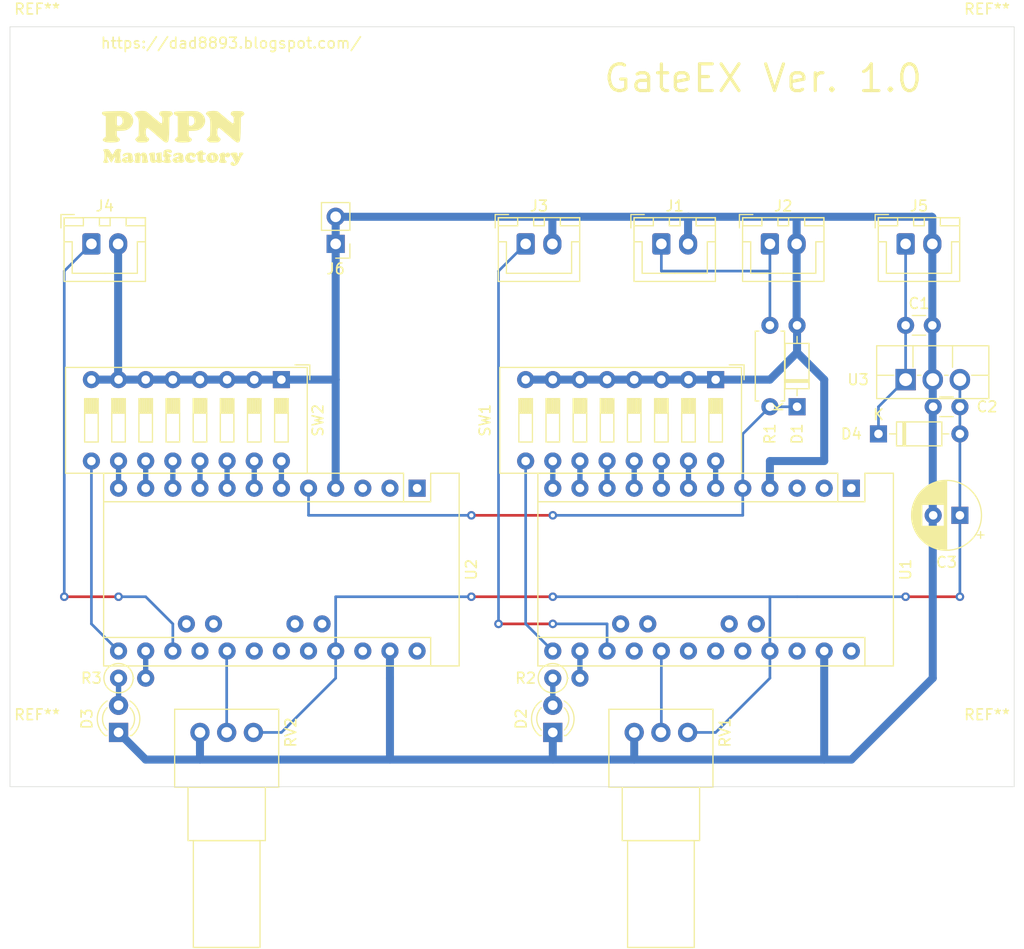
<source format=kicad_pcb>
(kicad_pcb (version 20171130) (host pcbnew "(5.1.6)-1")

  (general
    (thickness 1.6)
    (drawings 22)
    (tracks 137)
    (zones 0)
    (modules 28)
    (nets 30)
  )

  (page A4)
  (title_block
    (title "GATE EX")
    (date 2021-05-02)
    (rev "Ver. 1.0")
    (company "PNPN Manufactory")
  )

  (layers
    (0 F.Cu signal)
    (31 B.Cu signal)
    (32 B.Adhes user)
    (33 F.Adhes user)
    (34 B.Paste user)
    (35 F.Paste user)
    (36 B.SilkS user)
    (37 F.SilkS user)
    (38 B.Mask user)
    (39 F.Mask user)
    (40 Dwgs.User user)
    (41 Cmts.User user)
    (42 Eco1.User user)
    (43 Eco2.User user)
    (44 Edge.Cuts user)
    (45 Margin user)
    (46 B.CrtYd user)
    (47 F.CrtYd user)
    (48 B.Fab user)
    (49 F.Fab user hide)
  )

  (setup
    (last_trace_width 0.25)
    (user_trace_width 0.5)
    (user_trace_width 0.75)
    (trace_clearance 0.2)
    (zone_clearance 0.508)
    (zone_45_only no)
    (trace_min 0.2)
    (via_size 0.8)
    (via_drill 0.4)
    (via_min_size 0.4)
    (via_min_drill 0.3)
    (uvia_size 0.3)
    (uvia_drill 0.1)
    (uvias_allowed no)
    (uvia_min_size 0.2)
    (uvia_min_drill 0.1)
    (edge_width 0.05)
    (segment_width 0.2)
    (pcb_text_width 0.3)
    (pcb_text_size 1.5 1.5)
    (mod_edge_width 0.12)
    (mod_text_size 1 1)
    (mod_text_width 0.15)
    (pad_size 1.524 1.524)
    (pad_drill 0.762)
    (pad_to_mask_clearance 0.05)
    (aux_axis_origin 0 0)
    (visible_elements 7FFFFFFF)
    (pcbplotparams
      (layerselection 0x010fc_ffffffff)
      (usegerberextensions false)
      (usegerberattributes true)
      (usegerberadvancedattributes true)
      (creategerberjobfile true)
      (excludeedgelayer true)
      (linewidth 0.100000)
      (plotframeref false)
      (viasonmask false)
      (mode 1)
      (useauxorigin false)
      (hpglpennumber 1)
      (hpglpenspeed 20)
      (hpglpendiameter 15.000000)
      (psnegative false)
      (psa4output false)
      (plotreference true)
      (plotvalue true)
      (plotinvisibletext false)
      (padsonsilk false)
      (subtractmaskfromsilk false)
      (outputformat 1)
      (mirror false)
      (drillshape 1)
      (scaleselection 1)
      (outputdirectory ""))
  )

  (net 0 "")
  (net 1 GND)
  (net 2 "Net-(C1-Pad1)")
  (net 3 +5V)
  (net 4 "Net-(D1-Pad1)")
  (net 5 "Net-(D2-Pad2)")
  (net 6 "Net-(D3-Pad2)")
  (net 7 "Net-(J1-Pad1)")
  (net 8 "Net-(J3-Pad1)")
  (net 9 "Net-(J4-Pad1)")
  (net 10 "Net-(R2-Pad2)")
  (net 11 "Net-(R3-Pad2)")
  (net 12 "Net-(RV1-Pad2)")
  (net 13 "Net-(RV2-Pad2)")
  (net 14 /S01)
  (net 15 /S02)
  (net 16 /S03)
  (net 17 /S04)
  (net 18 /S05)
  (net 19 /S06)
  (net 20 /S07)
  (net 21 /S08)
  (net 22 /S11)
  (net 23 /S12)
  (net 24 /S13)
  (net 25 /S14)
  (net 26 /S15)
  (net 27 /S16)
  (net 28 /S17)
  (net 29 /S18)

  (net_class Default "This is the default net class."
    (clearance 0.2)
    (trace_width 0.25)
    (via_dia 0.8)
    (via_drill 0.4)
    (uvia_dia 0.3)
    (uvia_drill 0.1)
    (add_net +5V)
    (add_net /S01)
    (add_net /S02)
    (add_net /S03)
    (add_net /S04)
    (add_net /S05)
    (add_net /S06)
    (add_net /S07)
    (add_net /S08)
    (add_net /S11)
    (add_net /S12)
    (add_net /S13)
    (add_net /S14)
    (add_net /S15)
    (add_net /S16)
    (add_net /S17)
    (add_net /S18)
    (add_net GND)
    (add_net "Net-(C1-Pad1)")
    (add_net "Net-(D1-Pad1)")
    (add_net "Net-(D2-Pad2)")
    (add_net "Net-(D3-Pad2)")
    (add_net "Net-(J1-Pad1)")
    (add_net "Net-(J3-Pad1)")
    (add_net "Net-(J4-Pad1)")
    (add_net "Net-(R2-Pad2)")
    (add_net "Net-(R3-Pad2)")
    (add_net "Net-(RV1-Pad2)")
    (add_net "Net-(RV2-Pad2)")
  )

  (module Arduino:Arduino_Pro_Mini (layer F.Cu) (tedit 5FA0E9FC) (tstamp 608EF8C8)
    (at 137.16 93.98 270)
    (descr "Arduino Pro Mini")
    (tags "Arduino Pro Mini")
    (path /6098D6AD)
    (fp_text reference U2 (at 7.62 -5.08 90) (layer F.SilkS)
      (effects (font (size 1 1) (thickness 0.15)))
    )
    (fp_text value Arduino_Pro_Mini (at 8.89 19.05) (layer F.Fab)
      (effects (font (size 1 1) (thickness 0.15)))
    )
    (fp_line (start 16.764 29.464) (end -1.524 29.464) (layer F.CrtYd) (width 0.05))
    (fp_line (start 16.764 29.464) (end 16.764 -4.064) (layer F.CrtYd) (width 0.05))
    (fp_line (start -1.524 -4.064) (end -1.524 29.464) (layer F.CrtYd) (width 0.05))
    (fp_line (start -1.524 -4.064) (end 16.764 -4.064) (layer F.CrtYd) (width 0.05))
    (fp_line (start 16.51 -3.81) (end 16.51 29.21) (layer F.Fab) (width 0.1))
    (fp_line (start 0 -3.81) (end 16.51 -3.81) (layer F.Fab) (width 0.1))
    (fp_line (start -1.27 -2.54) (end 0 -3.81) (layer F.Fab) (width 0.1))
    (fp_line (start -1.27 29.21) (end -1.27 -2.54) (layer F.Fab) (width 0.1))
    (fp_line (start 16.51 29.21) (end -1.27 29.21) (layer F.Fab) (width 0.1))
    (fp_line (start 16.637 -3.937) (end -1.397 -3.937) (layer F.SilkS) (width 0.12))
    (fp_line (start 16.637 29.337) (end 16.637 -3.937) (layer F.SilkS) (width 0.12))
    (fp_line (start 1.27 1.27) (end 1.27 29.337) (layer F.SilkS) (width 0.12))
    (fp_line (start 1.27 1.27) (end -1.397 1.27) (layer F.SilkS) (width 0.12))
    (fp_line (start -1.397 29.337) (end 16.64 29.337) (layer F.SilkS) (width 0.12))
    (fp_line (start 13.97 -1.27) (end 13.97 29.337) (layer F.SilkS) (width 0.12))
    (fp_line (start 13.97 -1.27) (end 16.64 -1.27) (layer F.SilkS) (width 0.12))
    (fp_line (start -1.397 -3.937) (end -1.397 -1.27) (layer F.SilkS) (width 0.12))
    (fp_line (start -1.397 1.27) (end -1.397 29.337) (layer F.SilkS) (width 0.12))
    (fp_line (start 1.27 -1.27) (end -1.397 -1.27) (layer F.SilkS) (width 0.12))
    (fp_line (start 1.27 1.27) (end 1.27 -1.27) (layer F.SilkS) (width 0.12))
    (fp_text user %R (at 6.35 19.05) (layer F.Fab)
      (effects (font (size 1 1) (thickness 0.15)))
    )
    (pad A6 thru_hole oval (at 12.7 21.59 270) (size 1.6 1.6) (drill 0.8) (layers *.Cu *.Mask))
    (pad A7 thru_hole oval (at 12.7 19.05 270) (size 1.6 1.6) (drill 0.8) (layers *.Cu *.Mask))
    (pad A4 thru_hole oval (at 12.7 11.43 270) (size 1.6 1.6) (drill 0.8) (layers *.Cu *.Mask))
    (pad A5 thru_hole oval (at 12.7 8.89 270) (size 1.6 1.6) (drill 0.8) (layers *.Cu *.Mask))
    (pad 24 thru_hole oval (at 15.24 0 270) (size 1.6 1.6) (drill 0.8) (layers *.Cu *.Mask))
    (pad 23 thru_hole oval (at 15.24 2.54 270) (size 1.6 1.6) (drill 0.8) (layers *.Cu *.Mask)
      (net 1 GND))
    (pad 22 thru_hole oval (at 15.24 5.08 270) (size 1.6 1.6) (drill 0.8) (layers *.Cu *.Mask))
    (pad 12 thru_hole oval (at 0 27.94 270) (size 1.6 1.6) (drill 0.8) (layers *.Cu *.Mask)
      (net 28 /S17))
    (pad 21 thru_hole oval (at 15.24 7.62 270) (size 1.6 1.6) (drill 0.8) (layers *.Cu *.Mask)
      (net 3 +5V))
    (pad 11 thru_hole oval (at 0 25.4 270) (size 1.6 1.6) (drill 0.8) (layers *.Cu *.Mask)
      (net 27 /S16))
    (pad 20 thru_hole oval (at 15.24 10.16 270) (size 1.6 1.6) (drill 0.8) (layers *.Cu *.Mask))
    (pad 10 thru_hole oval (at 0 22.86 270) (size 1.6 1.6) (drill 0.8) (layers *.Cu *.Mask)
      (net 26 /S15))
    (pad 19 thru_hole oval (at 15.24 12.7 270) (size 1.6 1.6) (drill 0.8) (layers *.Cu *.Mask))
    (pad 9 thru_hole oval (at 0 20.32 270) (size 1.6 1.6) (drill 0.8) (layers *.Cu *.Mask)
      (net 25 /S14))
    (pad 18 thru_hole oval (at 15.24 15.24 270) (size 1.6 1.6) (drill 0.8) (layers *.Cu *.Mask))
    (pad 8 thru_hole oval (at 0 17.78 270) (size 1.6 1.6) (drill 0.8) (layers *.Cu *.Mask)
      (net 24 /S13))
    (pad 17 thru_hole oval (at 15.24 17.78 270) (size 1.6 1.6) (drill 0.8) (layers *.Cu *.Mask)
      (net 13 "Net-(RV2-Pad2)"))
    (pad 7 thru_hole oval (at 0 15.24 270) (size 1.6 1.6) (drill 0.8) (layers *.Cu *.Mask)
      (net 23 /S12))
    (pad 16 thru_hole oval (at 15.24 20.32 270) (size 1.6 1.6) (drill 0.8) (layers *.Cu *.Mask))
    (pad 6 thru_hole oval (at 0 12.7 270) (size 1.6 1.6) (drill 0.8) (layers *.Cu *.Mask)
      (net 22 /S11))
    (pad 15 thru_hole oval (at 15.24 22.86 270) (size 1.6 1.6) (drill 0.8) (layers *.Cu *.Mask)
      (net 9 "Net-(J4-Pad1)"))
    (pad 5 thru_hole oval (at 0 10.16 270) (size 1.6 1.6) (drill 0.8) (layers *.Cu *.Mask)
      (net 4 "Net-(D1-Pad1)"))
    (pad 14 thru_hole oval (at 15.24 25.4 270) (size 1.6 1.6) (drill 0.8) (layers *.Cu *.Mask)
      (net 11 "Net-(R3-Pad2)"))
    (pad 4 thru_hole oval (at 0 7.62 270) (size 1.6 1.6) (drill 0.8) (layers *.Cu *.Mask)
      (net 1 GND))
    (pad 13 thru_hole oval (at 15.24 27.94 270) (size 1.6 1.6) (drill 0.8) (layers *.Cu *.Mask)
      (net 29 /S18))
    (pad 3 thru_hole oval (at 0 5.08 270) (size 1.6 1.6) (drill 0.8) (layers *.Cu *.Mask))
    (pad 2 thru_hole oval (at 0 2.54 270) (size 1.6 1.6) (drill 0.8) (layers *.Cu *.Mask))
    (pad 1 thru_hole rect (at 0 0 270) (size 1.6 1.6) (drill 0.8) (layers *.Cu *.Mask))
    (model ${KISYS3DMOD}/Module.3dshapes/Arduino_Nano_WithMountingHoles.wrl
      (at (xyz 0 0 0))
      (scale (xyz 1 1 1))
      (rotate (xyz 0 0 0))
    )
    (model ${LOCALREPO}/kicad-lib-arduino/Arduino.3dshapes/arduino_pro_mini.x3d
      (at (xyz 0 0 0))
      (scale (xyz 1 1 1))
      (rotate (xyz 0 0 0))
    )
  )

  (module myfootprint:Silk_PNPN_Manufactory_600dpi (layer F.Cu) (tedit 5F22FC8E) (tstamp 608FC80D)
    (at 114.3 60.96)
    (fp_text reference G*** (at -3.81 -3.81) (layer F.Fab) hide
      (effects (font (size 1.524 1.524) (thickness 0.3)))
    )
    (fp_text value LOGO (at 2.54 -3.81) (layer F.Fab) hide
      (effects (font (size 1.524 1.524) (thickness 0.3)))
    )
    (fp_poly (pts (xy 6.555999 1.627306) (xy 6.606377 1.6794) (xy 6.578237 1.75921) (xy 6.522965 1.81769)
      (xy 6.433409 1.929915) (xy 6.341009 2.102738) (xy 6.283903 2.241076) (xy 6.163103 2.503724)
      (xy 6.023185 2.69791) (xy 5.869227 2.819461) (xy 5.706308 2.864205) (xy 5.559018 2.836511)
      (xy 5.464147 2.769362) (xy 5.420464 2.712691) (xy 5.398957 2.635081) (xy 5.439625 2.562358)
      (xy 5.46003 2.54097) (xy 5.550378 2.46911) (xy 5.619702 2.471677) (xy 5.690706 2.550601)
      (xy 5.697726 2.561167) (xy 5.768278 2.645099) (xy 5.820072 2.662194) (xy 5.841886 2.609242)
      (xy 5.842 2.602443) (xy 5.821823 2.525548) (xy 5.768954 2.398913) (xy 5.694886 2.245022)
      (xy 5.61111 2.086356) (xy 5.529121 1.945399) (xy 5.460411 1.844635) (xy 5.445874 1.827505)
      (xy 5.386344 1.756937) (xy 5.38309 1.715568) (xy 5.434366 1.670932) (xy 5.437341 1.668755)
      (xy 5.53103 1.633484) (xy 5.671911 1.61375) (xy 5.824364 1.610958) (xy 5.952767 1.626511)
      (xy 6.00528 1.646363) (xy 6.042527 1.713596) (xy 6.036832 1.764352) (xy 6.036541 1.852279)
      (xy 6.07539 1.932168) (xy 6.134259 1.976156) (xy 6.178047 1.970119) (xy 6.211573 1.90118)
      (xy 6.204639 1.79923) (xy 6.200588 1.693618) (xy 6.246908 1.634493) (xy 6.356703 1.610758)
      (xy 6.429663 1.608667) (xy 6.555999 1.627306)) (layer F.SilkS) (width 0.01))
    (fp_poly (pts (xy -4.998126 1.276472) (xy -4.902965 1.292379) (xy -4.892962 1.295696) (xy -4.835619 1.354973)
      (xy -4.834818 1.444644) (xy -4.878916 1.517682) (xy -4.909562 1.593082) (xy -4.926529 1.72733)
      (xy -4.930664 1.895861) (xy -4.922811 2.07411) (xy -4.903816 2.237512) (xy -4.874525 2.361503)
      (xy -4.848138 2.411927) (xy -4.801324 2.473754) (xy -4.818663 2.511106) (xy -4.862038 2.536631)
      (xy -4.960943 2.565996) (xy -5.098847 2.579984) (xy -5.24593 2.578967) (xy -5.372373 2.563315)
      (xy -5.448356 2.533397) (xy -5.452316 2.529296) (xy -5.469872 2.458592) (xy -5.436333 2.394205)
      (xy -5.397217 2.308692) (xy -5.378117 2.204303) (xy -5.379584 2.108478) (xy -5.402172 2.04866)
      (xy -5.42925 2.042339) (xy -5.474229 2.087276) (xy -5.538306 2.186813) (xy -5.597854 2.299867)
      (xy -5.664391 2.424736) (xy -5.722855 2.511572) (xy -5.756999 2.54) (xy -5.795617 2.504724)
      (xy -5.856946 2.411742) (xy -5.928439 2.280327) (xy -5.936148 2.264833) (xy -6.00657 2.130642)
      (xy -6.066079 2.032684) (xy -6.102898 1.99014) (xy -6.105086 1.989667) (xy -6.132316 2.025776)
      (xy -6.141709 2.114035) (xy -6.135495 2.224339) (xy -6.115908 2.326585) (xy -6.085179 2.390667)
      (xy -6.074833 2.397691) (xy -6.017534 2.451664) (xy -6.02781 2.519262) (xy -6.078296 2.556637)
      (xy -6.191111 2.580759) (xy -6.319548 2.582283) (xy -6.432505 2.563893) (xy -6.498881 2.528274)
      (xy -6.503607 2.519921) (xy -6.495888 2.44349) (xy -6.459945 2.389897) (xy -6.422156 2.307674)
      (xy -6.398 2.166946) (xy -6.387429 1.992761) (xy -6.390395 1.810169) (xy -6.406851 1.644217)
      (xy -6.43675 1.519955) (xy -6.461676 1.475211) (xy -6.507159 1.389093) (xy -6.476221 1.324114)
      (xy -6.375588 1.285454) (xy -6.211988 1.278294) (xy -6.206394 1.278607) (xy -6.091985 1.288172)
      (xy -6.016008 1.311496) (xy -5.955188 1.365346) (xy -5.886251 1.466487) (xy -5.839912 1.542601)
      (xy -5.758062 1.670424) (xy -5.688307 1.765711) (xy -5.645497 1.80821) (xy -5.645001 1.808388)
      (xy -5.603786 1.78222) (xy -5.548738 1.699498) (xy -5.522438 1.646428) (xy -5.429098 1.46204)
      (xy -5.341094 1.346722) (xy -5.244277 1.287151) (xy -5.124499 1.270002) (xy -5.122723 1.27)
      (xy -4.998126 1.276472)) (layer F.SilkS) (width 0.01))
    (fp_poly (pts (xy -3.987801 1.64726) (xy -3.864106 1.706783) (xy -3.794694 1.82001) (xy -3.76867 1.998281)
      (xy -3.767666 2.055753) (xy -3.759337 2.204702) (xy -3.730573 2.290955) (xy -3.693583 2.326109)
      (xy -3.651426 2.360625) (xy -3.661219 2.400569) (xy -3.729746 2.468747) (xy -3.738277 2.476379)
      (xy -3.870487 2.559596) (xy -3.99744 2.579019) (xy -4.096718 2.532681) (xy -4.156992 2.504218)
      (xy -4.248522 2.529613) (xy -4.255343 2.532681) (xy -4.435037 2.579372) (xy -4.590861 2.544855)
      (xy -4.679757 2.478424) (xy -4.759592 2.385837) (xy -4.774824 2.312023) (xy -4.758964 2.283873)
      (xy -4.35147 2.283873) (xy -4.308292 2.352141) (xy -4.255828 2.370667) (xy -4.203381 2.334008)
      (xy -4.191 2.264833) (xy -4.216904 2.183263) (xy -4.275228 2.156972) (xy -4.33689 2.197925)
      (xy -4.340419 2.20336) (xy -4.35147 2.283873) (xy -4.758964 2.283873) (xy -4.726208 2.225736)
      (xy -4.68702 2.178363) (xy -4.581156 2.092995) (xy -4.433171 2.049142) (xy -4.390686 2.043496)
      (xy -4.268752 2.024619) (xy -4.209662 1.995169) (xy -4.191649 1.941612) (xy -4.191 1.919332)
      (xy -4.216052 1.822731) (xy -4.283386 1.792968) (xy -4.381269 1.831682) (xy -4.445 1.883833)
      (xy -4.55182 1.959761) (xy -4.637595 1.97363) (xy -4.687217 1.927351) (xy -4.691386 1.852669)
      (xy -4.636639 1.754195) (xy -4.511456 1.681235) (xy -4.327561 1.63886) (xy -4.176676 1.630101)
      (xy -3.987801 1.64726)) (layer F.SilkS) (width 0.01))
    (fp_poly (pts (xy -2.58197 1.64605) (xy -2.477292 1.751426) (xy -2.420771 1.914635) (xy -2.413 2.017902)
      (xy -2.398155 2.174612) (xy -2.361483 2.324994) (xy -2.351774 2.350587) (xy -2.315533 2.449135)
      (xy -2.318829 2.501218) (xy -2.364566 2.536705) (xy -2.370157 2.539727) (xy -2.470887 2.568257)
      (xy -2.610741 2.580159) (xy -2.75204 2.575057) (xy -2.857102 2.552577) (xy -2.872454 2.544735)
      (xy -2.907776 2.496441) (xy -2.883037 2.421167) (xy -2.848488 2.309008) (xy -2.837027 2.167812)
      (xy -2.847704 2.030337) (xy -2.879568 1.929341) (xy -2.897979 1.906539) (xy -2.971995 1.870771)
      (xy -3.019765 1.910166) (xy -3.042379 2.026908) (xy -3.042333 2.195462) (xy -3.040447 2.347363)
      (xy -3.048106 2.468521) (xy -3.062416 2.529417) (xy -3.12301 2.561104) (xy -3.235358 2.578086)
      (xy -3.367713 2.57964) (xy -3.488326 2.565044) (xy -3.556 2.540643) (xy -3.596697 2.495876)
      (xy -3.575896 2.430376) (xy -3.566583 2.414866) (xy -3.52936 2.308463) (xy -3.514291 2.167115)
      (xy -3.520735 2.022779) (xy -3.548047 1.907406) (xy -3.577689 1.862233) (xy -3.615397 1.796989)
      (xy -3.570628 1.734928) (xy -3.445565 1.678187) (xy -3.36664 1.655703) (xy -3.219974 1.621555)
      (xy -3.136857 1.61356) (xy -3.099569 1.634131) (xy -3.090388 1.685682) (xy -3.090333 1.693333)
      (xy -3.075329 1.762164) (xy -3.054561 1.778) (xy -3.002306 1.749693) (xy -2.942166 1.693333)
      (xy -2.829356 1.624646) (xy -2.727011 1.608667) (xy -2.58197 1.64605)) (layer F.SilkS) (width 0.01))
    (fp_poly (pts (xy -0.326551 1.325609) (xy -0.187995 1.370284) (xy -0.10677 1.44915) (xy -0.092656 1.537259)
      (xy -0.138199 1.617129) (xy -0.23124 1.643114) (xy -0.351576 1.612171) (xy -0.401837 1.583823)
      (xy -0.501968 1.538691) (xy -0.555768 1.554835) (xy -0.556476 1.604116) (xy -0.49958 1.667978)
      (xy -0.40637 1.730262) (xy -0.29813 1.77481) (xy -0.253445 1.784325) (xy -0.167288 1.823419)
      (xy -0.129921 1.890923) (xy -0.145871 1.958288) (xy -0.219664 1.996966) (xy -0.219735 1.996976)
      (xy -0.287855 2.021983) (xy -0.311316 2.087879) (xy -0.311224 2.148726) (xy -0.266698 2.298167)
      (xy -0.205391 2.370948) (xy -0.139403 2.432378) (xy -0.135141 2.471437) (xy -0.188008 2.518805)
      (xy -0.286153 2.557864) (xy -0.434741 2.578746) (xy -0.601455 2.581161) (xy -0.753982 2.564815)
      (xy -0.860006 2.529417) (xy -0.866654 2.52493) (xy -0.938695 2.489559) (xy -1.016807 2.506174)
      (xy -1.054662 2.524669) (xy -1.181525 2.568791) (xy -1.31185 2.580802) (xy -1.417175 2.561211)
      (xy -1.466941 2.517314) (xy -1.493176 2.475885) (xy -1.539786 2.485773) (xy -1.591123 2.517314)
      (xy -1.738659 2.573997) (xy -1.892888 2.570381) (xy -2.021041 2.507927) (xy -2.032 2.497667)
      (xy -2.084101 2.422476) (xy -2.110104 2.314128) (xy -2.116666 2.162024) (xy -2.128408 1.979492)
      (xy -2.165158 1.867745) (xy -2.184278 1.843436) (xy -2.23065 1.761355) (xy -2.199807 1.692679)
      (xy -2.098723 1.641843) (xy -1.934374 1.61328) (xy -1.815041 1.608667) (xy -1.693333 1.608667)
      (xy -1.693333 1.94215) (xy -1.683467 2.155995) (xy -1.654443 2.293098) (xy -1.607124 2.351454)
      (xy -1.542371 2.329056) (xy -1.531459 2.318859) (xy -1.495212 2.235846) (xy -1.482587 2.107185)
      (xy -1.492539 1.968219) (xy -1.524024 1.854295) (xy -1.546234 1.819153) (xy -1.58859 1.758247)
      (xy -1.566865 1.712421) (xy -1.54483 1.693054) (xy -1.465164 1.656841) (xy -1.338092 1.627244)
      (xy -1.268595 1.618098) (xy -1.058333 1.597894) (xy -1.058333 1.95793) (xy -1.050923 2.175375)
      (xy -1.026312 2.316337) (xy -0.980929 2.387893) (xy -0.911203 2.397123) (xy -0.849373 2.372115)
      (xy -0.788101 2.304957) (xy -0.757703 2.204578) (xy -0.758381 2.099566) (xy -0.790336 2.018509)
      (xy -0.846666 1.989667) (xy -0.917419 1.959732) (xy -0.931333 1.905) (xy -0.913398 1.836213)
      (xy -0.8885 1.820333) (xy -0.86516 1.782791) (xy -0.868037 1.682242) (xy -0.871143 1.661009)
      (xy -0.866873 1.514123) (xy -0.796613 1.410686) (xy -0.655758 1.346386) (xy -0.509117 1.322007)
      (xy -0.326551 1.325609)) (layer F.SilkS) (width 0.01))
    (fp_poly (pts (xy 0.753532 1.64726) (xy 0.877227 1.706783) (xy 0.946639 1.82001) (xy 0.972663 1.998281)
      (xy 0.973667 2.055753) (xy 0.981996 2.204702) (xy 1.010761 2.290955) (xy 1.04775 2.326109)
      (xy 1.089908 2.360625) (xy 1.080114 2.400569) (xy 1.011587 2.468747) (xy 1.003056 2.476379)
      (xy 0.870847 2.559596) (xy 0.743893 2.579019) (xy 0.644615 2.532681) (xy 0.584341 2.504218)
      (xy 0.492811 2.529613) (xy 0.48599 2.532681) (xy 0.306296 2.579372) (xy 0.150472 2.544855)
      (xy 0.061576 2.478424) (xy -0.018259 2.385837) (xy -0.03349 2.312023) (xy -0.01763 2.283873)
      (xy 0.389863 2.283873) (xy 0.433042 2.352141) (xy 0.485505 2.370667) (xy 0.537952 2.334008)
      (xy 0.550334 2.264833) (xy 0.524429 2.183263) (xy 0.466105 2.156972) (xy 0.404444 2.197925)
      (xy 0.400914 2.20336) (xy 0.389863 2.283873) (xy -0.01763 2.283873) (xy 0.015126 2.225736)
      (xy 0.054314 2.178363) (xy 0.160177 2.092995) (xy 0.308162 2.049142) (xy 0.350647 2.043496)
      (xy 0.472582 2.024619) (xy 0.531671 1.995169) (xy 0.549684 1.941612) (xy 0.550334 1.919332)
      (xy 0.525281 1.822731) (xy 0.457947 1.792968) (xy 0.360065 1.831682) (xy 0.296334 1.883833)
      (xy 0.189514 1.959761) (xy 0.103738 1.97363) (xy 0.054117 1.927351) (xy 0.049948 1.852669)
      (xy 0.104694 1.754195) (xy 0.229877 1.681235) (xy 0.413772 1.63886) (xy 0.564657 1.630101)
      (xy 0.753532 1.64726)) (layer F.SilkS) (width 0.01))
    (fp_poly (pts (xy 1.829745 1.624475) (xy 1.992069 1.672766) (xy 2.103619 1.756862) (xy 2.137179 1.81827)
      (xy 2.142123 1.93351) (xy 2.091786 2.019956) (xy 2.008605 2.067382) (xy 1.915015 2.065567)
      (xy 1.833453 2.004286) (xy 1.811748 1.966562) (xy 1.74446 1.88265) (xy 1.675072 1.871312)
      (xy 1.59968 1.917207) (xy 1.573247 2.011054) (xy 1.599155 2.129454) (xy 1.629633 2.185802)
      (xy 1.684992 2.251726) (xy 1.755966 2.279469) (xy 1.874236 2.280056) (xy 1.896303 2.278604)
      (xy 2.040329 2.28547) (xy 2.110343 2.325839) (xy 2.103154 2.391595) (xy 2.015569 2.474621)
      (xy 1.981969 2.496375) (xy 1.800327 2.564497) (xy 1.596889 2.575303) (xy 1.409742 2.527532)
      (xy 1.386949 2.516065) (xy 1.242179 2.39515) (xy 1.163419 2.237047) (xy 1.153405 2.060825)
      (xy 1.214874 1.885554) (xy 1.283209 1.793095) (xy 1.390629 1.692839) (xy 1.500117 1.641541)
      (xy 1.636032 1.619671) (xy 1.829745 1.624475)) (layer F.SilkS) (width 0.01))
    (fp_poly (pts (xy 2.771129 1.421649) (xy 2.794 1.500151) (xy 2.809111 1.574147) (xy 2.870793 1.607858)
      (xy 2.931584 1.616568) (xy 3.031232 1.639803) (xy 3.067598 1.692408) (xy 3.069167 1.7145)
      (xy 3.047417 1.777533) (xy 2.968693 1.80769) (xy 2.929555 1.812583) (xy 2.789944 1.826)
      (xy 2.802555 2.066583) (xy 2.811999 2.202482) (xy 2.829701 2.274238) (xy 2.867205 2.302312)
      (xy 2.936054 2.307166) (xy 2.938288 2.307167) (xy 3.044024 2.325488) (xy 3.074145 2.374196)
      (xy 3.027779 2.443902) (xy 2.955856 2.496242) (xy 2.772638 2.570958) (xy 2.600266 2.571343)
      (xy 2.453323 2.497895) (xy 2.432243 2.478424) (xy 2.374053 2.407824) (xy 2.342468 2.325522)
      (xy 2.329901 2.203703) (xy 2.328334 2.097424) (xy 2.32573 1.947879) (xy 2.314122 1.864285)
      (xy 2.287809 1.82799) (xy 2.243667 1.820333) (xy 2.167888 1.799938) (xy 2.15914 1.745603)
      (xy 2.212247 1.667607) (xy 2.322037 1.576227) (xy 2.387866 1.53389) (xy 2.571155 1.43673)
      (xy 2.697881 1.399402) (xy 2.771129 1.421649)) (layer F.SilkS) (width 0.01))
    (fp_poly (pts (xy 3.875109 1.623637) (xy 4.049811 1.69557) (xy 4.183342 1.819352) (xy 4.2614 1.987227)
      (xy 4.275667 2.108855) (xy 4.23718 2.266921) (xy 4.133704 2.400439) (xy 3.98321 2.501756)
      (xy 3.803674 2.563218) (xy 3.613069 2.577173) (xy 3.429368 2.535966) (xy 3.357619 2.499774)
      (xy 3.213917 2.379557) (xy 3.14666 2.233472) (xy 3.14549 2.064945) (xy 3.18246 1.947986)
      (xy 3.599383 1.947986) (xy 3.600714 2.067349) (xy 3.623955 2.187999) (xy 3.66473 2.277289)
      (xy 3.732587 2.3439) (xy 3.781803 2.330251) (xy 3.807446 2.239631) (xy 3.81 2.180424)
      (xy 3.794153 2.022497) (xy 3.75227 1.898245) (xy 3.692839 1.828444) (xy 3.662881 1.820333)
      (xy 3.620069 1.856714) (xy 3.599383 1.947986) (xy 3.18246 1.947986) (xy 3.205088 1.876402)
      (xy 3.330271 1.737745) (xy 3.45939 1.666324) (xy 3.673535 1.611304) (xy 3.875109 1.623637)) (layer F.SilkS) (width 0.01))
    (fp_poly (pts (xy 4.860904 1.661134) (xy 4.868334 1.700712) (xy 4.868334 1.792758) (xy 4.966312 1.700712)
      (xy 5.092373 1.622022) (xy 5.210399 1.623484) (xy 5.309909 1.704636) (xy 5.317863 1.716234)
      (xy 5.363613 1.815186) (xy 5.349655 1.907615) (xy 5.341445 1.926733) (xy 5.26055 2.022054)
      (xy 5.147965 2.062504) (xy 5.034741 2.039967) (xy 5.000776 2.015758) (xy 4.930167 1.971411)
      (xy 4.888001 1.997886) (xy 4.869856 2.100148) (xy 4.868334 2.164566) (xy 4.884572 2.291694)
      (xy 4.939705 2.362803) (xy 4.953 2.370667) (xy 5.024633 2.437568) (xy 5.02796 2.509119)
      (xy 4.970704 2.556637) (xy 4.86343 2.57865) (xy 4.720174 2.584777) (xy 4.570103 2.57674)
      (xy 4.44238 2.556263) (xy 4.366173 2.525071) (xy 4.361843 2.520652) (xy 4.334323 2.457352)
      (xy 4.366638 2.379538) (xy 4.377826 2.363066) (xy 4.427299 2.246422) (xy 4.444118 2.106524)
      (xy 4.428473 1.976316) (xy 4.380558 1.88874) (xy 4.375033 1.884339) (xy 4.330369 1.818504)
      (xy 4.369156 1.748945) (xy 4.49035 1.677312) (xy 4.512308 1.667847) (xy 4.67934 1.614946)
      (xy 4.798384 1.612971) (xy 4.860904 1.661134)) (layer F.SilkS) (width 0.01))
    (fp_poly (pts (xy -4.755953 -2.274086) (xy -4.613611 -2.26682) (xy -4.502392 -2.253497) (xy -4.408934 -2.233614)
      (xy -4.366999 -2.221756) (xy -4.116774 -2.108197) (xy -3.924442 -1.944821) (xy -3.791377 -1.744837)
      (xy -3.718951 -1.521459) (xy -3.708539 -1.287899) (xy -3.761512 -1.057368) (xy -3.879246 -0.843079)
      (xy -4.063112 -0.658242) (xy -4.195563 -0.572476) (xy -4.317242 -0.511578) (xy -4.430758 -0.472362)
      (xy -4.563277 -0.448815) (xy -4.741964 -0.434921) (xy -4.836583 -0.430548) (xy -5.249333 -0.413486)
      (xy -5.249333 -0.189039) (xy -5.243157 -0.013288) (xy -5.218355 0.10093) (xy -5.165521 0.176245)
      (xy -5.075245 0.235286) (xy -5.072292 0.236819) (xy -4.97729 0.320997) (xy -4.956519 0.423323)
      (xy -5.008383 0.524267) (xy -5.101166 0.590936) (xy -5.219822 0.625751) (xy -5.398449 0.65064)
      (xy -5.612878 0.665091) (xy -5.838938 0.668586) (xy -6.052459 0.660612) (xy -6.229272 0.640653)
      (xy -6.324601 0.617013) (xy -6.480181 0.541679) (xy -6.551939 0.459733) (xy -6.540659 0.367817)
      (xy -6.447123 0.262573) (xy -6.4135 0.235703) (xy -6.265333 0.122691) (xy -6.265333 -1.166072)
      (xy -5.242966 -1.166072) (xy -5.235334 -1.025861) (xy -5.216436 -0.947579) (xy -5.198035 -0.924897)
      (xy -5.070321 -0.890433) (xy -4.93013 -0.930985) (xy -4.822743 -1.012744) (xy -4.744297 -1.106751)
      (xy -4.707855 -1.206386) (xy -4.699 -1.34905) (xy -4.727305 -1.554703) (xy -4.811397 -1.697943)
      (xy -4.950039 -1.77725) (xy -5.060952 -1.793588) (xy -5.228166 -1.799167) (xy -5.240368 -1.379332)
      (xy -5.242966 -1.166072) (xy -6.265333 -1.166072) (xy -6.265333 -1.78232) (xy -6.406286 -1.841214)
      (xy -6.559021 -1.927682) (xy -6.628981 -2.025595) (xy -6.625842 -2.114537) (xy -6.61122 -2.1511)
      (xy -6.5867 -2.179733) (xy -6.54229 -2.201772) (xy -6.467998 -2.218551) (xy -6.353831 -2.231407)
      (xy -6.189799 -2.241675) (xy -5.965908 -2.250691) (xy -5.672166 -2.259791) (xy -5.503333 -2.264583)
      (xy -5.187452 -2.272464) (xy -4.942779 -2.2758) (xy -4.755953 -2.274086)) (layer F.SilkS) (width 0.01))
    (fp_poly (pts (xy -2.742692 -2.281621) (xy -2.594677 -2.269093) (xy -2.503755 -2.246901) (xy -2.502208 -2.246098)
      (xy -2.44812 -2.207284) (xy -2.340853 -2.122362) (xy -2.191466 -2.000379) (xy -2.011018 -1.85038)
      (xy -1.810567 -1.681411) (xy -1.776071 -1.652109) (xy -1.574898 -1.484241) (xy -1.392459 -1.338041)
      (xy -1.239486 -1.221625) (xy -1.126711 -1.143109) (xy -1.064867 -1.11061) (xy -1.059663 -1.110325)
      (xy -1.016731 -1.147656) (xy -0.991076 -1.248037) (xy -0.981749 -1.352801) (xy -0.978743 -1.551994)
      (xy -1.000926 -1.687528) (xy -1.054627 -1.778284) (xy -1.146118 -1.843112) (xy -1.235343 -1.903737)
      (xy -1.264246 -1.979531) (xy -1.261921 -2.044) (xy -1.23727 -2.143161) (xy -1.178151 -2.212061)
      (xy -1.072984 -2.254818) (xy -0.910189 -2.275552) (xy -0.678184 -2.278382) (xy -0.607581 -2.276762)
      (xy -0.400158 -2.26824) (xy -0.259176 -2.254207) (xy -0.166438 -2.231417) (xy -0.103749 -2.196621)
      (xy -0.088997 -2.184189) (xy -0.022816 -2.098752) (xy 0 -2.027108) (xy -0.005954 -1.976534)
      (xy -0.03429 -1.929752) (xy -0.100718 -1.868558) (xy -0.211666 -1.781828) (xy -0.3175 -1.701019)
      (xy -0.339545 -0.649426) (xy -0.348386 -0.282457) (xy -0.359041 0.008711) (xy -0.37336 0.232946)
      (xy -0.393191 0.399113) (xy -0.420384 0.516079) (xy -0.456786 0.592711) (xy -0.504248 0.637874)
      (xy -0.564617 0.660435) (xy -0.614128 0.667404) (xy -0.66234 0.664652) (xy -0.720451 0.643976)
      (xy -0.797122 0.599027) (xy -0.901012 0.523456) (xy -1.040779 0.410913) (xy -1.225084 0.255049)
      (xy -1.462585 0.049514) (xy -1.49332 0.022737) (xy -1.709817 -0.164928) (xy -1.908416 -0.335108)
      (xy -2.079163 -0.479431) (xy -2.212104 -0.589525) (xy -2.297286 -0.657019) (xy -2.321101 -0.673463)
      (xy -2.41186 -0.695025) (xy -2.4759 -0.644598) (xy -2.516131 -0.518239) (xy -2.531235 -0.38885)
      (xy -2.530621 -0.17296) (xy -2.498715 0.006802) (xy -2.440036 0.134384) (xy -2.368006 0.191344)
      (xy -2.282214 0.248557) (xy -2.239303 0.304487) (xy -2.217038 0.384086) (xy -2.251113 0.467958)
      (xy -2.274914 0.501695) (xy -2.365342 0.589643) (xy -2.459149 0.640356) (xy -2.558343 0.654927)
      (xy -2.712326 0.663829) (xy -2.891393 0.666791) (xy -3.065839 0.663542) (xy -3.205959 0.65381)
      (xy -3.24824 0.647568) (xy -3.333816 0.604327) (xy -3.425201 0.522466) (xy -3.493983 0.43136)
      (xy -3.513666 0.373133) (xy -3.484836 0.324257) (xy -3.41138 0.242962) (xy -3.358734 0.192413)
      (xy -3.203801 0.050476) (xy -3.183955 -0.499131) (xy -3.178644 -0.739017) (xy -3.179089 -0.978959)
      (xy -3.184913 -1.190165) (xy -3.194933 -1.336572) (xy -3.216076 -1.496394) (xy -3.24746 -1.604329)
      (xy -3.304199 -1.693016) (xy -3.401407 -1.795093) (xy -3.412045 -1.805457) (xy -3.510007 -1.904506)
      (xy -3.577484 -1.980074) (xy -3.598333 -2.012037) (xy -3.5614 -2.107568) (xy -3.46765 -2.19584)
      (xy -3.381243 -2.239214) (xy -3.267075 -2.263283) (xy -3.105113 -2.278511) (xy -2.921578 -2.284692)
      (xy -2.742692 -2.281621)) (layer F.SilkS) (width 0.01))
    (fp_poly (pts (xy 1.975047 -2.274086) (xy 2.117389 -2.26682) (xy 2.228608 -2.253497) (xy 2.322066 -2.233614)
      (xy 2.364001 -2.221756) (xy 2.614226 -2.108197) (xy 2.806558 -1.944821) (xy 2.939623 -1.744837)
      (xy 3.012049 -1.521459) (xy 3.022461 -1.287899) (xy 2.969488 -1.057368) (xy 2.851754 -0.843079)
      (xy 2.667888 -0.658242) (xy 2.535437 -0.572476) (xy 2.413758 -0.511578) (xy 2.300242 -0.472362)
      (xy 2.167723 -0.448815) (xy 1.989036 -0.434921) (xy 1.894417 -0.430548) (xy 1.481667 -0.413486)
      (xy 1.481667 -0.189039) (xy 1.487843 -0.013288) (xy 1.512645 0.10093) (xy 1.565479 0.176245)
      (xy 1.655755 0.235286) (xy 1.658708 0.236819) (xy 1.75371 0.320997) (xy 1.774481 0.423323)
      (xy 1.722617 0.524267) (xy 1.629834 0.590936) (xy 1.511178 0.625751) (xy 1.332551 0.65064)
      (xy 1.118122 0.665091) (xy 0.892062 0.668586) (xy 0.678541 0.660612) (xy 0.501728 0.640653)
      (xy 0.406399 0.617013) (xy 0.250819 0.541679) (xy 0.179061 0.459733) (xy 0.190341 0.367817)
      (xy 0.283877 0.262573) (xy 0.3175 0.235703) (xy 0.465667 0.122691) (xy 0.465667 -1.166072)
      (xy 1.488034 -1.166072) (xy 1.495666 -1.025861) (xy 1.514564 -0.947579) (xy 1.532965 -0.924897)
      (xy 1.660679 -0.890433) (xy 1.80087 -0.930985) (xy 1.908257 -1.012744) (xy 1.986703 -1.106751)
      (xy 2.023145 -1.206386) (xy 2.032 -1.34905) (xy 2.003695 -1.554703) (xy 1.919603 -1.697943)
      (xy 1.780961 -1.77725) (xy 1.670048 -1.793588) (xy 1.502834 -1.799167) (xy 1.490632 -1.379332)
      (xy 1.488034 -1.166072) (xy 0.465667 -1.166072) (xy 0.465667 -1.78232) (xy 0.324714 -1.841214)
      (xy 0.171979 -1.927682) (xy 0.102019 -2.025595) (xy 0.105158 -2.114537) (xy 0.11978 -2.1511)
      (xy 0.1443 -2.179733) (xy 0.18871 -2.201772) (xy 0.263002 -2.218551) (xy 0.377169 -2.231407)
      (xy 0.541201 -2.241675) (xy 0.765092 -2.250691) (xy 1.058834 -2.259791) (xy 1.227667 -2.264583)
      (xy 1.543548 -2.272464) (xy 1.788221 -2.2758) (xy 1.975047 -2.274086)) (layer F.SilkS) (width 0.01))
    (fp_poly (pts (xy 3.945975 -2.281621) (xy 4.09399 -2.269093) (xy 4.184912 -2.246901) (xy 4.186458 -2.246098)
      (xy 4.240547 -2.207284) (xy 4.347813 -2.122362) (xy 4.4972 -2.000379) (xy 4.677649 -1.85038)
      (xy 4.878099 -1.681411) (xy 4.912595 -1.652109) (xy 5.113768 -1.484241) (xy 5.296208 -1.338041)
      (xy 5.449181 -1.221625) (xy 5.561956 -1.143109) (xy 5.623799 -1.11061) (xy 5.629003 -1.110325)
      (xy 5.671936 -1.147656) (xy 5.69759 -1.248037) (xy 5.706918 -1.352801) (xy 5.709923 -1.551994)
      (xy 5.68774 -1.687528) (xy 5.63404 -1.778284) (xy 5.542549 -1.843112) (xy 5.453323 -1.903737)
      (xy 5.424421 -1.979531) (xy 5.426746 -2.044) (xy 5.451397 -2.143161) (xy 5.510516 -2.212061)
      (xy 5.615683 -2.254818) (xy 5.778478 -2.275552) (xy 6.010482 -2.278382) (xy 6.081086 -2.276762)
      (xy 6.288509 -2.26824) (xy 6.429491 -2.254207) (xy 6.522229 -2.231417) (xy 6.584918 -2.196621)
      (xy 6.599669 -2.184189) (xy 6.66585 -2.098752) (xy 6.688667 -2.027108) (xy 6.682713 -1.976534)
      (xy 6.654377 -1.929752) (xy 6.587948 -1.868558) (xy 6.477 -1.781828) (xy 6.371167 -1.701019)
      (xy 6.349122 -0.649426) (xy 6.340281 -0.282457) (xy 6.329626 0.008711) (xy 6.315307 0.232946)
      (xy 6.295475 0.399113) (xy 6.268283 0.516079) (xy 6.23188 0.592711) (xy 6.184419 0.637874)
      (xy 6.12405 0.660435) (xy 6.074539 0.667404) (xy 6.026327 0.664652) (xy 5.968215 0.643976)
      (xy 5.891544 0.599027) (xy 5.787655 0.523456) (xy 5.647887 0.410913) (xy 5.463583 0.255049)
      (xy 5.226082 0.049514) (xy 5.195347 0.022737) (xy 4.97885 -0.164928) (xy 4.780251 -0.335108)
      (xy 4.609504 -0.479431) (xy 4.476562 -0.589525) (xy 4.391381 -0.657019) (xy 4.367566 -0.673463)
      (xy 4.276807 -0.695025) (xy 4.212767 -0.644598) (xy 4.172536 -0.518239) (xy 4.157431 -0.38885)
      (xy 4.158046 -0.17296) (xy 4.189951 0.006802) (xy 4.248631 0.134384) (xy 4.320661 0.191344)
      (xy 4.406453 0.248557) (xy 4.449364 0.304487) (xy 4.471628 0.384086) (xy 4.437553 0.467958)
      (xy 4.413753 0.501695) (xy 4.323325 0.589643) (xy 4.229517 0.640356) (xy 4.130324 0.654927)
      (xy 3.976341 0.663829) (xy 3.797274 0.666791) (xy 3.622828 0.663542) (xy 3.482708 0.65381)
      (xy 3.440427 0.647568) (xy 3.35485 0.604327) (xy 3.263466 0.522466) (xy 3.194684 0.43136)
      (xy 3.175 0.373133) (xy 3.20383 0.324257) (xy 3.277286 0.242962) (xy 3.329933 0.192413)
      (xy 3.484866 0.050476) (xy 3.504712 -0.499131) (xy 3.510023 -0.739017) (xy 3.509577 -0.978959)
      (xy 3.503753 -1.190165) (xy 3.493733 -1.336572) (xy 3.472591 -1.496394) (xy 3.441207 -1.604329)
      (xy 3.384467 -1.693016) (xy 3.287259 -1.795093) (xy 3.276621 -1.805457) (xy 3.17866 -1.904506)
      (xy 3.111183 -1.980074) (xy 3.090334 -2.012037) (xy 3.127267 -2.107568) (xy 3.221017 -2.19584)
      (xy 3.307424 -2.239214) (xy 3.421591 -2.263283) (xy 3.583553 -2.278511) (xy 3.767089 -2.284692)
      (xy 3.945975 -2.281621)) (layer F.SilkS) (width 0.01))
  )

  (module MountingHole:MountingHole_3.2mm_M3 (layer F.Cu) (tedit 56D1B4CB) (tstamp 608FC7B0)
    (at 190.5 119.38)
    (descr "Mounting Hole 3.2mm, no annular, M3")
    (tags "mounting hole 3.2mm no annular m3")
    (attr virtual)
    (fp_text reference REF** (at 0 -4.2) (layer F.SilkS)
      (effects (font (size 1 1) (thickness 0.15)))
    )
    (fp_text value MountingHole_3.2mm_M3 (at 0 4.2) (layer F.Fab)
      (effects (font (size 1 1) (thickness 0.15)))
    )
    (fp_circle (center 0 0) (end 3.45 0) (layer F.CrtYd) (width 0.05))
    (fp_circle (center 0 0) (end 3.2 0) (layer Cmts.User) (width 0.15))
    (fp_text user %R (at 0.3 0) (layer F.Fab)
      (effects (font (size 1 1) (thickness 0.15)))
    )
    (pad 1 np_thru_hole circle (at 0 0) (size 3.2 3.2) (drill 3.2) (layers *.Cu *.Mask))
  )

  (module MountingHole:MountingHole_3.2mm_M3 (layer F.Cu) (tedit 56D1B4CB) (tstamp 608FC793)
    (at 101.6 119.38)
    (descr "Mounting Hole 3.2mm, no annular, M3")
    (tags "mounting hole 3.2mm no annular m3")
    (attr virtual)
    (fp_text reference REF** (at 0 -4.2) (layer F.SilkS)
      (effects (font (size 1 1) (thickness 0.15)))
    )
    (fp_text value MountingHole_3.2mm_M3 (at 0 4.2) (layer F.Fab)
      (effects (font (size 1 1) (thickness 0.15)))
    )
    (fp_circle (center 0 0) (end 3.45 0) (layer F.CrtYd) (width 0.05))
    (fp_circle (center 0 0) (end 3.2 0) (layer Cmts.User) (width 0.15))
    (fp_text user %R (at 0.3 0) (layer F.Fab)
      (effects (font (size 1 1) (thickness 0.15)))
    )
    (pad 1 np_thru_hole circle (at 0 0) (size 3.2 3.2) (drill 3.2) (layers *.Cu *.Mask))
  )

  (module MountingHole:MountingHole_3.2mm_M3 (layer F.Cu) (tedit 56D1B4CB) (tstamp 608FC776)
    (at 190.5 53.34)
    (descr "Mounting Hole 3.2mm, no annular, M3")
    (tags "mounting hole 3.2mm no annular m3")
    (attr virtual)
    (fp_text reference REF** (at 0 -4.2) (layer F.SilkS)
      (effects (font (size 1 1) (thickness 0.15)))
    )
    (fp_text value MountingHole_3.2mm_M3 (at 0 4.2) (layer F.Fab)
      (effects (font (size 1 1) (thickness 0.15)))
    )
    (fp_circle (center 0 0) (end 3.45 0) (layer F.CrtYd) (width 0.05))
    (fp_circle (center 0 0) (end 3.2 0) (layer Cmts.User) (width 0.15))
    (fp_text user %R (at 0.3 0) (layer F.Fab)
      (effects (font (size 1 1) (thickness 0.15)))
    )
    (pad 1 np_thru_hole circle (at 0 0) (size 3.2 3.2) (drill 3.2) (layers *.Cu *.Mask))
  )

  (module MountingHole:MountingHole_3.2mm_M3 (layer F.Cu) (tedit 56D1B4CB) (tstamp 608FC759)
    (at 101.6 53.34)
    (descr "Mounting Hole 3.2mm, no annular, M3")
    (tags "mounting hole 3.2mm no annular m3")
    (attr virtual)
    (fp_text reference REF** (at 0 -4.2) (layer F.SilkS)
      (effects (font (size 1 1) (thickness 0.15)))
    )
    (fp_text value MountingHole_3.2mm_M3 (at 0 4.2) (layer F.Fab)
      (effects (font (size 1 1) (thickness 0.15)))
    )
    (fp_circle (center 0 0) (end 3.45 0) (layer F.CrtYd) (width 0.05))
    (fp_circle (center 0 0) (end 3.2 0) (layer Cmts.User) (width 0.15))
    (fp_text user %R (at 0.3 0) (layer F.Fab)
      (effects (font (size 1 1) (thickness 0.15)))
    )
    (pad 1 np_thru_hole circle (at 0 0) (size 3.2 3.2) (drill 3.2) (layers *.Cu *.Mask))
  )

  (module Capacitor_THT:C_Disc_D3.0mm_W1.6mm_P2.50mm (layer F.Cu) (tedit 5AE50EF0) (tstamp 608F3DED)
    (at 182.88 78.74)
    (descr "C, Disc series, Radial, pin pitch=2.50mm, , diameter*width=3.0*1.6mm^2, Capacitor, http://www.vishay.com/docs/45233/krseries.pdf")
    (tags "C Disc series Radial pin pitch 2.50mm  diameter 3.0mm width 1.6mm Capacitor")
    (path /6095F9AC)
    (fp_text reference C1 (at 1.25 -2.05) (layer F.SilkS)
      (effects (font (size 1 1) (thickness 0.15)))
    )
    (fp_text value 0.33u (at 1.25 2.05) (layer F.Fab)
      (effects (font (size 1 1) (thickness 0.15)))
    )
    (fp_line (start 3.55 -1.05) (end -1.05 -1.05) (layer F.CrtYd) (width 0.05))
    (fp_line (start 3.55 1.05) (end 3.55 -1.05) (layer F.CrtYd) (width 0.05))
    (fp_line (start -1.05 1.05) (end 3.55 1.05) (layer F.CrtYd) (width 0.05))
    (fp_line (start -1.05 -1.05) (end -1.05 1.05) (layer F.CrtYd) (width 0.05))
    (fp_line (start 0.621 0.92) (end 1.879 0.92) (layer F.SilkS) (width 0.12))
    (fp_line (start 0.621 -0.92) (end 1.879 -0.92) (layer F.SilkS) (width 0.12))
    (fp_line (start 2.75 -0.8) (end -0.25 -0.8) (layer F.Fab) (width 0.1))
    (fp_line (start 2.75 0.8) (end 2.75 -0.8) (layer F.Fab) (width 0.1))
    (fp_line (start -0.25 0.8) (end 2.75 0.8) (layer F.Fab) (width 0.1))
    (fp_line (start -0.25 -0.8) (end -0.25 0.8) (layer F.Fab) (width 0.1))
    (fp_text user %R (at 1.25 0) (layer F.Fab)
      (effects (font (size 0.6 0.6) (thickness 0.09)))
    )
    (pad 2 thru_hole circle (at 2.5 0) (size 1.6 1.6) (drill 0.8) (layers *.Cu *.Mask)
      (net 1 GND))
    (pad 1 thru_hole circle (at 0 0) (size 1.6 1.6) (drill 0.8) (layers *.Cu *.Mask)
      (net 2 "Net-(C1-Pad1)"))
    (model ${KISYS3DMOD}/Capacitor_THT.3dshapes/C_Disc_D3.0mm_W1.6mm_P2.50mm.wrl
      (at (xyz 0 0 0))
      (scale (xyz 1 1 1))
      (rotate (xyz 0 0 0))
    )
  )

  (module Capacitor_THT:C_Disc_D3.0mm_W1.6mm_P2.50mm (layer F.Cu) (tedit 5AE50EF0) (tstamp 608EF3AC)
    (at 187.96 86.36 180)
    (descr "C, Disc series, Radial, pin pitch=2.50mm, , diameter*width=3.0*1.6mm^2, Capacitor, http://www.vishay.com/docs/45233/krseries.pdf")
    (tags "C Disc series Radial pin pitch 2.50mm  diameter 3.0mm width 1.6mm Capacitor")
    (path /60960004)
    (fp_text reference C2 (at -2.54 0) (layer F.SilkS)
      (effects (font (size 1 1) (thickness 0.15)))
    )
    (fp_text value 0.1u (at 1.25 2.05) (layer F.Fab)
      (effects (font (size 1 1) (thickness 0.15)))
    )
    (fp_line (start 3.55 -1.05) (end -1.05 -1.05) (layer F.CrtYd) (width 0.05))
    (fp_line (start 3.55 1.05) (end 3.55 -1.05) (layer F.CrtYd) (width 0.05))
    (fp_line (start -1.05 1.05) (end 3.55 1.05) (layer F.CrtYd) (width 0.05))
    (fp_line (start -1.05 -1.05) (end -1.05 1.05) (layer F.CrtYd) (width 0.05))
    (fp_line (start 0.621 0.92) (end 1.879 0.92) (layer F.SilkS) (width 0.12))
    (fp_line (start 0.621 -0.92) (end 1.879 -0.92) (layer F.SilkS) (width 0.12))
    (fp_line (start 2.75 -0.8) (end -0.25 -0.8) (layer F.Fab) (width 0.1))
    (fp_line (start 2.75 0.8) (end 2.75 -0.8) (layer F.Fab) (width 0.1))
    (fp_line (start -0.25 0.8) (end 2.75 0.8) (layer F.Fab) (width 0.1))
    (fp_line (start -0.25 -0.8) (end -0.25 0.8) (layer F.Fab) (width 0.1))
    (fp_text user %R (at 1.25 0) (layer F.Fab)
      (effects (font (size 0.6 0.6) (thickness 0.09)))
    )
    (pad 2 thru_hole circle (at 2.5 0 180) (size 1.6 1.6) (drill 0.8) (layers *.Cu *.Mask)
      (net 1 GND))
    (pad 1 thru_hole circle (at 0 0 180) (size 1.6 1.6) (drill 0.8) (layers *.Cu *.Mask)
      (net 3 +5V))
    (model ${KISYS3DMOD}/Capacitor_THT.3dshapes/C_Disc_D3.0mm_W1.6mm_P2.50mm.wrl
      (at (xyz 0 0 0))
      (scale (xyz 1 1 1))
      (rotate (xyz 0 0 0))
    )
  )

  (module Resistor_THT:R_Axial_DIN0207_L6.3mm_D2.5mm_P2.54mm_Vertical (layer F.Cu) (tedit 5AE5139B) (tstamp 608EF5CC)
    (at 109.22 111.76)
    (descr "Resistor, Axial_DIN0207 series, Axial, Vertical, pin pitch=2.54mm, 0.25W = 1/4W, length*diameter=6.3*2.5mm^2, http://cdn-reichelt.de/documents/datenblatt/B400/1_4W%23YAG.pdf")
    (tags "Resistor Axial_DIN0207 series Axial Vertical pin pitch 2.54mm 0.25W = 1/4W length 6.3mm diameter 2.5mm")
    (path /6098D728)
    (fp_text reference R3 (at -2.54 0) (layer F.SilkS)
      (effects (font (size 1 1) (thickness 0.15)))
    )
    (fp_text value 220 (at 1.27 2.37) (layer F.Fab)
      (effects (font (size 1 1) (thickness 0.15)))
    )
    (fp_line (start 3.59 -1.5) (end -1.5 -1.5) (layer F.CrtYd) (width 0.05))
    (fp_line (start 3.59 1.5) (end 3.59 -1.5) (layer F.CrtYd) (width 0.05))
    (fp_line (start -1.5 1.5) (end 3.59 1.5) (layer F.CrtYd) (width 0.05))
    (fp_line (start -1.5 -1.5) (end -1.5 1.5) (layer F.CrtYd) (width 0.05))
    (fp_line (start 1.37 0) (end 1.44 0) (layer F.SilkS) (width 0.12))
    (fp_line (start 0 0) (end 2.54 0) (layer F.Fab) (width 0.1))
    (fp_circle (center 0 0) (end 1.37 0) (layer F.SilkS) (width 0.12))
    (fp_circle (center 0 0) (end 1.25 0) (layer F.Fab) (width 0.1))
    (fp_text user %R (at 1.27 -2.37) (layer F.Fab)
      (effects (font (size 1 1) (thickness 0.15)))
    )
    (pad 2 thru_hole oval (at 2.54 0) (size 1.6 1.6) (drill 0.8) (layers *.Cu *.Mask)
      (net 11 "Net-(R3-Pad2)"))
    (pad 1 thru_hole circle (at 0 0) (size 1.6 1.6) (drill 0.8) (layers *.Cu *.Mask)
      (net 6 "Net-(D3-Pad2)"))
    (model ${KISYS3DMOD}/Resistor_THT.3dshapes/R_Axial_DIN0207_L6.3mm_D2.5mm_P2.54mm_Vertical.wrl
      (at (xyz 0 0 0))
      (scale (xyz 1 1 1))
      (rotate (xyz 0 0 0))
    )
  )

  (module Resistor_THT:R_Axial_DIN0207_L6.3mm_D2.5mm_P2.54mm_Vertical (layer F.Cu) (tedit 5AE5139B) (tstamp 608EF5B5)
    (at 149.86 111.76)
    (descr "Resistor, Axial_DIN0207 series, Axial, Vertical, pin pitch=2.54mm, 0.25W = 1/4W, length*diameter=6.3*2.5mm^2, http://cdn-reichelt.de/documents/datenblatt/B400/1_4W%23YAG.pdf")
    (tags "Resistor Axial_DIN0207 series Axial Vertical pin pitch 2.54mm 0.25W = 1/4W length 6.3mm diameter 2.5mm")
    (path /6092563E)
    (fp_text reference R2 (at -2.54 0) (layer F.SilkS)
      (effects (font (size 1 1) (thickness 0.15)))
    )
    (fp_text value 220 (at 1.27 2.37) (layer F.Fab)
      (effects (font (size 1 1) (thickness 0.15)))
    )
    (fp_line (start 3.59 -1.5) (end -1.5 -1.5) (layer F.CrtYd) (width 0.05))
    (fp_line (start 3.59 1.5) (end 3.59 -1.5) (layer F.CrtYd) (width 0.05))
    (fp_line (start -1.5 1.5) (end 3.59 1.5) (layer F.CrtYd) (width 0.05))
    (fp_line (start -1.5 -1.5) (end -1.5 1.5) (layer F.CrtYd) (width 0.05))
    (fp_line (start 1.37 0) (end 1.44 0) (layer F.SilkS) (width 0.12))
    (fp_line (start 0 0) (end 2.54 0) (layer F.Fab) (width 0.1))
    (fp_circle (center 0 0) (end 1.37 0) (layer F.SilkS) (width 0.12))
    (fp_circle (center 0 0) (end 1.25 0) (layer F.Fab) (width 0.1))
    (fp_text user %R (at 1.27 -2.37) (layer F.Fab)
      (effects (font (size 1 1) (thickness 0.15)))
    )
    (pad 2 thru_hole oval (at 2.54 0) (size 1.6 1.6) (drill 0.8) (layers *.Cu *.Mask)
      (net 10 "Net-(R2-Pad2)"))
    (pad 1 thru_hole circle (at 0 0) (size 1.6 1.6) (drill 0.8) (layers *.Cu *.Mask)
      (net 5 "Net-(D2-Pad2)"))
    (model ${KISYS3DMOD}/Resistor_THT.3dshapes/R_Axial_DIN0207_L6.3mm_D2.5mm_P2.54mm_Vertical.wrl
      (at (xyz 0 0 0))
      (scale (xyz 1 1 1))
      (rotate (xyz 0 0 0))
    )
  )

  (module Package_TO_SOT_THT:TO-220F-3_Vertical (layer F.Cu) (tedit 5AC8BA0D) (tstamp 608EF8E5)
    (at 182.88 83.82)
    (descr "TO-220F-3, Vertical, RM 2.54mm, see http://www.st.com/resource/en/datasheet/stp20nm60.pdf")
    (tags "TO-220F-3 Vertical RM 2.54mm")
    (path /6095E923)
    (fp_text reference U3 (at -4.445 0) (layer F.SilkS)
      (effects (font (size 1 1) (thickness 0.15)))
    )
    (fp_text value L7805 (at 2.54 2.9025) (layer F.Fab)
      (effects (font (size 1 1) (thickness 0.15)))
    )
    (fp_line (start 7.92 -3.3) (end -2.84 -3.3) (layer F.CrtYd) (width 0.05))
    (fp_line (start 7.92 1.91) (end 7.92 -3.3) (layer F.CrtYd) (width 0.05))
    (fp_line (start -2.84 1.91) (end 7.92 1.91) (layer F.CrtYd) (width 0.05))
    (fp_line (start -2.84 -3.3) (end -2.84 1.91) (layer F.CrtYd) (width 0.05))
    (fp_line (start 4.391 -3.168) (end 4.391 -1.15) (layer F.SilkS) (width 0.12))
    (fp_line (start 0.69 -3.168) (end 0.69 -1.15) (layer F.SilkS) (width 0.12))
    (fp_line (start 6.183 -0.408) (end 7.79 -0.408) (layer F.SilkS) (width 0.12))
    (fp_line (start 3.643 -0.408) (end 3.978 -0.408) (layer F.SilkS) (width 0.12))
    (fp_line (start 1.103 -0.408) (end 1.438 -0.408) (layer F.SilkS) (width 0.12))
    (fp_line (start -2.71 -0.408) (end -1.103 -0.408) (layer F.SilkS) (width 0.12))
    (fp_line (start 7.79 -3.168) (end 7.79 1.773) (layer F.SilkS) (width 0.12))
    (fp_line (start -2.71 -3.168) (end -2.71 1.773) (layer F.SilkS) (width 0.12))
    (fp_line (start -2.71 1.773) (end 7.79 1.773) (layer F.SilkS) (width 0.12))
    (fp_line (start -2.71 -3.168) (end 7.79 -3.168) (layer F.SilkS) (width 0.12))
    (fp_line (start 4.39 -3.0475) (end 4.39 -0.5275) (layer F.Fab) (width 0.1))
    (fp_line (start 0.69 -3.0475) (end 0.69 -0.5275) (layer F.Fab) (width 0.1))
    (fp_line (start -2.59 -0.5275) (end 7.67 -0.5275) (layer F.Fab) (width 0.1))
    (fp_line (start 7.67 -3.0475) (end -2.59 -3.0475) (layer F.Fab) (width 0.1))
    (fp_line (start 7.67 1.6525) (end 7.67 -3.0475) (layer F.Fab) (width 0.1))
    (fp_line (start -2.59 1.6525) (end 7.67 1.6525) (layer F.Fab) (width 0.1))
    (fp_line (start -2.59 -3.0475) (end -2.59 1.6525) (layer F.Fab) (width 0.1))
    (fp_text user %R (at 2.54 -4.1675) (layer F.Fab)
      (effects (font (size 1 1) (thickness 0.15)))
    )
    (pad 3 thru_hole oval (at 5.08 0) (size 1.905 2) (drill 1.2) (layers *.Cu *.Mask)
      (net 3 +5V))
    (pad 2 thru_hole oval (at 2.54 0) (size 1.905 2) (drill 1.2) (layers *.Cu *.Mask)
      (net 1 GND))
    (pad 1 thru_hole rect (at 0 0) (size 1.905 2) (drill 1.2) (layers *.Cu *.Mask)
      (net 2 "Net-(C1-Pad1)"))
    (model ${KISYS3DMOD}/Package_TO_SOT_THT.3dshapes/TO-220F-3_Vertical.wrl
      (at (xyz 0 0 0))
      (scale (xyz 1 1 1))
      (rotate (xyz 0 0 0))
    )
  )

  (module Arduino:Arduino_Pro_Mini (layer F.Cu) (tedit 5FA0E9FC) (tstamp 608EF893)
    (at 177.8 93.98 270)
    (descr "Arduino Pro Mini")
    (tags "Arduino Pro Mini")
    (path /608E33DE)
    (fp_text reference U1 (at 7.62 -5.08 90) (layer F.SilkS)
      (effects (font (size 1 1) (thickness 0.15)))
    )
    (fp_text value Arduino_Pro_Mini (at 8.89 19.05) (layer F.Fab)
      (effects (font (size 1 1) (thickness 0.15)))
    )
    (fp_line (start 16.764 29.464) (end -1.524 29.464) (layer F.CrtYd) (width 0.05))
    (fp_line (start 16.764 29.464) (end 16.764 -4.064) (layer F.CrtYd) (width 0.05))
    (fp_line (start -1.524 -4.064) (end -1.524 29.464) (layer F.CrtYd) (width 0.05))
    (fp_line (start -1.524 -4.064) (end 16.764 -4.064) (layer F.CrtYd) (width 0.05))
    (fp_line (start 16.51 -3.81) (end 16.51 29.21) (layer F.Fab) (width 0.1))
    (fp_line (start 0 -3.81) (end 16.51 -3.81) (layer F.Fab) (width 0.1))
    (fp_line (start -1.27 -2.54) (end 0 -3.81) (layer F.Fab) (width 0.1))
    (fp_line (start -1.27 29.21) (end -1.27 -2.54) (layer F.Fab) (width 0.1))
    (fp_line (start 16.51 29.21) (end -1.27 29.21) (layer F.Fab) (width 0.1))
    (fp_line (start 16.637 -3.937) (end -1.397 -3.937) (layer F.SilkS) (width 0.12))
    (fp_line (start 16.637 29.337) (end 16.637 -3.937) (layer F.SilkS) (width 0.12))
    (fp_line (start 1.27 1.27) (end 1.27 29.337) (layer F.SilkS) (width 0.12))
    (fp_line (start 1.27 1.27) (end -1.397 1.27) (layer F.SilkS) (width 0.12))
    (fp_line (start -1.397 29.337) (end 16.64 29.337) (layer F.SilkS) (width 0.12))
    (fp_line (start 13.97 -1.27) (end 13.97 29.337) (layer F.SilkS) (width 0.12))
    (fp_line (start 13.97 -1.27) (end 16.64 -1.27) (layer F.SilkS) (width 0.12))
    (fp_line (start -1.397 -3.937) (end -1.397 -1.27) (layer F.SilkS) (width 0.12))
    (fp_line (start -1.397 1.27) (end -1.397 29.337) (layer F.SilkS) (width 0.12))
    (fp_line (start 1.27 -1.27) (end -1.397 -1.27) (layer F.SilkS) (width 0.12))
    (fp_line (start 1.27 1.27) (end 1.27 -1.27) (layer F.SilkS) (width 0.12))
    (fp_text user %R (at 6.35 19.05) (layer F.Fab)
      (effects (font (size 1 1) (thickness 0.15)))
    )
    (pad A6 thru_hole oval (at 12.7 21.59 270) (size 1.6 1.6) (drill 0.8) (layers *.Cu *.Mask))
    (pad A7 thru_hole oval (at 12.7 19.05 270) (size 1.6 1.6) (drill 0.8) (layers *.Cu *.Mask))
    (pad A4 thru_hole oval (at 12.7 11.43 270) (size 1.6 1.6) (drill 0.8) (layers *.Cu *.Mask))
    (pad A5 thru_hole oval (at 12.7 8.89 270) (size 1.6 1.6) (drill 0.8) (layers *.Cu *.Mask))
    (pad 24 thru_hole oval (at 15.24 0 270) (size 1.6 1.6) (drill 0.8) (layers *.Cu *.Mask))
    (pad 23 thru_hole oval (at 15.24 2.54 270) (size 1.6 1.6) (drill 0.8) (layers *.Cu *.Mask)
      (net 1 GND))
    (pad 22 thru_hole oval (at 15.24 5.08 270) (size 1.6 1.6) (drill 0.8) (layers *.Cu *.Mask))
    (pad 12 thru_hole oval (at 0 27.94 270) (size 1.6 1.6) (drill 0.8) (layers *.Cu *.Mask)
      (net 20 /S07))
    (pad 21 thru_hole oval (at 15.24 7.62 270) (size 1.6 1.6) (drill 0.8) (layers *.Cu *.Mask)
      (net 3 +5V))
    (pad 11 thru_hole oval (at 0 25.4 270) (size 1.6 1.6) (drill 0.8) (layers *.Cu *.Mask)
      (net 19 /S06))
    (pad 20 thru_hole oval (at 15.24 10.16 270) (size 1.6 1.6) (drill 0.8) (layers *.Cu *.Mask))
    (pad 10 thru_hole oval (at 0 22.86 270) (size 1.6 1.6) (drill 0.8) (layers *.Cu *.Mask)
      (net 18 /S05))
    (pad 19 thru_hole oval (at 15.24 12.7 270) (size 1.6 1.6) (drill 0.8) (layers *.Cu *.Mask))
    (pad 9 thru_hole oval (at 0 20.32 270) (size 1.6 1.6) (drill 0.8) (layers *.Cu *.Mask)
      (net 17 /S04))
    (pad 18 thru_hole oval (at 15.24 15.24 270) (size 1.6 1.6) (drill 0.8) (layers *.Cu *.Mask))
    (pad 8 thru_hole oval (at 0 17.78 270) (size 1.6 1.6) (drill 0.8) (layers *.Cu *.Mask)
      (net 16 /S03))
    (pad 17 thru_hole oval (at 15.24 17.78 270) (size 1.6 1.6) (drill 0.8) (layers *.Cu *.Mask)
      (net 12 "Net-(RV1-Pad2)"))
    (pad 7 thru_hole oval (at 0 15.24 270) (size 1.6 1.6) (drill 0.8) (layers *.Cu *.Mask)
      (net 15 /S02))
    (pad 16 thru_hole oval (at 15.24 20.32 270) (size 1.6 1.6) (drill 0.8) (layers *.Cu *.Mask))
    (pad 6 thru_hole oval (at 0 12.7 270) (size 1.6 1.6) (drill 0.8) (layers *.Cu *.Mask)
      (net 14 /S01))
    (pad 15 thru_hole oval (at 15.24 22.86 270) (size 1.6 1.6) (drill 0.8) (layers *.Cu *.Mask)
      (net 8 "Net-(J3-Pad1)"))
    (pad 5 thru_hole oval (at 0 10.16 270) (size 1.6 1.6) (drill 0.8) (layers *.Cu *.Mask)
      (net 4 "Net-(D1-Pad1)"))
    (pad 14 thru_hole oval (at 15.24 25.4 270) (size 1.6 1.6) (drill 0.8) (layers *.Cu *.Mask)
      (net 10 "Net-(R2-Pad2)"))
    (pad 4 thru_hole oval (at 0 7.62 270) (size 1.6 1.6) (drill 0.8) (layers *.Cu *.Mask)
      (net 1 GND))
    (pad 13 thru_hole oval (at 15.24 27.94 270) (size 1.6 1.6) (drill 0.8) (layers *.Cu *.Mask)
      (net 21 /S08))
    (pad 3 thru_hole oval (at 0 5.08 270) (size 1.6 1.6) (drill 0.8) (layers *.Cu *.Mask))
    (pad 2 thru_hole oval (at 0 2.54 270) (size 1.6 1.6) (drill 0.8) (layers *.Cu *.Mask))
    (pad 1 thru_hole rect (at 0 0 270) (size 1.6 1.6) (drill 0.8) (layers *.Cu *.Mask))
    (model ${KISYS3DMOD}/Module.3dshapes/Arduino_Nano_WithMountingHoles.wrl
      (at (xyz 0 0 0))
      (scale (xyz 1 1 1))
      (rotate (xyz 0 0 0))
    )
    (model ${LOCALREPO}/kicad-lib-arduino/Arduino.3dshapes/arduino_pro_mini.x3d
      (at (xyz 0 0 0))
      (scale (xyz 1 1 1))
      (rotate (xyz 0 0 0))
    )
  )

  (module Button_Switch_THT:SW_DIP_SPSTx08_Slide_9.78x22.5mm_W7.62mm_P2.54mm (layer F.Cu) (tedit 5A4E1405) (tstamp 608EF85E)
    (at 124.46 83.82 270)
    (descr "8x-dip-switch SPST , Slide, row spacing 7.62 mm (300 mils), body size 9.78x22.5mm (see e.g. https://www.ctscorp.com/wp-content/uploads/206-208.pdf)")
    (tags "DIP Switch SPST Slide 7.62mm 300mil")
    (path /6098D6A2)
    (fp_text reference SW2 (at 3.81 -3.42 90) (layer F.SilkS)
      (effects (font (size 1 1) (thickness 0.15)))
    )
    (fp_text value SEQUENCE2 (at 3.81 21.2 90) (layer F.Fab)
      (effects (font (size 1 1) (thickness 0.15)))
    )
    (fp_line (start 8.95 -2.7) (end -1.35 -2.7) (layer F.CrtYd) (width 0.05))
    (fp_line (start 8.95 20.5) (end 8.95 -2.7) (layer F.CrtYd) (width 0.05))
    (fp_line (start -1.35 20.5) (end 8.95 20.5) (layer F.CrtYd) (width 0.05))
    (fp_line (start -1.35 -2.7) (end -1.35 20.5) (layer F.CrtYd) (width 0.05))
    (fp_line (start 3.133333 17.145) (end 3.133333 18.415) (layer F.SilkS) (width 0.12))
    (fp_line (start 1.78 18.345) (end 3.133333 18.345) (layer F.SilkS) (width 0.12))
    (fp_line (start 1.78 18.225) (end 3.133333 18.225) (layer F.SilkS) (width 0.12))
    (fp_line (start 1.78 18.105) (end 3.133333 18.105) (layer F.SilkS) (width 0.12))
    (fp_line (start 1.78 17.985) (end 3.133333 17.985) (layer F.SilkS) (width 0.12))
    (fp_line (start 1.78 17.865) (end 3.133333 17.865) (layer F.SilkS) (width 0.12))
    (fp_line (start 1.78 17.745) (end 3.133333 17.745) (layer F.SilkS) (width 0.12))
    (fp_line (start 1.78 17.625) (end 3.133333 17.625) (layer F.SilkS) (width 0.12))
    (fp_line (start 1.78 17.505) (end 3.133333 17.505) (layer F.SilkS) (width 0.12))
    (fp_line (start 1.78 17.385) (end 3.133333 17.385) (layer F.SilkS) (width 0.12))
    (fp_line (start 1.78 17.265) (end 3.133333 17.265) (layer F.SilkS) (width 0.12))
    (fp_line (start 5.84 17.145) (end 1.78 17.145) (layer F.SilkS) (width 0.12))
    (fp_line (start 5.84 18.415) (end 5.84 17.145) (layer F.SilkS) (width 0.12))
    (fp_line (start 1.78 18.415) (end 5.84 18.415) (layer F.SilkS) (width 0.12))
    (fp_line (start 1.78 17.145) (end 1.78 18.415) (layer F.SilkS) (width 0.12))
    (fp_line (start 3.133333 14.605) (end 3.133333 15.875) (layer F.SilkS) (width 0.12))
    (fp_line (start 1.78 15.805) (end 3.133333 15.805) (layer F.SilkS) (width 0.12))
    (fp_line (start 1.78 15.685) (end 3.133333 15.685) (layer F.SilkS) (width 0.12))
    (fp_line (start 1.78 15.565) (end 3.133333 15.565) (layer F.SilkS) (width 0.12))
    (fp_line (start 1.78 15.445) (end 3.133333 15.445) (layer F.SilkS) (width 0.12))
    (fp_line (start 1.78 15.325) (end 3.133333 15.325) (layer F.SilkS) (width 0.12))
    (fp_line (start 1.78 15.205) (end 3.133333 15.205) (layer F.SilkS) (width 0.12))
    (fp_line (start 1.78 15.085) (end 3.133333 15.085) (layer F.SilkS) (width 0.12))
    (fp_line (start 1.78 14.965) (end 3.133333 14.965) (layer F.SilkS) (width 0.12))
    (fp_line (start 1.78 14.845) (end 3.133333 14.845) (layer F.SilkS) (width 0.12))
    (fp_line (start 1.78 14.725) (end 3.133333 14.725) (layer F.SilkS) (width 0.12))
    (fp_line (start 5.84 14.605) (end 1.78 14.605) (layer F.SilkS) (width 0.12))
    (fp_line (start 5.84 15.875) (end 5.84 14.605) (layer F.SilkS) (width 0.12))
    (fp_line (start 1.78 15.875) (end 5.84 15.875) (layer F.SilkS) (width 0.12))
    (fp_line (start 1.78 14.605) (end 1.78 15.875) (layer F.SilkS) (width 0.12))
    (fp_line (start 3.133333 12.065) (end 3.133333 13.335) (layer F.SilkS) (width 0.12))
    (fp_line (start 1.78 13.265) (end 3.133333 13.265) (layer F.SilkS) (width 0.12))
    (fp_line (start 1.78 13.145) (end 3.133333 13.145) (layer F.SilkS) (width 0.12))
    (fp_line (start 1.78 13.025) (end 3.133333 13.025) (layer F.SilkS) (width 0.12))
    (fp_line (start 1.78 12.905) (end 3.133333 12.905) (layer F.SilkS) (width 0.12))
    (fp_line (start 1.78 12.785) (end 3.133333 12.785) (layer F.SilkS) (width 0.12))
    (fp_line (start 1.78 12.665) (end 3.133333 12.665) (layer F.SilkS) (width 0.12))
    (fp_line (start 1.78 12.545) (end 3.133333 12.545) (layer F.SilkS) (width 0.12))
    (fp_line (start 1.78 12.425) (end 3.133333 12.425) (layer F.SilkS) (width 0.12))
    (fp_line (start 1.78 12.305) (end 3.133333 12.305) (layer F.SilkS) (width 0.12))
    (fp_line (start 1.78 12.185) (end 3.133333 12.185) (layer F.SilkS) (width 0.12))
    (fp_line (start 5.84 12.065) (end 1.78 12.065) (layer F.SilkS) (width 0.12))
    (fp_line (start 5.84 13.335) (end 5.84 12.065) (layer F.SilkS) (width 0.12))
    (fp_line (start 1.78 13.335) (end 5.84 13.335) (layer F.SilkS) (width 0.12))
    (fp_line (start 1.78 12.065) (end 1.78 13.335) (layer F.SilkS) (width 0.12))
    (fp_line (start 3.133333 9.525) (end 3.133333 10.795) (layer F.SilkS) (width 0.12))
    (fp_line (start 1.78 10.725) (end 3.133333 10.725) (layer F.SilkS) (width 0.12))
    (fp_line (start 1.78 10.605) (end 3.133333 10.605) (layer F.SilkS) (width 0.12))
    (fp_line (start 1.78 10.485) (end 3.133333 10.485) (layer F.SilkS) (width 0.12))
    (fp_line (start 1.78 10.365) (end 3.133333 10.365) (layer F.SilkS) (width 0.12))
    (fp_line (start 1.78 10.245) (end 3.133333 10.245) (layer F.SilkS) (width 0.12))
    (fp_line (start 1.78 10.125) (end 3.133333 10.125) (layer F.SilkS) (width 0.12))
    (fp_line (start 1.78 10.005) (end 3.133333 10.005) (layer F.SilkS) (width 0.12))
    (fp_line (start 1.78 9.885) (end 3.133333 9.885) (layer F.SilkS) (width 0.12))
    (fp_line (start 1.78 9.765) (end 3.133333 9.765) (layer F.SilkS) (width 0.12))
    (fp_line (start 1.78 9.645) (end 3.133333 9.645) (layer F.SilkS) (width 0.12))
    (fp_line (start 5.84 9.525) (end 1.78 9.525) (layer F.SilkS) (width 0.12))
    (fp_line (start 5.84 10.795) (end 5.84 9.525) (layer F.SilkS) (width 0.12))
    (fp_line (start 1.78 10.795) (end 5.84 10.795) (layer F.SilkS) (width 0.12))
    (fp_line (start 1.78 9.525) (end 1.78 10.795) (layer F.SilkS) (width 0.12))
    (fp_line (start 3.133333 6.985) (end 3.133333 8.255) (layer F.SilkS) (width 0.12))
    (fp_line (start 1.78 8.185) (end 3.133333 8.185) (layer F.SilkS) (width 0.12))
    (fp_line (start 1.78 8.065) (end 3.133333 8.065) (layer F.SilkS) (width 0.12))
    (fp_line (start 1.78 7.945) (end 3.133333 7.945) (layer F.SilkS) (width 0.12))
    (fp_line (start 1.78 7.825) (end 3.133333 7.825) (layer F.SilkS) (width 0.12))
    (fp_line (start 1.78 7.705) (end 3.133333 7.705) (layer F.SilkS) (width 0.12))
    (fp_line (start 1.78 7.585) (end 3.133333 7.585) (layer F.SilkS) (width 0.12))
    (fp_line (start 1.78 7.465) (end 3.133333 7.465) (layer F.SilkS) (width 0.12))
    (fp_line (start 1.78 7.345) (end 3.133333 7.345) (layer F.SilkS) (width 0.12))
    (fp_line (start 1.78 7.225) (end 3.133333 7.225) (layer F.SilkS) (width 0.12))
    (fp_line (start 1.78 7.105) (end 3.133333 7.105) (layer F.SilkS) (width 0.12))
    (fp_line (start 5.84 6.985) (end 1.78 6.985) (layer F.SilkS) (width 0.12))
    (fp_line (start 5.84 8.255) (end 5.84 6.985) (layer F.SilkS) (width 0.12))
    (fp_line (start 1.78 8.255) (end 5.84 8.255) (layer F.SilkS) (width 0.12))
    (fp_line (start 1.78 6.985) (end 1.78 8.255) (layer F.SilkS) (width 0.12))
    (fp_line (start 3.133333 4.445) (end 3.133333 5.715) (layer F.SilkS) (width 0.12))
    (fp_line (start 1.78 5.645) (end 3.133333 5.645) (layer F.SilkS) (width 0.12))
    (fp_line (start 1.78 5.525) (end 3.133333 5.525) (layer F.SilkS) (width 0.12))
    (fp_line (start 1.78 5.405) (end 3.133333 5.405) (layer F.SilkS) (width 0.12))
    (fp_line (start 1.78 5.285) (end 3.133333 5.285) (layer F.SilkS) (width 0.12))
    (fp_line (start 1.78 5.165) (end 3.133333 5.165) (layer F.SilkS) (width 0.12))
    (fp_line (start 1.78 5.045) (end 3.133333 5.045) (layer F.SilkS) (width 0.12))
    (fp_line (start 1.78 4.925) (end 3.133333 4.925) (layer F.SilkS) (width 0.12))
    (fp_line (start 1.78 4.805) (end 3.133333 4.805) (layer F.SilkS) (width 0.12))
    (fp_line (start 1.78 4.685) (end 3.133333 4.685) (layer F.SilkS) (width 0.12))
    (fp_line (start 1.78 4.565) (end 3.133333 4.565) (layer F.SilkS) (width 0.12))
    (fp_line (start 5.84 4.445) (end 1.78 4.445) (layer F.SilkS) (width 0.12))
    (fp_line (start 5.84 5.715) (end 5.84 4.445) (layer F.SilkS) (width 0.12))
    (fp_line (start 1.78 5.715) (end 5.84 5.715) (layer F.SilkS) (width 0.12))
    (fp_line (start 1.78 4.445) (end 1.78 5.715) (layer F.SilkS) (width 0.12))
    (fp_line (start 3.133333 1.905) (end 3.133333 3.175) (layer F.SilkS) (width 0.12))
    (fp_line (start 1.78 3.105) (end 3.133333 3.105) (layer F.SilkS) (width 0.12))
    (fp_line (start 1.78 2.985) (end 3.133333 2.985) (layer F.SilkS) (width 0.12))
    (fp_line (start 1.78 2.865) (end 3.133333 2.865) (layer F.SilkS) (width 0.12))
    (fp_line (start 1.78 2.745) (end 3.133333 2.745) (layer F.SilkS) (width 0.12))
    (fp_line (start 1.78 2.625) (end 3.133333 2.625) (layer F.SilkS) (width 0.12))
    (fp_line (start 1.78 2.505) (end 3.133333 2.505) (layer F.SilkS) (width 0.12))
    (fp_line (start 1.78 2.385) (end 3.133333 2.385) (layer F.SilkS) (width 0.12))
    (fp_line (start 1.78 2.265) (end 3.133333 2.265) (layer F.SilkS) (width 0.12))
    (fp_line (start 1.78 2.145) (end 3.133333 2.145) (layer F.SilkS) (width 0.12))
    (fp_line (start 1.78 2.025) (end 3.133333 2.025) (layer F.SilkS) (width 0.12))
    (fp_line (start 5.84 1.905) (end 1.78 1.905) (layer F.SilkS) (width 0.12))
    (fp_line (start 5.84 3.175) (end 5.84 1.905) (layer F.SilkS) (width 0.12))
    (fp_line (start 1.78 3.175) (end 5.84 3.175) (layer F.SilkS) (width 0.12))
    (fp_line (start 1.78 1.905) (end 1.78 3.175) (layer F.SilkS) (width 0.12))
    (fp_line (start 3.133333 -0.635) (end 3.133333 0.635) (layer F.SilkS) (width 0.12))
    (fp_line (start 1.78 0.565) (end 3.133333 0.565) (layer F.SilkS) (width 0.12))
    (fp_line (start 1.78 0.445) (end 3.133333 0.445) (layer F.SilkS) (width 0.12))
    (fp_line (start 1.78 0.325) (end 3.133333 0.325) (layer F.SilkS) (width 0.12))
    (fp_line (start 1.78 0.205) (end 3.133333 0.205) (layer F.SilkS) (width 0.12))
    (fp_line (start 1.78 0.085) (end 3.133333 0.085) (layer F.SilkS) (width 0.12))
    (fp_line (start 1.78 -0.035) (end 3.133333 -0.035) (layer F.SilkS) (width 0.12))
    (fp_line (start 1.78 -0.155) (end 3.133333 -0.155) (layer F.SilkS) (width 0.12))
    (fp_line (start 1.78 -0.275) (end 3.133333 -0.275) (layer F.SilkS) (width 0.12))
    (fp_line (start 1.78 -0.395) (end 3.133333 -0.395) (layer F.SilkS) (width 0.12))
    (fp_line (start 1.78 -0.515) (end 3.133333 -0.515) (layer F.SilkS) (width 0.12))
    (fp_line (start 5.84 -0.635) (end 1.78 -0.635) (layer F.SilkS) (width 0.12))
    (fp_line (start 5.84 0.635) (end 5.84 -0.635) (layer F.SilkS) (width 0.12))
    (fp_line (start 1.78 0.635) (end 5.84 0.635) (layer F.SilkS) (width 0.12))
    (fp_line (start 1.78 -0.635) (end 1.78 0.635) (layer F.SilkS) (width 0.12))
    (fp_line (start -1.38 -2.66) (end -1.38 -1.277) (layer F.SilkS) (width 0.12))
    (fp_line (start -1.38 -2.66) (end 0.004 -2.66) (layer F.SilkS) (width 0.12))
    (fp_line (start 8.76 -2.42) (end 8.76 20.201) (layer F.SilkS) (width 0.12))
    (fp_line (start -1.14 -2.42) (end -1.14 20.201) (layer F.SilkS) (width 0.12))
    (fp_line (start -1.14 20.201) (end 8.76 20.201) (layer F.SilkS) (width 0.12))
    (fp_line (start -1.14 -2.42) (end 8.76 -2.42) (layer F.SilkS) (width 0.12))
    (fp_line (start 3.133333 17.145) (end 3.133333 18.415) (layer F.Fab) (width 0.1))
    (fp_line (start 1.78 18.345) (end 3.133333 18.345) (layer F.Fab) (width 0.1))
    (fp_line (start 1.78 18.245) (end 3.133333 18.245) (layer F.Fab) (width 0.1))
    (fp_line (start 1.78 18.145) (end 3.133333 18.145) (layer F.Fab) (width 0.1))
    (fp_line (start 1.78 18.045) (end 3.133333 18.045) (layer F.Fab) (width 0.1))
    (fp_line (start 1.78 17.945) (end 3.133333 17.945) (layer F.Fab) (width 0.1))
    (fp_line (start 1.78 17.845) (end 3.133333 17.845) (layer F.Fab) (width 0.1))
    (fp_line (start 1.78 17.745) (end 3.133333 17.745) (layer F.Fab) (width 0.1))
    (fp_line (start 1.78 17.645) (end 3.133333 17.645) (layer F.Fab) (width 0.1))
    (fp_line (start 1.78 17.545) (end 3.133333 17.545) (layer F.Fab) (width 0.1))
    (fp_line (start 1.78 17.445) (end 3.133333 17.445) (layer F.Fab) (width 0.1))
    (fp_line (start 1.78 17.345) (end 3.133333 17.345) (layer F.Fab) (width 0.1))
    (fp_line (start 1.78 17.245) (end 3.133333 17.245) (layer F.Fab) (width 0.1))
    (fp_line (start 5.84 17.145) (end 1.78 17.145) (layer F.Fab) (width 0.1))
    (fp_line (start 5.84 18.415) (end 5.84 17.145) (layer F.Fab) (width 0.1))
    (fp_line (start 1.78 18.415) (end 5.84 18.415) (layer F.Fab) (width 0.1))
    (fp_line (start 1.78 17.145) (end 1.78 18.415) (layer F.Fab) (width 0.1))
    (fp_line (start 3.133333 14.605) (end 3.133333 15.875) (layer F.Fab) (width 0.1))
    (fp_line (start 1.78 15.805) (end 3.133333 15.805) (layer F.Fab) (width 0.1))
    (fp_line (start 1.78 15.705) (end 3.133333 15.705) (layer F.Fab) (width 0.1))
    (fp_line (start 1.78 15.605) (end 3.133333 15.605) (layer F.Fab) (width 0.1))
    (fp_line (start 1.78 15.505) (end 3.133333 15.505) (layer F.Fab) (width 0.1))
    (fp_line (start 1.78 15.405) (end 3.133333 15.405) (layer F.Fab) (width 0.1))
    (fp_line (start 1.78 15.305) (end 3.133333 15.305) (layer F.Fab) (width 0.1))
    (fp_line (start 1.78 15.205) (end 3.133333 15.205) (layer F.Fab) (width 0.1))
    (fp_line (start 1.78 15.105) (end 3.133333 15.105) (layer F.Fab) (width 0.1))
    (fp_line (start 1.78 15.005) (end 3.133333 15.005) (layer F.Fab) (width 0.1))
    (fp_line (start 1.78 14.905) (end 3.133333 14.905) (layer F.Fab) (width 0.1))
    (fp_line (start 1.78 14.805) (end 3.133333 14.805) (layer F.Fab) (width 0.1))
    (fp_line (start 1.78 14.705) (end 3.133333 14.705) (layer F.Fab) (width 0.1))
    (fp_line (start 5.84 14.605) (end 1.78 14.605) (layer F.Fab) (width 0.1))
    (fp_line (start 5.84 15.875) (end 5.84 14.605) (layer F.Fab) (width 0.1))
    (fp_line (start 1.78 15.875) (end 5.84 15.875) (layer F.Fab) (width 0.1))
    (fp_line (start 1.78 14.605) (end 1.78 15.875) (layer F.Fab) (width 0.1))
    (fp_line (start 3.133333 12.065) (end 3.133333 13.335) (layer F.Fab) (width 0.1))
    (fp_line (start 1.78 13.265) (end 3.133333 13.265) (layer F.Fab) (width 0.1))
    (fp_line (start 1.78 13.165) (end 3.133333 13.165) (layer F.Fab) (width 0.1))
    (fp_line (start 1.78 13.065) (end 3.133333 13.065) (layer F.Fab) (width 0.1))
    (fp_line (start 1.78 12.965) (end 3.133333 12.965) (layer F.Fab) (width 0.1))
    (fp_line (start 1.78 12.865) (end 3.133333 12.865) (layer F.Fab) (width 0.1))
    (fp_line (start 1.78 12.765) (end 3.133333 12.765) (layer F.Fab) (width 0.1))
    (fp_line (start 1.78 12.665) (end 3.133333 12.665) (layer F.Fab) (width 0.1))
    (fp_line (start 1.78 12.565) (end 3.133333 12.565) (layer F.Fab) (width 0.1))
    (fp_line (start 1.78 12.465) (end 3.133333 12.465) (layer F.Fab) (width 0.1))
    (fp_line (start 1.78 12.365) (end 3.133333 12.365) (layer F.Fab) (width 0.1))
    (fp_line (start 1.78 12.265) (end 3.133333 12.265) (layer F.Fab) (width 0.1))
    (fp_line (start 1.78 12.165) (end 3.133333 12.165) (layer F.Fab) (width 0.1))
    (fp_line (start 5.84 12.065) (end 1.78 12.065) (layer F.Fab) (width 0.1))
    (fp_line (start 5.84 13.335) (end 5.84 12.065) (layer F.Fab) (width 0.1))
    (fp_line (start 1.78 13.335) (end 5.84 13.335) (layer F.Fab) (width 0.1))
    (fp_line (start 1.78 12.065) (end 1.78 13.335) (layer F.Fab) (width 0.1))
    (fp_line (start 3.133333 9.525) (end 3.133333 10.795) (layer F.Fab) (width 0.1))
    (fp_line (start 1.78 10.725) (end 3.133333 10.725) (layer F.Fab) (width 0.1))
    (fp_line (start 1.78 10.625) (end 3.133333 10.625) (layer F.Fab) (width 0.1))
    (fp_line (start 1.78 10.525) (end 3.133333 10.525) (layer F.Fab) (width 0.1))
    (fp_line (start 1.78 10.425) (end 3.133333 10.425) (layer F.Fab) (width 0.1))
    (fp_line (start 1.78 10.325) (end 3.133333 10.325) (layer F.Fab) (width 0.1))
    (fp_line (start 1.78 10.225) (end 3.133333 10.225) (layer F.Fab) (width 0.1))
    (fp_line (start 1.78 10.125) (end 3.133333 10.125) (layer F.Fab) (width 0.1))
    (fp_line (start 1.78 10.025) (end 3.133333 10.025) (layer F.Fab) (width 0.1))
    (fp_line (start 1.78 9.925) (end 3.133333 9.925) (layer F.Fab) (width 0.1))
    (fp_line (start 1.78 9.825) (end 3.133333 9.825) (layer F.Fab) (width 0.1))
    (fp_line (start 1.78 9.725) (end 3.133333 9.725) (layer F.Fab) (width 0.1))
    (fp_line (start 1.78 9.625) (end 3.133333 9.625) (layer F.Fab) (width 0.1))
    (fp_line (start 5.84 9.525) (end 1.78 9.525) (layer F.Fab) (width 0.1))
    (fp_line (start 5.84 10.795) (end 5.84 9.525) (layer F.Fab) (width 0.1))
    (fp_line (start 1.78 10.795) (end 5.84 10.795) (layer F.Fab) (width 0.1))
    (fp_line (start 1.78 9.525) (end 1.78 10.795) (layer F.Fab) (width 0.1))
    (fp_line (start 3.133333 6.985) (end 3.133333 8.255) (layer F.Fab) (width 0.1))
    (fp_line (start 1.78 8.185) (end 3.133333 8.185) (layer F.Fab) (width 0.1))
    (fp_line (start 1.78 8.085) (end 3.133333 8.085) (layer F.Fab) (width 0.1))
    (fp_line (start 1.78 7.985) (end 3.133333 7.985) (layer F.Fab) (width 0.1))
    (fp_line (start 1.78 7.885) (end 3.133333 7.885) (layer F.Fab) (width 0.1))
    (fp_line (start 1.78 7.785) (end 3.133333 7.785) (layer F.Fab) (width 0.1))
    (fp_line (start 1.78 7.685) (end 3.133333 7.685) (layer F.Fab) (width 0.1))
    (fp_line (start 1.78 7.585) (end 3.133333 7.585) (layer F.Fab) (width 0.1))
    (fp_line (start 1.78 7.485) (end 3.133333 7.485) (layer F.Fab) (width 0.1))
    (fp_line (start 1.78 7.385) (end 3.133333 7.385) (layer F.Fab) (width 0.1))
    (fp_line (start 1.78 7.285) (end 3.133333 7.285) (layer F.Fab) (width 0.1))
    (fp_line (start 1.78 7.185) (end 3.133333 7.185) (layer F.Fab) (width 0.1))
    (fp_line (start 1.78 7.085) (end 3.133333 7.085) (layer F.Fab) (width 0.1))
    (fp_line (start 5.84 6.985) (end 1.78 6.985) (layer F.Fab) (width 0.1))
    (fp_line (start 5.84 8.255) (end 5.84 6.985) (layer F.Fab) (width 0.1))
    (fp_line (start 1.78 8.255) (end 5.84 8.255) (layer F.Fab) (width 0.1))
    (fp_line (start 1.78 6.985) (end 1.78 8.255) (layer F.Fab) (width 0.1))
    (fp_line (start 3.133333 4.445) (end 3.133333 5.715) (layer F.Fab) (width 0.1))
    (fp_line (start 1.78 5.645) (end 3.133333 5.645) (layer F.Fab) (width 0.1))
    (fp_line (start 1.78 5.545) (end 3.133333 5.545) (layer F.Fab) (width 0.1))
    (fp_line (start 1.78 5.445) (end 3.133333 5.445) (layer F.Fab) (width 0.1))
    (fp_line (start 1.78 5.345) (end 3.133333 5.345) (layer F.Fab) (width 0.1))
    (fp_line (start 1.78 5.245) (end 3.133333 5.245) (layer F.Fab) (width 0.1))
    (fp_line (start 1.78 5.145) (end 3.133333 5.145) (layer F.Fab) (width 0.1))
    (fp_line (start 1.78 5.045) (end 3.133333 5.045) (layer F.Fab) (width 0.1))
    (fp_line (start 1.78 4.945) (end 3.133333 4.945) (layer F.Fab) (width 0.1))
    (fp_line (start 1.78 4.845) (end 3.133333 4.845) (layer F.Fab) (width 0.1))
    (fp_line (start 1.78 4.745) (end 3.133333 4.745) (layer F.Fab) (width 0.1))
    (fp_line (start 1.78 4.645) (end 3.133333 4.645) (layer F.Fab) (width 0.1))
    (fp_line (start 1.78 4.545) (end 3.133333 4.545) (layer F.Fab) (width 0.1))
    (fp_line (start 5.84 4.445) (end 1.78 4.445) (layer F.Fab) (width 0.1))
    (fp_line (start 5.84 5.715) (end 5.84 4.445) (layer F.Fab) (width 0.1))
    (fp_line (start 1.78 5.715) (end 5.84 5.715) (layer F.Fab) (width 0.1))
    (fp_line (start 1.78 4.445) (end 1.78 5.715) (layer F.Fab) (width 0.1))
    (fp_line (start 3.133333 1.905) (end 3.133333 3.175) (layer F.Fab) (width 0.1))
    (fp_line (start 1.78 3.105) (end 3.133333 3.105) (layer F.Fab) (width 0.1))
    (fp_line (start 1.78 3.005) (end 3.133333 3.005) (layer F.Fab) (width 0.1))
    (fp_line (start 1.78 2.905) (end 3.133333 2.905) (layer F.Fab) (width 0.1))
    (fp_line (start 1.78 2.805) (end 3.133333 2.805) (layer F.Fab) (width 0.1))
    (fp_line (start 1.78 2.705) (end 3.133333 2.705) (layer F.Fab) (width 0.1))
    (fp_line (start 1.78 2.605) (end 3.133333 2.605) (layer F.Fab) (width 0.1))
    (fp_line (start 1.78 2.505) (end 3.133333 2.505) (layer F.Fab) (width 0.1))
    (fp_line (start 1.78 2.405) (end 3.133333 2.405) (layer F.Fab) (width 0.1))
    (fp_line (start 1.78 2.305) (end 3.133333 2.305) (layer F.Fab) (width 0.1))
    (fp_line (start 1.78 2.205) (end 3.133333 2.205) (layer F.Fab) (width 0.1))
    (fp_line (start 1.78 2.105) (end 3.133333 2.105) (layer F.Fab) (width 0.1))
    (fp_line (start 1.78 2.005) (end 3.133333 2.005) (layer F.Fab) (width 0.1))
    (fp_line (start 5.84 1.905) (end 1.78 1.905) (layer F.Fab) (width 0.1))
    (fp_line (start 5.84 3.175) (end 5.84 1.905) (layer F.Fab) (width 0.1))
    (fp_line (start 1.78 3.175) (end 5.84 3.175) (layer F.Fab) (width 0.1))
    (fp_line (start 1.78 1.905) (end 1.78 3.175) (layer F.Fab) (width 0.1))
    (fp_line (start 3.133333 -0.635) (end 3.133333 0.635) (layer F.Fab) (width 0.1))
    (fp_line (start 1.78 0.565) (end 3.133333 0.565) (layer F.Fab) (width 0.1))
    (fp_line (start 1.78 0.465) (end 3.133333 0.465) (layer F.Fab) (width 0.1))
    (fp_line (start 1.78 0.365) (end 3.133333 0.365) (layer F.Fab) (width 0.1))
    (fp_line (start 1.78 0.265) (end 3.133333 0.265) (layer F.Fab) (width 0.1))
    (fp_line (start 1.78 0.165) (end 3.133333 0.165) (layer F.Fab) (width 0.1))
    (fp_line (start 1.78 0.065) (end 3.133333 0.065) (layer F.Fab) (width 0.1))
    (fp_line (start 1.78 -0.035) (end 3.133333 -0.035) (layer F.Fab) (width 0.1))
    (fp_line (start 1.78 -0.135) (end 3.133333 -0.135) (layer F.Fab) (width 0.1))
    (fp_line (start 1.78 -0.235) (end 3.133333 -0.235) (layer F.Fab) (width 0.1))
    (fp_line (start 1.78 -0.335) (end 3.133333 -0.335) (layer F.Fab) (width 0.1))
    (fp_line (start 1.78 -0.435) (end 3.133333 -0.435) (layer F.Fab) (width 0.1))
    (fp_line (start 1.78 -0.535) (end 3.133333 -0.535) (layer F.Fab) (width 0.1))
    (fp_line (start 5.84 -0.635) (end 1.78 -0.635) (layer F.Fab) (width 0.1))
    (fp_line (start 5.84 0.635) (end 5.84 -0.635) (layer F.Fab) (width 0.1))
    (fp_line (start 1.78 0.635) (end 5.84 0.635) (layer F.Fab) (width 0.1))
    (fp_line (start 1.78 -0.635) (end 1.78 0.635) (layer F.Fab) (width 0.1))
    (fp_line (start -1.08 -1.36) (end -0.08 -2.36) (layer F.Fab) (width 0.1))
    (fp_line (start -1.08 20.14) (end -1.08 -1.36) (layer F.Fab) (width 0.1))
    (fp_line (start 8.7 20.14) (end -1.08 20.14) (layer F.Fab) (width 0.1))
    (fp_line (start 8.7 -2.36) (end 8.7 20.14) (layer F.Fab) (width 0.1))
    (fp_line (start -0.08 -2.36) (end 8.7 -2.36) (layer F.Fab) (width 0.1))
    (fp_text user on (at 5.365 -1.4975 90) (layer F.Fab)
      (effects (font (size 0.8 0.8) (thickness 0.12)))
    )
    (fp_text user %R (at 7.27 8.89) (layer F.Fab)
      (effects (font (size 0.8 0.8) (thickness 0.12)))
    )
    (pad 16 thru_hole oval (at 7.62 0 270) (size 1.6 1.6) (drill 0.8) (layers *.Cu *.Mask)
      (net 22 /S11))
    (pad 8 thru_hole oval (at 0 17.78 270) (size 1.6 1.6) (drill 0.8) (layers *.Cu *.Mask)
      (net 1 GND))
    (pad 15 thru_hole oval (at 7.62 2.54 270) (size 1.6 1.6) (drill 0.8) (layers *.Cu *.Mask)
      (net 23 /S12))
    (pad 7 thru_hole oval (at 0 15.24 270) (size 1.6 1.6) (drill 0.8) (layers *.Cu *.Mask)
      (net 1 GND))
    (pad 14 thru_hole oval (at 7.62 5.08 270) (size 1.6 1.6) (drill 0.8) (layers *.Cu *.Mask)
      (net 24 /S13))
    (pad 6 thru_hole oval (at 0 12.7 270) (size 1.6 1.6) (drill 0.8) (layers *.Cu *.Mask)
      (net 1 GND))
    (pad 13 thru_hole oval (at 7.62 7.62 270) (size 1.6 1.6) (drill 0.8) (layers *.Cu *.Mask)
      (net 25 /S14))
    (pad 5 thru_hole oval (at 0 10.16 270) (size 1.6 1.6) (drill 0.8) (layers *.Cu *.Mask)
      (net 1 GND))
    (pad 12 thru_hole oval (at 7.62 10.16 270) (size 1.6 1.6) (drill 0.8) (layers *.Cu *.Mask)
      (net 26 /S15))
    (pad 4 thru_hole oval (at 0 7.62 270) (size 1.6 1.6) (drill 0.8) (layers *.Cu *.Mask)
      (net 1 GND))
    (pad 11 thru_hole oval (at 7.62 12.7 270) (size 1.6 1.6) (drill 0.8) (layers *.Cu *.Mask)
      (net 27 /S16))
    (pad 3 thru_hole oval (at 0 5.08 270) (size 1.6 1.6) (drill 0.8) (layers *.Cu *.Mask)
      (net 1 GND))
    (pad 10 thru_hole oval (at 7.62 15.24 270) (size 1.6 1.6) (drill 0.8) (layers *.Cu *.Mask)
      (net 28 /S17))
    (pad 2 thru_hole oval (at 0 2.54 270) (size 1.6 1.6) (drill 0.8) (layers *.Cu *.Mask)
      (net 1 GND))
    (pad 9 thru_hole oval (at 7.62 17.78 270) (size 1.6 1.6) (drill 0.8) (layers *.Cu *.Mask)
      (net 29 /S18))
    (pad 1 thru_hole rect (at 0 0 270) (size 1.6 1.6) (drill 0.8) (layers *.Cu *.Mask)
      (net 1 GND))
    (model ${KISYS3DMOD}/Button_Switch_THT.3dshapes/SW_DIP_SPSTx08_Slide_9.78x22.5mm_W7.62mm_P2.54mm.wrl
      (at (xyz 0 0 0))
      (scale (xyz 1 1 1))
      (rotate (xyz 0 0 90))
    )
  )

  (module Button_Switch_THT:SW_DIP_SPSTx08_Slide_9.78x22.5mm_W7.62mm_P2.54mm (layer F.Cu) (tedit 5A4E1405) (tstamp 608EF739)
    (at 165.1 83.82 270)
    (descr "8x-dip-switch SPST , Slide, row spacing 7.62 mm (300 mils), body size 9.78x22.5mm (see e.g. https://www.ctscorp.com/wp-content/uploads/206-208.pdf)")
    (tags "DIP Switch SPST Slide 7.62mm 300mil")
    (path /608E788E)
    (fp_text reference SW1 (at 3.81 21.59 90) (layer F.SilkS)
      (effects (font (size 1 1) (thickness 0.15)))
    )
    (fp_text value SEQUENCE1 (at 3.81 21.2 90) (layer F.Fab)
      (effects (font (size 1 1) (thickness 0.15)))
    )
    (fp_line (start 8.95 -2.7) (end -1.35 -2.7) (layer F.CrtYd) (width 0.05))
    (fp_line (start 8.95 20.5) (end 8.95 -2.7) (layer F.CrtYd) (width 0.05))
    (fp_line (start -1.35 20.5) (end 8.95 20.5) (layer F.CrtYd) (width 0.05))
    (fp_line (start -1.35 -2.7) (end -1.35 20.5) (layer F.CrtYd) (width 0.05))
    (fp_line (start 3.133333 17.145) (end 3.133333 18.415) (layer F.SilkS) (width 0.12))
    (fp_line (start 1.78 18.345) (end 3.133333 18.345) (layer F.SilkS) (width 0.12))
    (fp_line (start 1.78 18.225) (end 3.133333 18.225) (layer F.SilkS) (width 0.12))
    (fp_line (start 1.78 18.105) (end 3.133333 18.105) (layer F.SilkS) (width 0.12))
    (fp_line (start 1.78 17.985) (end 3.133333 17.985) (layer F.SilkS) (width 0.12))
    (fp_line (start 1.78 17.865) (end 3.133333 17.865) (layer F.SilkS) (width 0.12))
    (fp_line (start 1.78 17.745) (end 3.133333 17.745) (layer F.SilkS) (width 0.12))
    (fp_line (start 1.78 17.625) (end 3.133333 17.625) (layer F.SilkS) (width 0.12))
    (fp_line (start 1.78 17.505) (end 3.133333 17.505) (layer F.SilkS) (width 0.12))
    (fp_line (start 1.78 17.385) (end 3.133333 17.385) (layer F.SilkS) (width 0.12))
    (fp_line (start 1.78 17.265) (end 3.133333 17.265) (layer F.SilkS) (width 0.12))
    (fp_line (start 5.84 17.145) (end 1.78 17.145) (layer F.SilkS) (width 0.12))
    (fp_line (start 5.84 18.415) (end 5.84 17.145) (layer F.SilkS) (width 0.12))
    (fp_line (start 1.78 18.415) (end 5.84 18.415) (layer F.SilkS) (width 0.12))
    (fp_line (start 1.78 17.145) (end 1.78 18.415) (layer F.SilkS) (width 0.12))
    (fp_line (start 3.133333 14.605) (end 3.133333 15.875) (layer F.SilkS) (width 0.12))
    (fp_line (start 1.78 15.805) (end 3.133333 15.805) (layer F.SilkS) (width 0.12))
    (fp_line (start 1.78 15.685) (end 3.133333 15.685) (layer F.SilkS) (width 0.12))
    (fp_line (start 1.78 15.565) (end 3.133333 15.565) (layer F.SilkS) (width 0.12))
    (fp_line (start 1.78 15.445) (end 3.133333 15.445) (layer F.SilkS) (width 0.12))
    (fp_line (start 1.78 15.325) (end 3.133333 15.325) (layer F.SilkS) (width 0.12))
    (fp_line (start 1.78 15.205) (end 3.133333 15.205) (layer F.SilkS) (width 0.12))
    (fp_line (start 1.78 15.085) (end 3.133333 15.085) (layer F.SilkS) (width 0.12))
    (fp_line (start 1.78 14.965) (end 3.133333 14.965) (layer F.SilkS) (width 0.12))
    (fp_line (start 1.78 14.845) (end 3.133333 14.845) (layer F.SilkS) (width 0.12))
    (fp_line (start 1.78 14.725) (end 3.133333 14.725) (layer F.SilkS) (width 0.12))
    (fp_line (start 5.84 14.605) (end 1.78 14.605) (layer F.SilkS) (width 0.12))
    (fp_line (start 5.84 15.875) (end 5.84 14.605) (layer F.SilkS) (width 0.12))
    (fp_line (start 1.78 15.875) (end 5.84 15.875) (layer F.SilkS) (width 0.12))
    (fp_line (start 1.78 14.605) (end 1.78 15.875) (layer F.SilkS) (width 0.12))
    (fp_line (start 3.133333 12.065) (end 3.133333 13.335) (layer F.SilkS) (width 0.12))
    (fp_line (start 1.78 13.265) (end 3.133333 13.265) (layer F.SilkS) (width 0.12))
    (fp_line (start 1.78 13.145) (end 3.133333 13.145) (layer F.SilkS) (width 0.12))
    (fp_line (start 1.78 13.025) (end 3.133333 13.025) (layer F.SilkS) (width 0.12))
    (fp_line (start 1.78 12.905) (end 3.133333 12.905) (layer F.SilkS) (width 0.12))
    (fp_line (start 1.78 12.785) (end 3.133333 12.785) (layer F.SilkS) (width 0.12))
    (fp_line (start 1.78 12.665) (end 3.133333 12.665) (layer F.SilkS) (width 0.12))
    (fp_line (start 1.78 12.545) (end 3.133333 12.545) (layer F.SilkS) (width 0.12))
    (fp_line (start 1.78 12.425) (end 3.133333 12.425) (layer F.SilkS) (width 0.12))
    (fp_line (start 1.78 12.305) (end 3.133333 12.305) (layer F.SilkS) (width 0.12))
    (fp_line (start 1.78 12.185) (end 3.133333 12.185) (layer F.SilkS) (width 0.12))
    (fp_line (start 5.84 12.065) (end 1.78 12.065) (layer F.SilkS) (width 0.12))
    (fp_line (start 5.84 13.335) (end 5.84 12.065) (layer F.SilkS) (width 0.12))
    (fp_line (start 1.78 13.335) (end 5.84 13.335) (layer F.SilkS) (width 0.12))
    (fp_line (start 1.78 12.065) (end 1.78 13.335) (layer F.SilkS) (width 0.12))
    (fp_line (start 3.133333 9.525) (end 3.133333 10.795) (layer F.SilkS) (width 0.12))
    (fp_line (start 1.78 10.725) (end 3.133333 10.725) (layer F.SilkS) (width 0.12))
    (fp_line (start 1.78 10.605) (end 3.133333 10.605) (layer F.SilkS) (width 0.12))
    (fp_line (start 1.78 10.485) (end 3.133333 10.485) (layer F.SilkS) (width 0.12))
    (fp_line (start 1.78 10.365) (end 3.133333 10.365) (layer F.SilkS) (width 0.12))
    (fp_line (start 1.78 10.245) (end 3.133333 10.245) (layer F.SilkS) (width 0.12))
    (fp_line (start 1.78 10.125) (end 3.133333 10.125) (layer F.SilkS) (width 0.12))
    (fp_line (start 1.78 10.005) (end 3.133333 10.005) (layer F.SilkS) (width 0.12))
    (fp_line (start 1.78 9.885) (end 3.133333 9.885) (layer F.SilkS) (width 0.12))
    (fp_line (start 1.78 9.765) (end 3.133333 9.765) (layer F.SilkS) (width 0.12))
    (fp_line (start 1.78 9.645) (end 3.133333 9.645) (layer F.SilkS) (width 0.12))
    (fp_line (start 5.84 9.525) (end 1.78 9.525) (layer F.SilkS) (width 0.12))
    (fp_line (start 5.84 10.795) (end 5.84 9.525) (layer F.SilkS) (width 0.12))
    (fp_line (start 1.78 10.795) (end 5.84 10.795) (layer F.SilkS) (width 0.12))
    (fp_line (start 1.78 9.525) (end 1.78 10.795) (layer F.SilkS) (width 0.12))
    (fp_line (start 3.133333 6.985) (end 3.133333 8.255) (layer F.SilkS) (width 0.12))
    (fp_line (start 1.78 8.185) (end 3.133333 8.185) (layer F.SilkS) (width 0.12))
    (fp_line (start 1.78 8.065) (end 3.133333 8.065) (layer F.SilkS) (width 0.12))
    (fp_line (start 1.78 7.945) (end 3.133333 7.945) (layer F.SilkS) (width 0.12))
    (fp_line (start 1.78 7.825) (end 3.133333 7.825) (layer F.SilkS) (width 0.12))
    (fp_line (start 1.78 7.705) (end 3.133333 7.705) (layer F.SilkS) (width 0.12))
    (fp_line (start 1.78 7.585) (end 3.133333 7.585) (layer F.SilkS) (width 0.12))
    (fp_line (start 1.78 7.465) (end 3.133333 7.465) (layer F.SilkS) (width 0.12))
    (fp_line (start 1.78 7.345) (end 3.133333 7.345) (layer F.SilkS) (width 0.12))
    (fp_line (start 1.78 7.225) (end 3.133333 7.225) (layer F.SilkS) (width 0.12))
    (fp_line (start 1.78 7.105) (end 3.133333 7.105) (layer F.SilkS) (width 0.12))
    (fp_line (start 5.84 6.985) (end 1.78 6.985) (layer F.SilkS) (width 0.12))
    (fp_line (start 5.84 8.255) (end 5.84 6.985) (layer F.SilkS) (width 0.12))
    (fp_line (start 1.78 8.255) (end 5.84 8.255) (layer F.SilkS) (width 0.12))
    (fp_line (start 1.78 6.985) (end 1.78 8.255) (layer F.SilkS) (width 0.12))
    (fp_line (start 3.133333 4.445) (end 3.133333 5.715) (layer F.SilkS) (width 0.12))
    (fp_line (start 1.78 5.645) (end 3.133333 5.645) (layer F.SilkS) (width 0.12))
    (fp_line (start 1.78 5.525) (end 3.133333 5.525) (layer F.SilkS) (width 0.12))
    (fp_line (start 1.78 5.405) (end 3.133333 5.405) (layer F.SilkS) (width 0.12))
    (fp_line (start 1.78 5.285) (end 3.133333 5.285) (layer F.SilkS) (width 0.12))
    (fp_line (start 1.78 5.165) (end 3.133333 5.165) (layer F.SilkS) (width 0.12))
    (fp_line (start 1.78 5.045) (end 3.133333 5.045) (layer F.SilkS) (width 0.12))
    (fp_line (start 1.78 4.925) (end 3.133333 4.925) (layer F.SilkS) (width 0.12))
    (fp_line (start 1.78 4.805) (end 3.133333 4.805) (layer F.SilkS) (width 0.12))
    (fp_line (start 1.78 4.685) (end 3.133333 4.685) (layer F.SilkS) (width 0.12))
    (fp_line (start 1.78 4.565) (end 3.133333 4.565) (layer F.SilkS) (width 0.12))
    (fp_line (start 5.84 4.445) (end 1.78 4.445) (layer F.SilkS) (width 0.12))
    (fp_line (start 5.84 5.715) (end 5.84 4.445) (layer F.SilkS) (width 0.12))
    (fp_line (start 1.78 5.715) (end 5.84 5.715) (layer F.SilkS) (width 0.12))
    (fp_line (start 1.78 4.445) (end 1.78 5.715) (layer F.SilkS) (width 0.12))
    (fp_line (start 3.133333 1.905) (end 3.133333 3.175) (layer F.SilkS) (width 0.12))
    (fp_line (start 1.78 3.105) (end 3.133333 3.105) (layer F.SilkS) (width 0.12))
    (fp_line (start 1.78 2.985) (end 3.133333 2.985) (layer F.SilkS) (width 0.12))
    (fp_line (start 1.78 2.865) (end 3.133333 2.865) (layer F.SilkS) (width 0.12))
    (fp_line (start 1.78 2.745) (end 3.133333 2.745) (layer F.SilkS) (width 0.12))
    (fp_line (start 1.78 2.625) (end 3.133333 2.625) (layer F.SilkS) (width 0.12))
    (fp_line (start 1.78 2.505) (end 3.133333 2.505) (layer F.SilkS) (width 0.12))
    (fp_line (start 1.78 2.385) (end 3.133333 2.385) (layer F.SilkS) (width 0.12))
    (fp_line (start 1.78 2.265) (end 3.133333 2.265) (layer F.SilkS) (width 0.12))
    (fp_line (start 1.78 2.145) (end 3.133333 2.145) (layer F.SilkS) (width 0.12))
    (fp_line (start 1.78 2.025) (end 3.133333 2.025) (layer F.SilkS) (width 0.12))
    (fp_line (start 5.84 1.905) (end 1.78 1.905) (layer F.SilkS) (width 0.12))
    (fp_line (start 5.84 3.175) (end 5.84 1.905) (layer F.SilkS) (width 0.12))
    (fp_line (start 1.78 3.175) (end 5.84 3.175) (layer F.SilkS) (width 0.12))
    (fp_line (start 1.78 1.905) (end 1.78 3.175) (layer F.SilkS) (width 0.12))
    (fp_line (start 3.133333 -0.635) (end 3.133333 0.635) (layer F.SilkS) (width 0.12))
    (fp_line (start 1.78 0.565) (end 3.133333 0.565) (layer F.SilkS) (width 0.12))
    (fp_line (start 1.78 0.445) (end 3.133333 0.445) (layer F.SilkS) (width 0.12))
    (fp_line (start 1.78 0.325) (end 3.133333 0.325) (layer F.SilkS) (width 0.12))
    (fp_line (start 1.78 0.205) (end 3.133333 0.205) (layer F.SilkS) (width 0.12))
    (fp_line (start 1.78 0.085) (end 3.133333 0.085) (layer F.SilkS) (width 0.12))
    (fp_line (start 1.78 -0.035) (end 3.133333 -0.035) (layer F.SilkS) (width 0.12))
    (fp_line (start 1.78 -0.155) (end 3.133333 -0.155) (layer F.SilkS) (width 0.12))
    (fp_line (start 1.78 -0.275) (end 3.133333 -0.275) (layer F.SilkS) (width 0.12))
    (fp_line (start 1.78 -0.395) (end 3.133333 -0.395) (layer F.SilkS) (width 0.12))
    (fp_line (start 1.78 -0.515) (end 3.133333 -0.515) (layer F.SilkS) (width 0.12))
    (fp_line (start 5.84 -0.635) (end 1.78 -0.635) (layer F.SilkS) (width 0.12))
    (fp_line (start 5.84 0.635) (end 5.84 -0.635) (layer F.SilkS) (width 0.12))
    (fp_line (start 1.78 0.635) (end 5.84 0.635) (layer F.SilkS) (width 0.12))
    (fp_line (start 1.78 -0.635) (end 1.78 0.635) (layer F.SilkS) (width 0.12))
    (fp_line (start -1.38 -2.66) (end -1.38 -1.277) (layer F.SilkS) (width 0.12))
    (fp_line (start -1.38 -2.66) (end 0.004 -2.66) (layer F.SilkS) (width 0.12))
    (fp_line (start 8.76 -2.42) (end 8.76 20.201) (layer F.SilkS) (width 0.12))
    (fp_line (start -1.14 -2.42) (end -1.14 20.201) (layer F.SilkS) (width 0.12))
    (fp_line (start -1.14 20.201) (end 8.76 20.201) (layer F.SilkS) (width 0.12))
    (fp_line (start -1.14 -2.42) (end 8.76 -2.42) (layer F.SilkS) (width 0.12))
    (fp_line (start 3.133333 17.145) (end 3.133333 18.415) (layer F.Fab) (width 0.1))
    (fp_line (start 1.78 18.345) (end 3.133333 18.345) (layer F.Fab) (width 0.1))
    (fp_line (start 1.78 18.245) (end 3.133333 18.245) (layer F.Fab) (width 0.1))
    (fp_line (start 1.78 18.145) (end 3.133333 18.145) (layer F.Fab) (width 0.1))
    (fp_line (start 1.78 18.045) (end 3.133333 18.045) (layer F.Fab) (width 0.1))
    (fp_line (start 1.78 17.945) (end 3.133333 17.945) (layer F.Fab) (width 0.1))
    (fp_line (start 1.78 17.845) (end 3.133333 17.845) (layer F.Fab) (width 0.1))
    (fp_line (start 1.78 17.745) (end 3.133333 17.745) (layer F.Fab) (width 0.1))
    (fp_line (start 1.78 17.645) (end 3.133333 17.645) (layer F.Fab) (width 0.1))
    (fp_line (start 1.78 17.545) (end 3.133333 17.545) (layer F.Fab) (width 0.1))
    (fp_line (start 1.78 17.445) (end 3.133333 17.445) (layer F.Fab) (width 0.1))
    (fp_line (start 1.78 17.345) (end 3.133333 17.345) (layer F.Fab) (width 0.1))
    (fp_line (start 1.78 17.245) (end 3.133333 17.245) (layer F.Fab) (width 0.1))
    (fp_line (start 5.84 17.145) (end 1.78 17.145) (layer F.Fab) (width 0.1))
    (fp_line (start 5.84 18.415) (end 5.84 17.145) (layer F.Fab) (width 0.1))
    (fp_line (start 1.78 18.415) (end 5.84 18.415) (layer F.Fab) (width 0.1))
    (fp_line (start 1.78 17.145) (end 1.78 18.415) (layer F.Fab) (width 0.1))
    (fp_line (start 3.133333 14.605) (end 3.133333 15.875) (layer F.Fab) (width 0.1))
    (fp_line (start 1.78 15.805) (end 3.133333 15.805) (layer F.Fab) (width 0.1))
    (fp_line (start 1.78 15.705) (end 3.133333 15.705) (layer F.Fab) (width 0.1))
    (fp_line (start 1.78 15.605) (end 3.133333 15.605) (layer F.Fab) (width 0.1))
    (fp_line (start 1.78 15.505) (end 3.133333 15.505) (layer F.Fab) (width 0.1))
    (fp_line (start 1.78 15.405) (end 3.133333 15.405) (layer F.Fab) (width 0.1))
    (fp_line (start 1.78 15.305) (end 3.133333 15.305) (layer F.Fab) (width 0.1))
    (fp_line (start 1.78 15.205) (end 3.133333 15.205) (layer F.Fab) (width 0.1))
    (fp_line (start 1.78 15.105) (end 3.133333 15.105) (layer F.Fab) (width 0.1))
    (fp_line (start 1.78 15.005) (end 3.133333 15.005) (layer F.Fab) (width 0.1))
    (fp_line (start 1.78 14.905) (end 3.133333 14.905) (layer F.Fab) (width 0.1))
    (fp_line (start 1.78 14.805) (end 3.133333 14.805) (layer F.Fab) (width 0.1))
    (fp_line (start 1.78 14.705) (end 3.133333 14.705) (layer F.Fab) (width 0.1))
    (fp_line (start 5.84 14.605) (end 1.78 14.605) (layer F.Fab) (width 0.1))
    (fp_line (start 5.84 15.875) (end 5.84 14.605) (layer F.Fab) (width 0.1))
    (fp_line (start 1.78 15.875) (end 5.84 15.875) (layer F.Fab) (width 0.1))
    (fp_line (start 1.78 14.605) (end 1.78 15.875) (layer F.Fab) (width 0.1))
    (fp_line (start 3.133333 12.065) (end 3.133333 13.335) (layer F.Fab) (width 0.1))
    (fp_line (start 1.78 13.265) (end 3.133333 13.265) (layer F.Fab) (width 0.1))
    (fp_line (start 1.78 13.165) (end 3.133333 13.165) (layer F.Fab) (width 0.1))
    (fp_line (start 1.78 13.065) (end 3.133333 13.065) (layer F.Fab) (width 0.1))
    (fp_line (start 1.78 12.965) (end 3.133333 12.965) (layer F.Fab) (width 0.1))
    (fp_line (start 1.78 12.865) (end 3.133333 12.865) (layer F.Fab) (width 0.1))
    (fp_line (start 1.78 12.765) (end 3.133333 12.765) (layer F.Fab) (width 0.1))
    (fp_line (start 1.78 12.665) (end 3.133333 12.665) (layer F.Fab) (width 0.1))
    (fp_line (start 1.78 12.565) (end 3.133333 12.565) (layer F.Fab) (width 0.1))
    (fp_line (start 1.78 12.465) (end 3.133333 12.465) (layer F.Fab) (width 0.1))
    (fp_line (start 1.78 12.365) (end 3.133333 12.365) (layer F.Fab) (width 0.1))
    (fp_line (start 1.78 12.265) (end 3.133333 12.265) (layer F.Fab) (width 0.1))
    (fp_line (start 1.78 12.165) (end 3.133333 12.165) (layer F.Fab) (width 0.1))
    (fp_line (start 5.84 12.065) (end 1.78 12.065) (layer F.Fab) (width 0.1))
    (fp_line (start 5.84 13.335) (end 5.84 12.065) (layer F.Fab) (width 0.1))
    (fp_line (start 1.78 13.335) (end 5.84 13.335) (layer F.Fab) (width 0.1))
    (fp_line (start 1.78 12.065) (end 1.78 13.335) (layer F.Fab) (width 0.1))
    (fp_line (start 3.133333 9.525) (end 3.133333 10.795) (layer F.Fab) (width 0.1))
    (fp_line (start 1.78 10.725) (end 3.133333 10.725) (layer F.Fab) (width 0.1))
    (fp_line (start 1.78 10.625) (end 3.133333 10.625) (layer F.Fab) (width 0.1))
    (fp_line (start 1.78 10.525) (end 3.133333 10.525) (layer F.Fab) (width 0.1))
    (fp_line (start 1.78 10.425) (end 3.133333 10.425) (layer F.Fab) (width 0.1))
    (fp_line (start 1.78 10.325) (end 3.133333 10.325) (layer F.Fab) (width 0.1))
    (fp_line (start 1.78 10.225) (end 3.133333 10.225) (layer F.Fab) (width 0.1))
    (fp_line (start 1.78 10.125) (end 3.133333 10.125) (layer F.Fab) (width 0.1))
    (fp_line (start 1.78 10.025) (end 3.133333 10.025) (layer F.Fab) (width 0.1))
    (fp_line (start 1.78 9.925) (end 3.133333 9.925) (layer F.Fab) (width 0.1))
    (fp_line (start 1.78 9.825) (end 3.133333 9.825) (layer F.Fab) (width 0.1))
    (fp_line (start 1.78 9.725) (end 3.133333 9.725) (layer F.Fab) (width 0.1))
    (fp_line (start 1.78 9.625) (end 3.133333 9.625) (layer F.Fab) (width 0.1))
    (fp_line (start 5.84 9.525) (end 1.78 9.525) (layer F.Fab) (width 0.1))
    (fp_line (start 5.84 10.795) (end 5.84 9.525) (layer F.Fab) (width 0.1))
    (fp_line (start 1.78 10.795) (end 5.84 10.795) (layer F.Fab) (width 0.1))
    (fp_line (start 1.78 9.525) (end 1.78 10.795) (layer F.Fab) (width 0.1))
    (fp_line (start 3.133333 6.985) (end 3.133333 8.255) (layer F.Fab) (width 0.1))
    (fp_line (start 1.78 8.185) (end 3.133333 8.185) (layer F.Fab) (width 0.1))
    (fp_line (start 1.78 8.085) (end 3.133333 8.085) (layer F.Fab) (width 0.1))
    (fp_line (start 1.78 7.985) (end 3.133333 7.985) (layer F.Fab) (width 0.1))
    (fp_line (start 1.78 7.885) (end 3.133333 7.885) (layer F.Fab) (width 0.1))
    (fp_line (start 1.78 7.785) (end 3.133333 7.785) (layer F.Fab) (width 0.1))
    (fp_line (start 1.78 7.685) (end 3.133333 7.685) (layer F.Fab) (width 0.1))
    (fp_line (start 1.78 7.585) (end 3.133333 7.585) (layer F.Fab) (width 0.1))
    (fp_line (start 1.78 7.485) (end 3.133333 7.485) (layer F.Fab) (width 0.1))
    (fp_line (start 1.78 7.385) (end 3.133333 7.385) (layer F.Fab) (width 0.1))
    (fp_line (start 1.78 7.285) (end 3.133333 7.285) (layer F.Fab) (width 0.1))
    (fp_line (start 1.78 7.185) (end 3.133333 7.185) (layer F.Fab) (width 0.1))
    (fp_line (start 1.78 7.085) (end 3.133333 7.085) (layer F.Fab) (width 0.1))
    (fp_line (start 5.84 6.985) (end 1.78 6.985) (layer F.Fab) (width 0.1))
    (fp_line (start 5.84 8.255) (end 5.84 6.985) (layer F.Fab) (width 0.1))
    (fp_line (start 1.78 8.255) (end 5.84 8.255) (layer F.Fab) (width 0.1))
    (fp_line (start 1.78 6.985) (end 1.78 8.255) (layer F.Fab) (width 0.1))
    (fp_line (start 3.133333 4.445) (end 3.133333 5.715) (layer F.Fab) (width 0.1))
    (fp_line (start 1.78 5.645) (end 3.133333 5.645) (layer F.Fab) (width 0.1))
    (fp_line (start 1.78 5.545) (end 3.133333 5.545) (layer F.Fab) (width 0.1))
    (fp_line (start 1.78 5.445) (end 3.133333 5.445) (layer F.Fab) (width 0.1))
    (fp_line (start 1.78 5.345) (end 3.133333 5.345) (layer F.Fab) (width 0.1))
    (fp_line (start 1.78 5.245) (end 3.133333 5.245) (layer F.Fab) (width 0.1))
    (fp_line (start 1.78 5.145) (end 3.133333 5.145) (layer F.Fab) (width 0.1))
    (fp_line (start 1.78 5.045) (end 3.133333 5.045) (layer F.Fab) (width 0.1))
    (fp_line (start 1.78 4.945) (end 3.133333 4.945) (layer F.Fab) (width 0.1))
    (fp_line (start 1.78 4.845) (end 3.133333 4.845) (layer F.Fab) (width 0.1))
    (fp_line (start 1.78 4.745) (end 3.133333 4.745) (layer F.Fab) (width 0.1))
    (fp_line (start 1.78 4.645) (end 3.133333 4.645) (layer F.Fab) (width 0.1))
    (fp_line (start 1.78 4.545) (end 3.133333 4.545) (layer F.Fab) (width 0.1))
    (fp_line (start 5.84 4.445) (end 1.78 4.445) (layer F.Fab) (width 0.1))
    (fp_line (start 5.84 5.715) (end 5.84 4.445) (layer F.Fab) (width 0.1))
    (fp_line (start 1.78 5.715) (end 5.84 5.715) (layer F.Fab) (width 0.1))
    (fp_line (start 1.78 4.445) (end 1.78 5.715) (layer F.Fab) (width 0.1))
    (fp_line (start 3.133333 1.905) (end 3.133333 3.175) (layer F.Fab) (width 0.1))
    (fp_line (start 1.78 3.105) (end 3.133333 3.105) (layer F.Fab) (width 0.1))
    (fp_line (start 1.78 3.005) (end 3.133333 3.005) (layer F.Fab) (width 0.1))
    (fp_line (start 1.78 2.905) (end 3.133333 2.905) (layer F.Fab) (width 0.1))
    (fp_line (start 1.78 2.805) (end 3.133333 2.805) (layer F.Fab) (width 0.1))
    (fp_line (start 1.78 2.705) (end 3.133333 2.705) (layer F.Fab) (width 0.1))
    (fp_line (start 1.78 2.605) (end 3.133333 2.605) (layer F.Fab) (width 0.1))
    (fp_line (start 1.78 2.505) (end 3.133333 2.505) (layer F.Fab) (width 0.1))
    (fp_line (start 1.78 2.405) (end 3.133333 2.405) (layer F.Fab) (width 0.1))
    (fp_line (start 1.78 2.305) (end 3.133333 2.305) (layer F.Fab) (width 0.1))
    (fp_line (start 1.78 2.205) (end 3.133333 2.205) (layer F.Fab) (width 0.1))
    (fp_line (start 1.78 2.105) (end 3.133333 2.105) (layer F.Fab) (width 0.1))
    (fp_line (start 1.78 2.005) (end 3.133333 2.005) (layer F.Fab) (width 0.1))
    (fp_line (start 5.84 1.905) (end 1.78 1.905) (layer F.Fab) (width 0.1))
    (fp_line (start 5.84 3.175) (end 5.84 1.905) (layer F.Fab) (width 0.1))
    (fp_line (start 1.78 3.175) (end 5.84 3.175) (layer F.Fab) (width 0.1))
    (fp_line (start 1.78 1.905) (end 1.78 3.175) (layer F.Fab) (width 0.1))
    (fp_line (start 3.133333 -0.635) (end 3.133333 0.635) (layer F.Fab) (width 0.1))
    (fp_line (start 1.78 0.565) (end 3.133333 0.565) (layer F.Fab) (width 0.1))
    (fp_line (start 1.78 0.465) (end 3.133333 0.465) (layer F.Fab) (width 0.1))
    (fp_line (start 1.78 0.365) (end 3.133333 0.365) (layer F.Fab) (width 0.1))
    (fp_line (start 1.78 0.265) (end 3.133333 0.265) (layer F.Fab) (width 0.1))
    (fp_line (start 1.78 0.165) (end 3.133333 0.165) (layer F.Fab) (width 0.1))
    (fp_line (start 1.78 0.065) (end 3.133333 0.065) (layer F.Fab) (width 0.1))
    (fp_line (start 1.78 -0.035) (end 3.133333 -0.035) (layer F.Fab) (width 0.1))
    (fp_line (start 1.78 -0.135) (end 3.133333 -0.135) (layer F.Fab) (width 0.1))
    (fp_line (start 1.78 -0.235) (end 3.133333 -0.235) (layer F.Fab) (width 0.1))
    (fp_line (start 1.78 -0.335) (end 3.133333 -0.335) (layer F.Fab) (width 0.1))
    (fp_line (start 1.78 -0.435) (end 3.133333 -0.435) (layer F.Fab) (width 0.1))
    (fp_line (start 1.78 -0.535) (end 3.133333 -0.535) (layer F.Fab) (width 0.1))
    (fp_line (start 5.84 -0.635) (end 1.78 -0.635) (layer F.Fab) (width 0.1))
    (fp_line (start 5.84 0.635) (end 5.84 -0.635) (layer F.Fab) (width 0.1))
    (fp_line (start 1.78 0.635) (end 5.84 0.635) (layer F.Fab) (width 0.1))
    (fp_line (start 1.78 -0.635) (end 1.78 0.635) (layer F.Fab) (width 0.1))
    (fp_line (start -1.08 -1.36) (end -0.08 -2.36) (layer F.Fab) (width 0.1))
    (fp_line (start -1.08 20.14) (end -1.08 -1.36) (layer F.Fab) (width 0.1))
    (fp_line (start 8.7 20.14) (end -1.08 20.14) (layer F.Fab) (width 0.1))
    (fp_line (start 8.7 -2.36) (end 8.7 20.14) (layer F.Fab) (width 0.1))
    (fp_line (start -0.08 -2.36) (end 8.7 -2.36) (layer F.Fab) (width 0.1))
    (fp_text user on (at 5.365 -1.4975 90) (layer F.Fab)
      (effects (font (size 0.8 0.8) (thickness 0.12)))
    )
    (fp_text user %R (at 7.27 8.89) (layer F.Fab)
      (effects (font (size 0.8 0.8) (thickness 0.12)))
    )
    (pad 16 thru_hole oval (at 7.62 0 270) (size 1.6 1.6) (drill 0.8) (layers *.Cu *.Mask)
      (net 14 /S01))
    (pad 8 thru_hole oval (at 0 17.78 270) (size 1.6 1.6) (drill 0.8) (layers *.Cu *.Mask)
      (net 1 GND))
    (pad 15 thru_hole oval (at 7.62 2.54 270) (size 1.6 1.6) (drill 0.8) (layers *.Cu *.Mask)
      (net 15 /S02))
    (pad 7 thru_hole oval (at 0 15.24 270) (size 1.6 1.6) (drill 0.8) (layers *.Cu *.Mask)
      (net 1 GND))
    (pad 14 thru_hole oval (at 7.62 5.08 270) (size 1.6 1.6) (drill 0.8) (layers *.Cu *.Mask)
      (net 16 /S03))
    (pad 6 thru_hole oval (at 0 12.7 270) (size 1.6 1.6) (drill 0.8) (layers *.Cu *.Mask)
      (net 1 GND))
    (pad 13 thru_hole oval (at 7.62 7.62 270) (size 1.6 1.6) (drill 0.8) (layers *.Cu *.Mask)
      (net 17 /S04))
    (pad 5 thru_hole oval (at 0 10.16 270) (size 1.6 1.6) (drill 0.8) (layers *.Cu *.Mask)
      (net 1 GND))
    (pad 12 thru_hole oval (at 7.62 10.16 270) (size 1.6 1.6) (drill 0.8) (layers *.Cu *.Mask)
      (net 18 /S05))
    (pad 4 thru_hole oval (at 0 7.62 270) (size 1.6 1.6) (drill 0.8) (layers *.Cu *.Mask)
      (net 1 GND))
    (pad 11 thru_hole oval (at 7.62 12.7 270) (size 1.6 1.6) (drill 0.8) (layers *.Cu *.Mask)
      (net 19 /S06))
    (pad 3 thru_hole oval (at 0 5.08 270) (size 1.6 1.6) (drill 0.8) (layers *.Cu *.Mask)
      (net 1 GND))
    (pad 10 thru_hole oval (at 7.62 15.24 270) (size 1.6 1.6) (drill 0.8) (layers *.Cu *.Mask)
      (net 20 /S07))
    (pad 2 thru_hole oval (at 0 2.54 270) (size 1.6 1.6) (drill 0.8) (layers *.Cu *.Mask)
      (net 1 GND))
    (pad 9 thru_hole oval (at 7.62 17.78 270) (size 1.6 1.6) (drill 0.8) (layers *.Cu *.Mask)
      (net 21 /S08))
    (pad 1 thru_hole rect (at 0 0 270) (size 1.6 1.6) (drill 0.8) (layers *.Cu *.Mask)
      (net 1 GND))
    (model ${KISYS3DMOD}/Button_Switch_THT.3dshapes/SW_DIP_SPSTx08_Slide_9.78x22.5mm_W7.62mm_P2.54mm.wrl
      (at (xyz 0 0 0))
      (scale (xyz 1 1 1))
      (rotate (xyz 0 0 90))
    )
  )

  (module Potentiometer_THT:Potentiometer_Alps_RK097_Single_Horizontal (layer F.Cu) (tedit 5A3D4993) (tstamp 608EF614)
    (at 116.84 116.84 270)
    (descr "Potentiometer, horizontal, Alps RK097 Single, http://www.alps.com/prod/info/E/HTML/Potentiometer/RotaryPotentiometers/RK097/RK097_list.html")
    (tags "Potentiometer horizontal Alps RK097 Single")
    (path /6098D760)
    (fp_text reference RV2 (at 0 -8.5 90) (layer F.SilkS)
      (effects (font (size 1 1) (thickness 0.15)))
    )
    (fp_text value 10k (at 0 3.5 90) (layer F.Fab)
      (effects (font (size 1 1) (thickness 0.15)))
    )
    (fp_line (start 20.25 -7.5) (end -2.3 -7.5) (layer F.CrtYd) (width 0.05))
    (fp_line (start 20.25 2.5) (end 20.25 -7.5) (layer F.CrtYd) (width 0.05))
    (fp_line (start -2.3 2.5) (end 20.25 2.5) (layer F.CrtYd) (width 0.05))
    (fp_line (start -2.3 -7.5) (end -2.3 2.5) (layer F.CrtYd) (width 0.05))
    (fp_line (start 20.12 -5.62) (end 20.12 0.62) (layer F.SilkS) (width 0.12))
    (fp_line (start 10.12 -5.62) (end 10.12 0.62) (layer F.SilkS) (width 0.12))
    (fp_line (start 10.12 0.62) (end 20.12 0.62) (layer F.SilkS) (width 0.12))
    (fp_line (start 10.12 -5.62) (end 20.12 -5.62) (layer F.SilkS) (width 0.12))
    (fp_line (start 10.12 -6.12) (end 10.12 1.12) (layer F.SilkS) (width 0.12))
    (fp_line (start 5.12 -6.12) (end 5.12 1.12) (layer F.SilkS) (width 0.12))
    (fp_line (start 5.12 1.12) (end 10.12 1.12) (layer F.SilkS) (width 0.12))
    (fp_line (start 5.12 -6.12) (end 10.12 -6.12) (layer F.SilkS) (width 0.12))
    (fp_line (start 5.12 -7.37) (end 5.12 2.37) (layer F.SilkS) (width 0.12))
    (fp_line (start -2.17 -7.37) (end -2.17 2.37) (layer F.SilkS) (width 0.12))
    (fp_line (start -2.17 2.37) (end 5.12 2.37) (layer F.SilkS) (width 0.12))
    (fp_line (start -2.17 -7.37) (end 5.12 -7.37) (layer F.SilkS) (width 0.12))
    (fp_line (start 20 -5.5) (end 10 -5.5) (layer F.Fab) (width 0.1))
    (fp_line (start 20 0.5) (end 20 -5.5) (layer F.Fab) (width 0.1))
    (fp_line (start 10 0.5) (end 20 0.5) (layer F.Fab) (width 0.1))
    (fp_line (start 10 -5.5) (end 10 0.5) (layer F.Fab) (width 0.1))
    (fp_line (start 10 -6) (end 5 -6) (layer F.Fab) (width 0.1))
    (fp_line (start 10 1) (end 10 -6) (layer F.Fab) (width 0.1))
    (fp_line (start 5 1) (end 10 1) (layer F.Fab) (width 0.1))
    (fp_line (start 5 -6) (end 5 1) (layer F.Fab) (width 0.1))
    (fp_line (start 5 -7.25) (end -2.05 -7.25) (layer F.Fab) (width 0.1))
    (fp_line (start 5 2.25) (end 5 -7.25) (layer F.Fab) (width 0.1))
    (fp_line (start -2.05 2.25) (end 5 2.25) (layer F.Fab) (width 0.1))
    (fp_line (start -2.05 -7.25) (end -2.05 2.25) (layer F.Fab) (width 0.1))
    (fp_text user %R (at 1.475 -2.5 90) (layer F.Fab)
      (effects (font (size 1 1) (thickness 0.15)))
    )
    (pad 1 thru_hole circle (at 0 0 270) (size 1.8 1.8) (drill 1) (layers *.Cu *.Mask)
      (net 1 GND))
    (pad 2 thru_hole circle (at 0 -2.5 270) (size 1.8 1.8) (drill 1) (layers *.Cu *.Mask)
      (net 13 "Net-(RV2-Pad2)"))
    (pad 3 thru_hole circle (at 0 -5 270) (size 1.8 1.8) (drill 1) (layers *.Cu *.Mask)
      (net 3 +5V))
    (model ${KISYS3DMOD}/Potentiometer_THT.3dshapes/Potentiometer_Alps_RK097_Single_Horizontal.wrl
      (at (xyz 0 0 0))
      (scale (xyz 1 1 1))
      (rotate (xyz 0 0 0))
    )
  )

  (module Potentiometer_THT:Potentiometer_Alps_RK097_Single_Horizontal (layer F.Cu) (tedit 5A3D4993) (tstamp 608EF5F0)
    (at 157.48 116.84 270)
    (descr "Potentiometer, horizontal, Alps RK097 Single, http://www.alps.com/prod/info/E/HTML/Potentiometer/RotaryPotentiometers/RK097/RK097_list.html")
    (tags "Potentiometer horizontal Alps RK097 Single")
    (path /60932BD4)
    (fp_text reference RV1 (at 0 -8.5 90) (layer F.SilkS)
      (effects (font (size 1 1) (thickness 0.15)))
    )
    (fp_text value 10k (at 0 3.5 90) (layer F.Fab)
      (effects (font (size 1 1) (thickness 0.15)))
    )
    (fp_line (start 20.25 -7.5) (end -2.3 -7.5) (layer F.CrtYd) (width 0.05))
    (fp_line (start 20.25 2.5) (end 20.25 -7.5) (layer F.CrtYd) (width 0.05))
    (fp_line (start -2.3 2.5) (end 20.25 2.5) (layer F.CrtYd) (width 0.05))
    (fp_line (start -2.3 -7.5) (end -2.3 2.5) (layer F.CrtYd) (width 0.05))
    (fp_line (start 20.12 -5.62) (end 20.12 0.62) (layer F.SilkS) (width 0.12))
    (fp_line (start 10.12 -5.62) (end 10.12 0.62) (layer F.SilkS) (width 0.12))
    (fp_line (start 10.12 0.62) (end 20.12 0.62) (layer F.SilkS) (width 0.12))
    (fp_line (start 10.12 -5.62) (end 20.12 -5.62) (layer F.SilkS) (width 0.12))
    (fp_line (start 10.12 -6.12) (end 10.12 1.12) (layer F.SilkS) (width 0.12))
    (fp_line (start 5.12 -6.12) (end 5.12 1.12) (layer F.SilkS) (width 0.12))
    (fp_line (start 5.12 1.12) (end 10.12 1.12) (layer F.SilkS) (width 0.12))
    (fp_line (start 5.12 -6.12) (end 10.12 -6.12) (layer F.SilkS) (width 0.12))
    (fp_line (start 5.12 -7.37) (end 5.12 2.37) (layer F.SilkS) (width 0.12))
    (fp_line (start -2.17 -7.37) (end -2.17 2.37) (layer F.SilkS) (width 0.12))
    (fp_line (start -2.17 2.37) (end 5.12 2.37) (layer F.SilkS) (width 0.12))
    (fp_line (start -2.17 -7.37) (end 5.12 -7.37) (layer F.SilkS) (width 0.12))
    (fp_line (start 20 -5.5) (end 10 -5.5) (layer F.Fab) (width 0.1))
    (fp_line (start 20 0.5) (end 20 -5.5) (layer F.Fab) (width 0.1))
    (fp_line (start 10 0.5) (end 20 0.5) (layer F.Fab) (width 0.1))
    (fp_line (start 10 -5.5) (end 10 0.5) (layer F.Fab) (width 0.1))
    (fp_line (start 10 -6) (end 5 -6) (layer F.Fab) (width 0.1))
    (fp_line (start 10 1) (end 10 -6) (layer F.Fab) (width 0.1))
    (fp_line (start 5 1) (end 10 1) (layer F.Fab) (width 0.1))
    (fp_line (start 5 -6) (end 5 1) (layer F.Fab) (width 0.1))
    (fp_line (start 5 -7.25) (end -2.05 -7.25) (layer F.Fab) (width 0.1))
    (fp_line (start 5 2.25) (end 5 -7.25) (layer F.Fab) (width 0.1))
    (fp_line (start -2.05 2.25) (end 5 2.25) (layer F.Fab) (width 0.1))
    (fp_line (start -2.05 -7.25) (end -2.05 2.25) (layer F.Fab) (width 0.1))
    (fp_text user %R (at 1.475 -2.5 90) (layer F.Fab)
      (effects (font (size 1 1) (thickness 0.15)))
    )
    (pad 1 thru_hole circle (at 0 0 270) (size 1.8 1.8) (drill 1) (layers *.Cu *.Mask)
      (net 1 GND))
    (pad 2 thru_hole circle (at 0 -2.5 270) (size 1.8 1.8) (drill 1) (layers *.Cu *.Mask)
      (net 12 "Net-(RV1-Pad2)"))
    (pad 3 thru_hole circle (at 0 -5 270) (size 1.8 1.8) (drill 1) (layers *.Cu *.Mask)
      (net 3 +5V))
    (model ${KISYS3DMOD}/Potentiometer_THT.3dshapes/Potentiometer_Alps_RK097_Single_Horizontal.wrl
      (at (xyz 0 0 0))
      (scale (xyz 1 1 1))
      (rotate (xyz 0 0 0))
    )
  )

  (module Resistor_THT:R_Axial_DIN0207_L6.3mm_D2.5mm_P7.62mm_Horizontal (layer F.Cu) (tedit 5AE5139B) (tstamp 608EF59E)
    (at 170.18 86.36 90)
    (descr "Resistor, Axial_DIN0207 series, Axial, Horizontal, pin pitch=7.62mm, 0.25W = 1/4W, length*diameter=6.3*2.5mm^2, http://cdn-reichelt.de/documents/datenblatt/B400/1_4W%23YAG.pdf")
    (tags "Resistor Axial_DIN0207 series Axial Horizontal pin pitch 7.62mm 0.25W = 1/4W length 6.3mm diameter 2.5mm")
    (path /6093AFAA)
    (fp_text reference R1 (at -2.54 0 90) (layer F.SilkS)
      (effects (font (size 1 1) (thickness 0.15)))
    )
    (fp_text value 330 (at 3.81 2.37 90) (layer F.Fab)
      (effects (font (size 1 1) (thickness 0.15)))
    )
    (fp_line (start 8.67 -1.5) (end -1.05 -1.5) (layer F.CrtYd) (width 0.05))
    (fp_line (start 8.67 1.5) (end 8.67 -1.5) (layer F.CrtYd) (width 0.05))
    (fp_line (start -1.05 1.5) (end 8.67 1.5) (layer F.CrtYd) (width 0.05))
    (fp_line (start -1.05 -1.5) (end -1.05 1.5) (layer F.CrtYd) (width 0.05))
    (fp_line (start 7.08 1.37) (end 7.08 1.04) (layer F.SilkS) (width 0.12))
    (fp_line (start 0.54 1.37) (end 7.08 1.37) (layer F.SilkS) (width 0.12))
    (fp_line (start 0.54 1.04) (end 0.54 1.37) (layer F.SilkS) (width 0.12))
    (fp_line (start 7.08 -1.37) (end 7.08 -1.04) (layer F.SilkS) (width 0.12))
    (fp_line (start 0.54 -1.37) (end 7.08 -1.37) (layer F.SilkS) (width 0.12))
    (fp_line (start 0.54 -1.04) (end 0.54 -1.37) (layer F.SilkS) (width 0.12))
    (fp_line (start 7.62 0) (end 6.96 0) (layer F.Fab) (width 0.1))
    (fp_line (start 0 0) (end 0.66 0) (layer F.Fab) (width 0.1))
    (fp_line (start 6.96 -1.25) (end 0.66 -1.25) (layer F.Fab) (width 0.1))
    (fp_line (start 6.96 1.25) (end 6.96 -1.25) (layer F.Fab) (width 0.1))
    (fp_line (start 0.66 1.25) (end 6.96 1.25) (layer F.Fab) (width 0.1))
    (fp_line (start 0.66 -1.25) (end 0.66 1.25) (layer F.Fab) (width 0.1))
    (fp_text user %R (at 3.81 0 90) (layer F.Fab)
      (effects (font (size 1 1) (thickness 0.15)))
    )
    (pad 2 thru_hole oval (at 7.62 0 90) (size 1.6 1.6) (drill 0.8) (layers *.Cu *.Mask)
      (net 7 "Net-(J1-Pad1)"))
    (pad 1 thru_hole circle (at 0 0 90) (size 1.6 1.6) (drill 0.8) (layers *.Cu *.Mask)
      (net 4 "Net-(D1-Pad1)"))
    (model ${KISYS3DMOD}/Resistor_THT.3dshapes/R_Axial_DIN0207_L6.3mm_D2.5mm_P7.62mm_Horizontal.wrl
      (at (xyz 0 0 0))
      (scale (xyz 1 1 1))
      (rotate (xyz 0 0 0))
    )
  )

  (module Connector_PinHeader_2.54mm:PinHeader_1x02_P2.54mm_Vertical (layer F.Cu) (tedit 59FED5CC) (tstamp 608F33E0)
    (at 129.54 71.12 180)
    (descr "Through hole straight pin header, 1x02, 2.54mm pitch, single row")
    (tags "Through hole pin header THT 1x02 2.54mm single row")
    (path /609AA1E7)
    (fp_text reference J6 (at 0 -2.33) (layer F.SilkS)
      (effects (font (size 1 1) (thickness 0.15)))
    )
    (fp_text value TP_GND (at 0 4.87) (layer F.Fab)
      (effects (font (size 1 1) (thickness 0.15)))
    )
    (fp_line (start 1.8 -1.8) (end -1.8 -1.8) (layer F.CrtYd) (width 0.05))
    (fp_line (start 1.8 4.35) (end 1.8 -1.8) (layer F.CrtYd) (width 0.05))
    (fp_line (start -1.8 4.35) (end 1.8 4.35) (layer F.CrtYd) (width 0.05))
    (fp_line (start -1.8 -1.8) (end -1.8 4.35) (layer F.CrtYd) (width 0.05))
    (fp_line (start -1.33 -1.33) (end 0 -1.33) (layer F.SilkS) (width 0.12))
    (fp_line (start -1.33 0) (end -1.33 -1.33) (layer F.SilkS) (width 0.12))
    (fp_line (start -1.33 1.27) (end 1.33 1.27) (layer F.SilkS) (width 0.12))
    (fp_line (start 1.33 1.27) (end 1.33 3.87) (layer F.SilkS) (width 0.12))
    (fp_line (start -1.33 1.27) (end -1.33 3.87) (layer F.SilkS) (width 0.12))
    (fp_line (start -1.33 3.87) (end 1.33 3.87) (layer F.SilkS) (width 0.12))
    (fp_line (start -1.27 -0.635) (end -0.635 -1.27) (layer F.Fab) (width 0.1))
    (fp_line (start -1.27 3.81) (end -1.27 -0.635) (layer F.Fab) (width 0.1))
    (fp_line (start 1.27 3.81) (end -1.27 3.81) (layer F.Fab) (width 0.1))
    (fp_line (start 1.27 -1.27) (end 1.27 3.81) (layer F.Fab) (width 0.1))
    (fp_line (start -0.635 -1.27) (end 1.27 -1.27) (layer F.Fab) (width 0.1))
    (fp_text user %R (at 0 1.27 90) (layer F.Fab)
      (effects (font (size 1 1) (thickness 0.15)))
    )
    (pad 2 thru_hole oval (at 0 2.54 180) (size 1.7 1.7) (drill 1) (layers *.Cu *.Mask)
      (net 1 GND))
    (pad 1 thru_hole rect (at 0 0 180) (size 1.7 1.7) (drill 1) (layers *.Cu *.Mask)
      (net 1 GND))
    (model ${KISYS3DMOD}/Connector_PinHeader_2.54mm.3dshapes/PinHeader_1x02_P2.54mm_Vertical.wrl
      (at (xyz 0 0 0))
      (scale (xyz 1 1 1))
      (rotate (xyz 0 0 0))
    )
  )

  (module Connector_JST:JST_XH_B2B-XH-A_1x02_P2.50mm_Vertical (layer F.Cu) (tedit 5C28146C) (tstamp 608EF571)
    (at 182.88 71.12)
    (descr "JST XH series connector, B2B-XH-A (http://www.jst-mfg.com/product/pdf/eng/eXH.pdf), generated with kicad-footprint-generator")
    (tags "connector JST XH vertical")
    (path /60961D48)
    (fp_text reference J5 (at 1.25 -3.55) (layer F.SilkS)
      (effects (font (size 1 1) (thickness 0.15)))
    )
    (fp_text value PWR_IN (at 1.25 4.6) (layer F.Fab)
      (effects (font (size 1 1) (thickness 0.15)))
    )
    (fp_line (start -2.85 -2.75) (end -2.85 -1.5) (layer F.SilkS) (width 0.12))
    (fp_line (start -1.6 -2.75) (end -2.85 -2.75) (layer F.SilkS) (width 0.12))
    (fp_line (start 4.3 2.75) (end 1.25 2.75) (layer F.SilkS) (width 0.12))
    (fp_line (start 4.3 -0.2) (end 4.3 2.75) (layer F.SilkS) (width 0.12))
    (fp_line (start 5.05 -0.2) (end 4.3 -0.2) (layer F.SilkS) (width 0.12))
    (fp_line (start -1.8 2.75) (end 1.25 2.75) (layer F.SilkS) (width 0.12))
    (fp_line (start -1.8 -0.2) (end -1.8 2.75) (layer F.SilkS) (width 0.12))
    (fp_line (start -2.55 -0.2) (end -1.8 -0.2) (layer F.SilkS) (width 0.12))
    (fp_line (start 5.05 -2.45) (end 3.25 -2.45) (layer F.SilkS) (width 0.12))
    (fp_line (start 5.05 -1.7) (end 5.05 -2.45) (layer F.SilkS) (width 0.12))
    (fp_line (start 3.25 -1.7) (end 5.05 -1.7) (layer F.SilkS) (width 0.12))
    (fp_line (start 3.25 -2.45) (end 3.25 -1.7) (layer F.SilkS) (width 0.12))
    (fp_line (start -0.75 -2.45) (end -2.55 -2.45) (layer F.SilkS) (width 0.12))
    (fp_line (start -0.75 -1.7) (end -0.75 -2.45) (layer F.SilkS) (width 0.12))
    (fp_line (start -2.55 -1.7) (end -0.75 -1.7) (layer F.SilkS) (width 0.12))
    (fp_line (start -2.55 -2.45) (end -2.55 -1.7) (layer F.SilkS) (width 0.12))
    (fp_line (start 1.75 -2.45) (end 0.75 -2.45) (layer F.SilkS) (width 0.12))
    (fp_line (start 1.75 -1.7) (end 1.75 -2.45) (layer F.SilkS) (width 0.12))
    (fp_line (start 0.75 -1.7) (end 1.75 -1.7) (layer F.SilkS) (width 0.12))
    (fp_line (start 0.75 -2.45) (end 0.75 -1.7) (layer F.SilkS) (width 0.12))
    (fp_line (start 0 -1.35) (end 0.625 -2.35) (layer F.Fab) (width 0.1))
    (fp_line (start -0.625 -2.35) (end 0 -1.35) (layer F.Fab) (width 0.1))
    (fp_line (start 5.45 -2.85) (end -2.95 -2.85) (layer F.CrtYd) (width 0.05))
    (fp_line (start 5.45 3.9) (end 5.45 -2.85) (layer F.CrtYd) (width 0.05))
    (fp_line (start -2.95 3.9) (end 5.45 3.9) (layer F.CrtYd) (width 0.05))
    (fp_line (start -2.95 -2.85) (end -2.95 3.9) (layer F.CrtYd) (width 0.05))
    (fp_line (start 5.06 -2.46) (end -2.56 -2.46) (layer F.SilkS) (width 0.12))
    (fp_line (start 5.06 3.51) (end 5.06 -2.46) (layer F.SilkS) (width 0.12))
    (fp_line (start -2.56 3.51) (end 5.06 3.51) (layer F.SilkS) (width 0.12))
    (fp_line (start -2.56 -2.46) (end -2.56 3.51) (layer F.SilkS) (width 0.12))
    (fp_line (start 4.95 -2.35) (end -2.45 -2.35) (layer F.Fab) (width 0.1))
    (fp_line (start 4.95 3.4) (end 4.95 -2.35) (layer F.Fab) (width 0.1))
    (fp_line (start -2.45 3.4) (end 4.95 3.4) (layer F.Fab) (width 0.1))
    (fp_line (start -2.45 -2.35) (end -2.45 3.4) (layer F.Fab) (width 0.1))
    (fp_text user %R (at 1.25 2.7) (layer F.Fab)
      (effects (font (size 1 1) (thickness 0.15)))
    )
    (pad 2 thru_hole oval (at 2.5 0) (size 1.7 2) (drill 1) (layers *.Cu *.Mask)
      (net 1 GND))
    (pad 1 thru_hole roundrect (at 0 0) (size 1.7 2) (drill 1) (layers *.Cu *.Mask) (roundrect_rratio 0.147059)
      (net 2 "Net-(C1-Pad1)"))
    (model ${KISYS3DMOD}/Connector_JST.3dshapes/JST_XH_B2B-XH-A_1x02_P2.50mm_Vertical.wrl
      (at (xyz 0 0 0))
      (scale (xyz 1 1 1))
      (rotate (xyz 0 0 0))
    )
  )

  (module Connector_JST:JST_XH_B2B-XH-A_1x02_P2.50mm_Vertical (layer F.Cu) (tedit 5C28146C) (tstamp 608F25FA)
    (at 106.68 71.12)
    (descr "JST XH series connector, B2B-XH-A (http://www.jst-mfg.com/product/pdf/eng/eXH.pdf), generated with kicad-footprint-generator")
    (tags "connector JST XH vertical")
    (path /6098D749)
    (fp_text reference J4 (at 1.25 -3.55) (layer F.SilkS)
      (effects (font (size 1 1) (thickness 0.15)))
    )
    (fp_text value GATE_OUT_2 (at 1.25 4.6) (layer F.Fab)
      (effects (font (size 1 1) (thickness 0.15)))
    )
    (fp_line (start -2.85 -2.75) (end -2.85 -1.5) (layer F.SilkS) (width 0.12))
    (fp_line (start -1.6 -2.75) (end -2.85 -2.75) (layer F.SilkS) (width 0.12))
    (fp_line (start 4.3 2.75) (end 1.25 2.75) (layer F.SilkS) (width 0.12))
    (fp_line (start 4.3 -0.2) (end 4.3 2.75) (layer F.SilkS) (width 0.12))
    (fp_line (start 5.05 -0.2) (end 4.3 -0.2) (layer F.SilkS) (width 0.12))
    (fp_line (start -1.8 2.75) (end 1.25 2.75) (layer F.SilkS) (width 0.12))
    (fp_line (start -1.8 -0.2) (end -1.8 2.75) (layer F.SilkS) (width 0.12))
    (fp_line (start -2.55 -0.2) (end -1.8 -0.2) (layer F.SilkS) (width 0.12))
    (fp_line (start 5.05 -2.45) (end 3.25 -2.45) (layer F.SilkS) (width 0.12))
    (fp_line (start 5.05 -1.7) (end 5.05 -2.45) (layer F.SilkS) (width 0.12))
    (fp_line (start 3.25 -1.7) (end 5.05 -1.7) (layer F.SilkS) (width 0.12))
    (fp_line (start 3.25 -2.45) (end 3.25 -1.7) (layer F.SilkS) (width 0.12))
    (fp_line (start -0.75 -2.45) (end -2.55 -2.45) (layer F.SilkS) (width 0.12))
    (fp_line (start -0.75 -1.7) (end -0.75 -2.45) (layer F.SilkS) (width 0.12))
    (fp_line (start -2.55 -1.7) (end -0.75 -1.7) (layer F.SilkS) (width 0.12))
    (fp_line (start -2.55 -2.45) (end -2.55 -1.7) (layer F.SilkS) (width 0.12))
    (fp_line (start 1.75 -2.45) (end 0.75 -2.45) (layer F.SilkS) (width 0.12))
    (fp_line (start 1.75 -1.7) (end 1.75 -2.45) (layer F.SilkS) (width 0.12))
    (fp_line (start 0.75 -1.7) (end 1.75 -1.7) (layer F.SilkS) (width 0.12))
    (fp_line (start 0.75 -2.45) (end 0.75 -1.7) (layer F.SilkS) (width 0.12))
    (fp_line (start 0 -1.35) (end 0.625 -2.35) (layer F.Fab) (width 0.1))
    (fp_line (start -0.625 -2.35) (end 0 -1.35) (layer F.Fab) (width 0.1))
    (fp_line (start 5.45 -2.85) (end -2.95 -2.85) (layer F.CrtYd) (width 0.05))
    (fp_line (start 5.45 3.9) (end 5.45 -2.85) (layer F.CrtYd) (width 0.05))
    (fp_line (start -2.95 3.9) (end 5.45 3.9) (layer F.CrtYd) (width 0.05))
    (fp_line (start -2.95 -2.85) (end -2.95 3.9) (layer F.CrtYd) (width 0.05))
    (fp_line (start 5.06 -2.46) (end -2.56 -2.46) (layer F.SilkS) (width 0.12))
    (fp_line (start 5.06 3.51) (end 5.06 -2.46) (layer F.SilkS) (width 0.12))
    (fp_line (start -2.56 3.51) (end 5.06 3.51) (layer F.SilkS) (width 0.12))
    (fp_line (start -2.56 -2.46) (end -2.56 3.51) (layer F.SilkS) (width 0.12))
    (fp_line (start 4.95 -2.35) (end -2.45 -2.35) (layer F.Fab) (width 0.1))
    (fp_line (start 4.95 3.4) (end 4.95 -2.35) (layer F.Fab) (width 0.1))
    (fp_line (start -2.45 3.4) (end 4.95 3.4) (layer F.Fab) (width 0.1))
    (fp_line (start -2.45 -2.35) (end -2.45 3.4) (layer F.Fab) (width 0.1))
    (fp_text user %R (at 1.25 2.7) (layer F.Fab)
      (effects (font (size 1 1) (thickness 0.15)))
    )
    (pad 2 thru_hole oval (at 2.5 0) (size 1.7 2) (drill 1) (layers *.Cu *.Mask)
      (net 1 GND))
    (pad 1 thru_hole roundrect (at 0 0) (size 1.7 2) (drill 1) (layers *.Cu *.Mask) (roundrect_rratio 0.147059)
      (net 9 "Net-(J4-Pad1)"))
    (model ${KISYS3DMOD}/Connector_JST.3dshapes/JST_XH_B2B-XH-A_1x02_P2.50mm_Vertical.wrl
      (at (xyz 0 0 0))
      (scale (xyz 1 1 1))
      (rotate (xyz 0 0 0))
    )
  )

  (module Connector_JST:JST_XH_B2B-XH-A_1x02_P2.50mm_Vertical (layer F.Cu) (tedit 5C28146C) (tstamp 608EF51F)
    (at 147.32 71.12)
    (descr "JST XH series connector, B2B-XH-A (http://www.jst-mfg.com/product/pdf/eng/eXH.pdf), generated with kicad-footprint-generator")
    (tags "connector JST XH vertical")
    (path /6092E984)
    (fp_text reference J3 (at 1.25 -3.55) (layer F.SilkS)
      (effects (font (size 1 1) (thickness 0.15)))
    )
    (fp_text value GATE_OUT_1 (at 1.25 4.6) (layer F.Fab)
      (effects (font (size 1 1) (thickness 0.15)))
    )
    (fp_line (start -2.85 -2.75) (end -2.85 -1.5) (layer F.SilkS) (width 0.12))
    (fp_line (start -1.6 -2.75) (end -2.85 -2.75) (layer F.SilkS) (width 0.12))
    (fp_line (start 4.3 2.75) (end 1.25 2.75) (layer F.SilkS) (width 0.12))
    (fp_line (start 4.3 -0.2) (end 4.3 2.75) (layer F.SilkS) (width 0.12))
    (fp_line (start 5.05 -0.2) (end 4.3 -0.2) (layer F.SilkS) (width 0.12))
    (fp_line (start -1.8 2.75) (end 1.25 2.75) (layer F.SilkS) (width 0.12))
    (fp_line (start -1.8 -0.2) (end -1.8 2.75) (layer F.SilkS) (width 0.12))
    (fp_line (start -2.55 -0.2) (end -1.8 -0.2) (layer F.SilkS) (width 0.12))
    (fp_line (start 5.05 -2.45) (end 3.25 -2.45) (layer F.SilkS) (width 0.12))
    (fp_line (start 5.05 -1.7) (end 5.05 -2.45) (layer F.SilkS) (width 0.12))
    (fp_line (start 3.25 -1.7) (end 5.05 -1.7) (layer F.SilkS) (width 0.12))
    (fp_line (start 3.25 -2.45) (end 3.25 -1.7) (layer F.SilkS) (width 0.12))
    (fp_line (start -0.75 -2.45) (end -2.55 -2.45) (layer F.SilkS) (width 0.12))
    (fp_line (start -0.75 -1.7) (end -0.75 -2.45) (layer F.SilkS) (width 0.12))
    (fp_line (start -2.55 -1.7) (end -0.75 -1.7) (layer F.SilkS) (width 0.12))
    (fp_line (start -2.55 -2.45) (end -2.55 -1.7) (layer F.SilkS) (width 0.12))
    (fp_line (start 1.75 -2.45) (end 0.75 -2.45) (layer F.SilkS) (width 0.12))
    (fp_line (start 1.75 -1.7) (end 1.75 -2.45) (layer F.SilkS) (width 0.12))
    (fp_line (start 0.75 -1.7) (end 1.75 -1.7) (layer F.SilkS) (width 0.12))
    (fp_line (start 0.75 -2.45) (end 0.75 -1.7) (layer F.SilkS) (width 0.12))
    (fp_line (start 0 -1.35) (end 0.625 -2.35) (layer F.Fab) (width 0.1))
    (fp_line (start -0.625 -2.35) (end 0 -1.35) (layer F.Fab) (width 0.1))
    (fp_line (start 5.45 -2.85) (end -2.95 -2.85) (layer F.CrtYd) (width 0.05))
    (fp_line (start 5.45 3.9) (end 5.45 -2.85) (layer F.CrtYd) (width 0.05))
    (fp_line (start -2.95 3.9) (end 5.45 3.9) (layer F.CrtYd) (width 0.05))
    (fp_line (start -2.95 -2.85) (end -2.95 3.9) (layer F.CrtYd) (width 0.05))
    (fp_line (start 5.06 -2.46) (end -2.56 -2.46) (layer F.SilkS) (width 0.12))
    (fp_line (start 5.06 3.51) (end 5.06 -2.46) (layer F.SilkS) (width 0.12))
    (fp_line (start -2.56 3.51) (end 5.06 3.51) (layer F.SilkS) (width 0.12))
    (fp_line (start -2.56 -2.46) (end -2.56 3.51) (layer F.SilkS) (width 0.12))
    (fp_line (start 4.95 -2.35) (end -2.45 -2.35) (layer F.Fab) (width 0.1))
    (fp_line (start 4.95 3.4) (end 4.95 -2.35) (layer F.Fab) (width 0.1))
    (fp_line (start -2.45 3.4) (end 4.95 3.4) (layer F.Fab) (width 0.1))
    (fp_line (start -2.45 -2.35) (end -2.45 3.4) (layer F.Fab) (width 0.1))
    (fp_text user %R (at 1.25 2.7) (layer F.Fab)
      (effects (font (size 1 1) (thickness 0.15)))
    )
    (pad 2 thru_hole oval (at 2.5 0) (size 1.7 2) (drill 1) (layers *.Cu *.Mask)
      (net 1 GND))
    (pad 1 thru_hole roundrect (at 0 0) (size 1.7 2) (drill 1) (layers *.Cu *.Mask) (roundrect_rratio 0.147059)
      (net 8 "Net-(J3-Pad1)"))
    (model ${KISYS3DMOD}/Connector_JST.3dshapes/JST_XH_B2B-XH-A_1x02_P2.50mm_Vertical.wrl
      (at (xyz 0 0 0))
      (scale (xyz 1 1 1))
      (rotate (xyz 0 0 0))
    )
  )

  (module Connector_JST:JST_XH_B2B-XH-A_1x02_P2.50mm_Vertical (layer F.Cu) (tedit 5C28146C) (tstamp 608EF4F6)
    (at 170.18 71.12)
    (descr "JST XH series connector, B2B-XH-A (http://www.jst-mfg.com/product/pdf/eng/eXH.pdf), generated with kicad-footprint-generator")
    (tags "connector JST XH vertical")
    (path /6091B2ED)
    (fp_text reference J2 (at 1.25 -3.55) (layer F.SilkS)
      (effects (font (size 1 1) (thickness 0.15)))
    )
    (fp_text value SYNC_IN (at 1.25 4.6) (layer F.Fab)
      (effects (font (size 1 1) (thickness 0.15)))
    )
    (fp_line (start -2.85 -2.75) (end -2.85 -1.5) (layer F.SilkS) (width 0.12))
    (fp_line (start -1.6 -2.75) (end -2.85 -2.75) (layer F.SilkS) (width 0.12))
    (fp_line (start 4.3 2.75) (end 1.25 2.75) (layer F.SilkS) (width 0.12))
    (fp_line (start 4.3 -0.2) (end 4.3 2.75) (layer F.SilkS) (width 0.12))
    (fp_line (start 5.05 -0.2) (end 4.3 -0.2) (layer F.SilkS) (width 0.12))
    (fp_line (start -1.8 2.75) (end 1.25 2.75) (layer F.SilkS) (width 0.12))
    (fp_line (start -1.8 -0.2) (end -1.8 2.75) (layer F.SilkS) (width 0.12))
    (fp_line (start -2.55 -0.2) (end -1.8 -0.2) (layer F.SilkS) (width 0.12))
    (fp_line (start 5.05 -2.45) (end 3.25 -2.45) (layer F.SilkS) (width 0.12))
    (fp_line (start 5.05 -1.7) (end 5.05 -2.45) (layer F.SilkS) (width 0.12))
    (fp_line (start 3.25 -1.7) (end 5.05 -1.7) (layer F.SilkS) (width 0.12))
    (fp_line (start 3.25 -2.45) (end 3.25 -1.7) (layer F.SilkS) (width 0.12))
    (fp_line (start -0.75 -2.45) (end -2.55 -2.45) (layer F.SilkS) (width 0.12))
    (fp_line (start -0.75 -1.7) (end -0.75 -2.45) (layer F.SilkS) (width 0.12))
    (fp_line (start -2.55 -1.7) (end -0.75 -1.7) (layer F.SilkS) (width 0.12))
    (fp_line (start -2.55 -2.45) (end -2.55 -1.7) (layer F.SilkS) (width 0.12))
    (fp_line (start 1.75 -2.45) (end 0.75 -2.45) (layer F.SilkS) (width 0.12))
    (fp_line (start 1.75 -1.7) (end 1.75 -2.45) (layer F.SilkS) (width 0.12))
    (fp_line (start 0.75 -1.7) (end 1.75 -1.7) (layer F.SilkS) (width 0.12))
    (fp_line (start 0.75 -2.45) (end 0.75 -1.7) (layer F.SilkS) (width 0.12))
    (fp_line (start 0 -1.35) (end 0.625 -2.35) (layer F.Fab) (width 0.1))
    (fp_line (start -0.625 -2.35) (end 0 -1.35) (layer F.Fab) (width 0.1))
    (fp_line (start 5.45 -2.85) (end -2.95 -2.85) (layer F.CrtYd) (width 0.05))
    (fp_line (start 5.45 3.9) (end 5.45 -2.85) (layer F.CrtYd) (width 0.05))
    (fp_line (start -2.95 3.9) (end 5.45 3.9) (layer F.CrtYd) (width 0.05))
    (fp_line (start -2.95 -2.85) (end -2.95 3.9) (layer F.CrtYd) (width 0.05))
    (fp_line (start 5.06 -2.46) (end -2.56 -2.46) (layer F.SilkS) (width 0.12))
    (fp_line (start 5.06 3.51) (end 5.06 -2.46) (layer F.SilkS) (width 0.12))
    (fp_line (start -2.56 3.51) (end 5.06 3.51) (layer F.SilkS) (width 0.12))
    (fp_line (start -2.56 -2.46) (end -2.56 3.51) (layer F.SilkS) (width 0.12))
    (fp_line (start 4.95 -2.35) (end -2.45 -2.35) (layer F.Fab) (width 0.1))
    (fp_line (start 4.95 3.4) (end 4.95 -2.35) (layer F.Fab) (width 0.1))
    (fp_line (start -2.45 3.4) (end 4.95 3.4) (layer F.Fab) (width 0.1))
    (fp_line (start -2.45 -2.35) (end -2.45 3.4) (layer F.Fab) (width 0.1))
    (fp_text user %R (at 1.25 2.7) (layer F.Fab)
      (effects (font (size 1 1) (thickness 0.15)))
    )
    (pad 2 thru_hole oval (at 2.5 0) (size 1.7 2) (drill 1) (layers *.Cu *.Mask)
      (net 1 GND))
    (pad 1 thru_hole roundrect (at 0 0) (size 1.7 2) (drill 1) (layers *.Cu *.Mask) (roundrect_rratio 0.147059)
      (net 7 "Net-(J1-Pad1)"))
    (model ${KISYS3DMOD}/Connector_JST.3dshapes/JST_XH_B2B-XH-A_1x02_P2.50mm_Vertical.wrl
      (at (xyz 0 0 0))
      (scale (xyz 1 1 1))
      (rotate (xyz 0 0 0))
    )
  )

  (module Connector_JST:JST_XH_B2B-XH-A_1x02_P2.50mm_Vertical (layer F.Cu) (tedit 5C28146C) (tstamp 608EF4CD)
    (at 160.02 71.12)
    (descr "JST XH series connector, B2B-XH-A (http://www.jst-mfg.com/product/pdf/eng/eXH.pdf), generated with kicad-footprint-generator")
    (tags "connector JST XH vertical")
    (path /6094BA93)
    (fp_text reference J1 (at 1.25 -3.55) (layer F.SilkS)
      (effects (font (size 1 1) (thickness 0.15)))
    )
    (fp_text value SYNC_THRU (at 1.25 4.6) (layer F.Fab)
      (effects (font (size 1 1) (thickness 0.15)))
    )
    (fp_line (start -2.85 -2.75) (end -2.85 -1.5) (layer F.SilkS) (width 0.12))
    (fp_line (start -1.6 -2.75) (end -2.85 -2.75) (layer F.SilkS) (width 0.12))
    (fp_line (start 4.3 2.75) (end 1.25 2.75) (layer F.SilkS) (width 0.12))
    (fp_line (start 4.3 -0.2) (end 4.3 2.75) (layer F.SilkS) (width 0.12))
    (fp_line (start 5.05 -0.2) (end 4.3 -0.2) (layer F.SilkS) (width 0.12))
    (fp_line (start -1.8 2.75) (end 1.25 2.75) (layer F.SilkS) (width 0.12))
    (fp_line (start -1.8 -0.2) (end -1.8 2.75) (layer F.SilkS) (width 0.12))
    (fp_line (start -2.55 -0.2) (end -1.8 -0.2) (layer F.SilkS) (width 0.12))
    (fp_line (start 5.05 -2.45) (end 3.25 -2.45) (layer F.SilkS) (width 0.12))
    (fp_line (start 5.05 -1.7) (end 5.05 -2.45) (layer F.SilkS) (width 0.12))
    (fp_line (start 3.25 -1.7) (end 5.05 -1.7) (layer F.SilkS) (width 0.12))
    (fp_line (start 3.25 -2.45) (end 3.25 -1.7) (layer F.SilkS) (width 0.12))
    (fp_line (start -0.75 -2.45) (end -2.55 -2.45) (layer F.SilkS) (width 0.12))
    (fp_line (start -0.75 -1.7) (end -0.75 -2.45) (layer F.SilkS) (width 0.12))
    (fp_line (start -2.55 -1.7) (end -0.75 -1.7) (layer F.SilkS) (width 0.12))
    (fp_line (start -2.55 -2.45) (end -2.55 -1.7) (layer F.SilkS) (width 0.12))
    (fp_line (start 1.75 -2.45) (end 0.75 -2.45) (layer F.SilkS) (width 0.12))
    (fp_line (start 1.75 -1.7) (end 1.75 -2.45) (layer F.SilkS) (width 0.12))
    (fp_line (start 0.75 -1.7) (end 1.75 -1.7) (layer F.SilkS) (width 0.12))
    (fp_line (start 0.75 -2.45) (end 0.75 -1.7) (layer F.SilkS) (width 0.12))
    (fp_line (start 0 -1.35) (end 0.625 -2.35) (layer F.Fab) (width 0.1))
    (fp_line (start -0.625 -2.35) (end 0 -1.35) (layer F.Fab) (width 0.1))
    (fp_line (start 5.45 -2.85) (end -2.95 -2.85) (layer F.CrtYd) (width 0.05))
    (fp_line (start 5.45 3.9) (end 5.45 -2.85) (layer F.CrtYd) (width 0.05))
    (fp_line (start -2.95 3.9) (end 5.45 3.9) (layer F.CrtYd) (width 0.05))
    (fp_line (start -2.95 -2.85) (end -2.95 3.9) (layer F.CrtYd) (width 0.05))
    (fp_line (start 5.06 -2.46) (end -2.56 -2.46) (layer F.SilkS) (width 0.12))
    (fp_line (start 5.06 3.51) (end 5.06 -2.46) (layer F.SilkS) (width 0.12))
    (fp_line (start -2.56 3.51) (end 5.06 3.51) (layer F.SilkS) (width 0.12))
    (fp_line (start -2.56 -2.46) (end -2.56 3.51) (layer F.SilkS) (width 0.12))
    (fp_line (start 4.95 -2.35) (end -2.45 -2.35) (layer F.Fab) (width 0.1))
    (fp_line (start 4.95 3.4) (end 4.95 -2.35) (layer F.Fab) (width 0.1))
    (fp_line (start -2.45 3.4) (end 4.95 3.4) (layer F.Fab) (width 0.1))
    (fp_line (start -2.45 -2.35) (end -2.45 3.4) (layer F.Fab) (width 0.1))
    (fp_text user %R (at 1.25 2.7) (layer F.Fab)
      (effects (font (size 1 1) (thickness 0.15)))
    )
    (pad 2 thru_hole oval (at 2.5 0) (size 1.7 2) (drill 1) (layers *.Cu *.Mask)
      (net 1 GND))
    (pad 1 thru_hole roundrect (at 0 0) (size 1.7 2) (drill 1) (layers *.Cu *.Mask) (roundrect_rratio 0.147059)
      (net 7 "Net-(J1-Pad1)"))
    (model ${KISYS3DMOD}/Connector_JST.3dshapes/JST_XH_B2B-XH-A_1x02_P2.50mm_Vertical.wrl
      (at (xyz 0 0 0))
      (scale (xyz 1 1 1))
      (rotate (xyz 0 0 0))
    )
  )

  (module Diode_THT:D_DO-35_SOD27_P7.62mm_Horizontal (layer F.Cu) (tedit 5AE50CD5) (tstamp 608F2C42)
    (at 180.34 88.9)
    (descr "Diode, DO-35_SOD27 series, Axial, Horizontal, pin pitch=7.62mm, , length*diameter=4*2mm^2, , http://www.diodes.com/_files/packages/DO-35.pdf")
    (tags "Diode DO-35_SOD27 series Axial Horizontal pin pitch 7.62mm  length 4mm diameter 2mm")
    (path /609611BF)
    (fp_text reference D4 (at -2.54 0) (layer F.SilkS)
      (effects (font (size 1 1) (thickness 0.15)))
    )
    (fp_text value 1S4 (at 3.81 2.12) (layer F.Fab)
      (effects (font (size 1 1) (thickness 0.15)))
    )
    (fp_line (start 8.67 -1.25) (end -1.05 -1.25) (layer F.CrtYd) (width 0.05))
    (fp_line (start 8.67 1.25) (end 8.67 -1.25) (layer F.CrtYd) (width 0.05))
    (fp_line (start -1.05 1.25) (end 8.67 1.25) (layer F.CrtYd) (width 0.05))
    (fp_line (start -1.05 -1.25) (end -1.05 1.25) (layer F.CrtYd) (width 0.05))
    (fp_line (start 2.29 -1.12) (end 2.29 1.12) (layer F.SilkS) (width 0.12))
    (fp_line (start 2.53 -1.12) (end 2.53 1.12) (layer F.SilkS) (width 0.12))
    (fp_line (start 2.41 -1.12) (end 2.41 1.12) (layer F.SilkS) (width 0.12))
    (fp_line (start 6.58 0) (end 5.93 0) (layer F.SilkS) (width 0.12))
    (fp_line (start 1.04 0) (end 1.69 0) (layer F.SilkS) (width 0.12))
    (fp_line (start 5.93 -1.12) (end 1.69 -1.12) (layer F.SilkS) (width 0.12))
    (fp_line (start 5.93 1.12) (end 5.93 -1.12) (layer F.SilkS) (width 0.12))
    (fp_line (start 1.69 1.12) (end 5.93 1.12) (layer F.SilkS) (width 0.12))
    (fp_line (start 1.69 -1.12) (end 1.69 1.12) (layer F.SilkS) (width 0.12))
    (fp_line (start 2.31 -1) (end 2.31 1) (layer F.Fab) (width 0.1))
    (fp_line (start 2.51 -1) (end 2.51 1) (layer F.Fab) (width 0.1))
    (fp_line (start 2.41 -1) (end 2.41 1) (layer F.Fab) (width 0.1))
    (fp_line (start 7.62 0) (end 5.81 0) (layer F.Fab) (width 0.1))
    (fp_line (start 0 0) (end 1.81 0) (layer F.Fab) (width 0.1))
    (fp_line (start 5.81 -1) (end 1.81 -1) (layer F.Fab) (width 0.1))
    (fp_line (start 5.81 1) (end 5.81 -1) (layer F.Fab) (width 0.1))
    (fp_line (start 1.81 1) (end 5.81 1) (layer F.Fab) (width 0.1))
    (fp_line (start 1.81 -1) (end 1.81 1) (layer F.Fab) (width 0.1))
    (fp_text user K (at 0 -1.8) (layer F.SilkS)
      (effects (font (size 1 1) (thickness 0.15)))
    )
    (fp_text user K (at 0 -1.8) (layer F.Fab)
      (effects (font (size 1 1) (thickness 0.15)))
    )
    (fp_text user %R (at 4.11 0) (layer F.Fab)
      (effects (font (size 0.8 0.8) (thickness 0.12)))
    )
    (pad 2 thru_hole oval (at 7.62 0) (size 1.6 1.6) (drill 0.8) (layers *.Cu *.Mask)
      (net 3 +5V))
    (pad 1 thru_hole rect (at 0 0) (size 1.6 1.6) (drill 0.8) (layers *.Cu *.Mask)
      (net 2 "Net-(C1-Pad1)"))
    (model ${KISYS3DMOD}/Diode_THT.3dshapes/D_DO-35_SOD27_P7.62mm_Horizontal.wrl
      (at (xyz 0 0 0))
      (scale (xyz 1 1 1))
      (rotate (xyz 0 0 0))
    )
  )

  (module LED_THT:LED_D3.0mm (layer F.Cu) (tedit 587A3A7B) (tstamp 608EF485)
    (at 109.22 116.84 90)
    (descr "LED, diameter 3.0mm, 2 pins")
    (tags "LED diameter 3.0mm 2 pins")
    (path /6098D732)
    (fp_text reference D3 (at 1.27 -2.96 90) (layer F.SilkS)
      (effects (font (size 1 1) (thickness 0.15)))
    )
    (fp_text value LED (at 1.27 2.96 90) (layer F.Fab)
      (effects (font (size 1 1) (thickness 0.15)))
    )
    (fp_line (start 3.7 -2.25) (end -1.15 -2.25) (layer F.CrtYd) (width 0.05))
    (fp_line (start 3.7 2.25) (end 3.7 -2.25) (layer F.CrtYd) (width 0.05))
    (fp_line (start -1.15 2.25) (end 3.7 2.25) (layer F.CrtYd) (width 0.05))
    (fp_line (start -1.15 -2.25) (end -1.15 2.25) (layer F.CrtYd) (width 0.05))
    (fp_line (start -0.29 1.08) (end -0.29 1.236) (layer F.SilkS) (width 0.12))
    (fp_line (start -0.29 -1.236) (end -0.29 -1.08) (layer F.SilkS) (width 0.12))
    (fp_line (start -0.23 -1.16619) (end -0.23 1.16619) (layer F.Fab) (width 0.1))
    (fp_circle (center 1.27 0) (end 2.77 0) (layer F.Fab) (width 0.1))
    (fp_arc (start 1.27 0) (end 0.229039 1.08) (angle -87.9) (layer F.SilkS) (width 0.12))
    (fp_arc (start 1.27 0) (end 0.229039 -1.08) (angle 87.9) (layer F.SilkS) (width 0.12))
    (fp_arc (start 1.27 0) (end -0.29 1.235516) (angle -108.8) (layer F.SilkS) (width 0.12))
    (fp_arc (start 1.27 0) (end -0.29 -1.235516) (angle 108.8) (layer F.SilkS) (width 0.12))
    (fp_arc (start 1.27 0) (end -0.23 -1.16619) (angle 284.3) (layer F.Fab) (width 0.1))
    (pad 2 thru_hole circle (at 2.54 0 90) (size 1.8 1.8) (drill 0.9) (layers *.Cu *.Mask)
      (net 6 "Net-(D3-Pad2)"))
    (pad 1 thru_hole rect (at 0 0 90) (size 1.8 1.8) (drill 0.9) (layers *.Cu *.Mask)
      (net 1 GND))
    (model ${KISYS3DMOD}/LED_THT.3dshapes/LED_D3.0mm.wrl
      (at (xyz 0 0 0))
      (scale (xyz 1 1 1))
      (rotate (xyz 0 0 0))
    )
  )

  (module LED_THT:LED_D3.0mm (layer F.Cu) (tedit 587A3A7B) (tstamp 608EF472)
    (at 149.86 116.84 90)
    (descr "LED, diameter 3.0mm, 2 pins")
    (tags "LED diameter 3.0mm 2 pins")
    (path /6092724E)
    (fp_text reference D2 (at 1.27 -2.96 90) (layer F.SilkS)
      (effects (font (size 1 1) (thickness 0.15)))
    )
    (fp_text value LED (at 1.27 2.96 90) (layer F.Fab)
      (effects (font (size 1 1) (thickness 0.15)))
    )
    (fp_line (start 3.7 -2.25) (end -1.15 -2.25) (layer F.CrtYd) (width 0.05))
    (fp_line (start 3.7 2.25) (end 3.7 -2.25) (layer F.CrtYd) (width 0.05))
    (fp_line (start -1.15 2.25) (end 3.7 2.25) (layer F.CrtYd) (width 0.05))
    (fp_line (start -1.15 -2.25) (end -1.15 2.25) (layer F.CrtYd) (width 0.05))
    (fp_line (start -0.29 1.08) (end -0.29 1.236) (layer F.SilkS) (width 0.12))
    (fp_line (start -0.29 -1.236) (end -0.29 -1.08) (layer F.SilkS) (width 0.12))
    (fp_line (start -0.23 -1.16619) (end -0.23 1.16619) (layer F.Fab) (width 0.1))
    (fp_circle (center 1.27 0) (end 2.77 0) (layer F.Fab) (width 0.1))
    (fp_arc (start 1.27 0) (end 0.229039 1.08) (angle -87.9) (layer F.SilkS) (width 0.12))
    (fp_arc (start 1.27 0) (end 0.229039 -1.08) (angle 87.9) (layer F.SilkS) (width 0.12))
    (fp_arc (start 1.27 0) (end -0.29 1.235516) (angle -108.8) (layer F.SilkS) (width 0.12))
    (fp_arc (start 1.27 0) (end -0.29 -1.235516) (angle 108.8) (layer F.SilkS) (width 0.12))
    (fp_arc (start 1.27 0) (end -0.23 -1.16619) (angle 284.3) (layer F.Fab) (width 0.1))
    (pad 2 thru_hole circle (at 2.54 0 90) (size 1.8 1.8) (drill 0.9) (layers *.Cu *.Mask)
      (net 5 "Net-(D2-Pad2)"))
    (pad 1 thru_hole rect (at 0 0 90) (size 1.8 1.8) (drill 0.9) (layers *.Cu *.Mask)
      (net 1 GND))
    (model ${KISYS3DMOD}/LED_THT.3dshapes/LED_D3.0mm.wrl
      (at (xyz 0 0 0))
      (scale (xyz 1 1 1))
      (rotate (xyz 0 0 0))
    )
  )

  (module Diode_THT:D_DO-35_SOD27_P7.62mm_Horizontal (layer F.Cu) (tedit 5AE50CD5) (tstamp 608F1C04)
    (at 172.72 86.36 90)
    (descr "Diode, DO-35_SOD27 series, Axial, Horizontal, pin pitch=7.62mm, , length*diameter=4*2mm^2, , http://www.diodes.com/_files/packages/DO-35.pdf")
    (tags "Diode DO-35_SOD27 series Axial Horizontal pin pitch 7.62mm  length 4mm diameter 2mm")
    (path /6093B903)
    (fp_text reference D1 (at -2.54 0 90) (layer F.SilkS)
      (effects (font (size 1 1) (thickness 0.15)))
    )
    (fp_text value Z_5.1V (at 3.81 2.12 90) (layer F.Fab)
      (effects (font (size 1 1) (thickness 0.15)))
    )
    (fp_line (start 8.67 -1.25) (end -1.05 -1.25) (layer F.CrtYd) (width 0.05))
    (fp_line (start 8.67 1.25) (end 8.67 -1.25) (layer F.CrtYd) (width 0.05))
    (fp_line (start -1.05 1.25) (end 8.67 1.25) (layer F.CrtYd) (width 0.05))
    (fp_line (start -1.05 -1.25) (end -1.05 1.25) (layer F.CrtYd) (width 0.05))
    (fp_line (start 2.29 -1.12) (end 2.29 1.12) (layer F.SilkS) (width 0.12))
    (fp_line (start 2.53 -1.12) (end 2.53 1.12) (layer F.SilkS) (width 0.12))
    (fp_line (start 2.41 -1.12) (end 2.41 1.12) (layer F.SilkS) (width 0.12))
    (fp_line (start 6.58 0) (end 5.93 0) (layer F.SilkS) (width 0.12))
    (fp_line (start 1.04 0) (end 1.69 0) (layer F.SilkS) (width 0.12))
    (fp_line (start 5.93 -1.12) (end 1.69 -1.12) (layer F.SilkS) (width 0.12))
    (fp_line (start 5.93 1.12) (end 5.93 -1.12) (layer F.SilkS) (width 0.12))
    (fp_line (start 1.69 1.12) (end 5.93 1.12) (layer F.SilkS) (width 0.12))
    (fp_line (start 1.69 -1.12) (end 1.69 1.12) (layer F.SilkS) (width 0.12))
    (fp_line (start 2.31 -1) (end 2.31 1) (layer F.Fab) (width 0.1))
    (fp_line (start 2.51 -1) (end 2.51 1) (layer F.Fab) (width 0.1))
    (fp_line (start 2.41 -1) (end 2.41 1) (layer F.Fab) (width 0.1))
    (fp_line (start 7.62 0) (end 5.81 0) (layer F.Fab) (width 0.1))
    (fp_line (start 0 0) (end 1.81 0) (layer F.Fab) (width 0.1))
    (fp_line (start 5.81 -1) (end 1.81 -1) (layer F.Fab) (width 0.1))
    (fp_line (start 5.81 1) (end 5.81 -1) (layer F.Fab) (width 0.1))
    (fp_line (start 1.81 1) (end 5.81 1) (layer F.Fab) (width 0.1))
    (fp_line (start 1.81 -1) (end 1.81 1) (layer F.Fab) (width 0.1))
    (fp_text user K (at 0 -1.8 90) (layer F.SilkS)
      (effects (font (size 1 1) (thickness 0.15)))
    )
    (fp_text user K (at 0 -1.8 90) (layer F.Fab)
      (effects (font (size 1 1) (thickness 0.15)))
    )
    (fp_text user %R (at 4.11 0 90) (layer F.Fab)
      (effects (font (size 0.8 0.8) (thickness 0.12)))
    )
    (pad 2 thru_hole oval (at 7.62 0 90) (size 1.6 1.6) (drill 0.8) (layers *.Cu *.Mask)
      (net 1 GND))
    (pad 1 thru_hole rect (at 0 0 90) (size 1.6 1.6) (drill 0.8) (layers *.Cu *.Mask)
      (net 4 "Net-(D1-Pad1)"))
    (model ${KISYS3DMOD}/Diode_THT.3dshapes/D_DO-35_SOD27_P7.62mm_Horizontal.wrl
      (at (xyz 0 0 0))
      (scale (xyz 1 1 1))
      (rotate (xyz 0 0 0))
    )
  )

  (module Capacitor_THT:CP_Radial_D6.3mm_P2.50mm (layer F.Cu) (tedit 5AE50EF0) (tstamp 608EF440)
    (at 187.96 96.52 180)
    (descr "CP, Radial series, Radial, pin pitch=2.50mm, , diameter=6.3mm, Electrolytic Capacitor")
    (tags "CP Radial series Radial pin pitch 2.50mm  diameter 6.3mm Electrolytic Capacitor")
    (path /609608A6)
    (fp_text reference C3 (at 1.25 -4.4) (layer F.SilkS)
      (effects (font (size 1 1) (thickness 0.15)))
    )
    (fp_text value 100u (at 1.25 4.4) (layer F.Fab)
      (effects (font (size 1 1) (thickness 0.15)))
    )
    (fp_line (start -1.935241 -2.154) (end -1.935241 -1.524) (layer F.SilkS) (width 0.12))
    (fp_line (start -2.250241 -1.839) (end -1.620241 -1.839) (layer F.SilkS) (width 0.12))
    (fp_line (start 4.491 -0.402) (end 4.491 0.402) (layer F.SilkS) (width 0.12))
    (fp_line (start 4.451 -0.633) (end 4.451 0.633) (layer F.SilkS) (width 0.12))
    (fp_line (start 4.411 -0.802) (end 4.411 0.802) (layer F.SilkS) (width 0.12))
    (fp_line (start 4.371 -0.94) (end 4.371 0.94) (layer F.SilkS) (width 0.12))
    (fp_line (start 4.331 -1.059) (end 4.331 1.059) (layer F.SilkS) (width 0.12))
    (fp_line (start 4.291 -1.165) (end 4.291 1.165) (layer F.SilkS) (width 0.12))
    (fp_line (start 4.251 -1.262) (end 4.251 1.262) (layer F.SilkS) (width 0.12))
    (fp_line (start 4.211 -1.35) (end 4.211 1.35) (layer F.SilkS) (width 0.12))
    (fp_line (start 4.171 -1.432) (end 4.171 1.432) (layer F.SilkS) (width 0.12))
    (fp_line (start 4.131 -1.509) (end 4.131 1.509) (layer F.SilkS) (width 0.12))
    (fp_line (start 4.091 -1.581) (end 4.091 1.581) (layer F.SilkS) (width 0.12))
    (fp_line (start 4.051 -1.65) (end 4.051 1.65) (layer F.SilkS) (width 0.12))
    (fp_line (start 4.011 -1.714) (end 4.011 1.714) (layer F.SilkS) (width 0.12))
    (fp_line (start 3.971 -1.776) (end 3.971 1.776) (layer F.SilkS) (width 0.12))
    (fp_line (start 3.931 -1.834) (end 3.931 1.834) (layer F.SilkS) (width 0.12))
    (fp_line (start 3.891 -1.89) (end 3.891 1.89) (layer F.SilkS) (width 0.12))
    (fp_line (start 3.851 -1.944) (end 3.851 1.944) (layer F.SilkS) (width 0.12))
    (fp_line (start 3.811 -1.995) (end 3.811 1.995) (layer F.SilkS) (width 0.12))
    (fp_line (start 3.771 -2.044) (end 3.771 2.044) (layer F.SilkS) (width 0.12))
    (fp_line (start 3.731 -2.092) (end 3.731 2.092) (layer F.SilkS) (width 0.12))
    (fp_line (start 3.691 -2.137) (end 3.691 2.137) (layer F.SilkS) (width 0.12))
    (fp_line (start 3.651 -2.182) (end 3.651 2.182) (layer F.SilkS) (width 0.12))
    (fp_line (start 3.611 -2.224) (end 3.611 2.224) (layer F.SilkS) (width 0.12))
    (fp_line (start 3.571 -2.265) (end 3.571 2.265) (layer F.SilkS) (width 0.12))
    (fp_line (start 3.531 1.04) (end 3.531 2.305) (layer F.SilkS) (width 0.12))
    (fp_line (start 3.531 -2.305) (end 3.531 -1.04) (layer F.SilkS) (width 0.12))
    (fp_line (start 3.491 1.04) (end 3.491 2.343) (layer F.SilkS) (width 0.12))
    (fp_line (start 3.491 -2.343) (end 3.491 -1.04) (layer F.SilkS) (width 0.12))
    (fp_line (start 3.451 1.04) (end 3.451 2.38) (layer F.SilkS) (width 0.12))
    (fp_line (start 3.451 -2.38) (end 3.451 -1.04) (layer F.SilkS) (width 0.12))
    (fp_line (start 3.411 1.04) (end 3.411 2.416) (layer F.SilkS) (width 0.12))
    (fp_line (start 3.411 -2.416) (end 3.411 -1.04) (layer F.SilkS) (width 0.12))
    (fp_line (start 3.371 1.04) (end 3.371 2.45) (layer F.SilkS) (width 0.12))
    (fp_line (start 3.371 -2.45) (end 3.371 -1.04) (layer F.SilkS) (width 0.12))
    (fp_line (start 3.331 1.04) (end 3.331 2.484) (layer F.SilkS) (width 0.12))
    (fp_line (start 3.331 -2.484) (end 3.331 -1.04) (layer F.SilkS) (width 0.12))
    (fp_line (start 3.291 1.04) (end 3.291 2.516) (layer F.SilkS) (width 0.12))
    (fp_line (start 3.291 -2.516) (end 3.291 -1.04) (layer F.SilkS) (width 0.12))
    (fp_line (start 3.251 1.04) (end 3.251 2.548) (layer F.SilkS) (width 0.12))
    (fp_line (start 3.251 -2.548) (end 3.251 -1.04) (layer F.SilkS) (width 0.12))
    (fp_line (start 3.211 1.04) (end 3.211 2.578) (layer F.SilkS) (width 0.12))
    (fp_line (start 3.211 -2.578) (end 3.211 -1.04) (layer F.SilkS) (width 0.12))
    (fp_line (start 3.171 1.04) (end 3.171 2.607) (layer F.SilkS) (width 0.12))
    (fp_line (start 3.171 -2.607) (end 3.171 -1.04) (layer F.SilkS) (width 0.12))
    (fp_line (start 3.131 1.04) (end 3.131 2.636) (layer F.SilkS) (width 0.12))
    (fp_line (start 3.131 -2.636) (end 3.131 -1.04) (layer F.SilkS) (width 0.12))
    (fp_line (start 3.091 1.04) (end 3.091 2.664) (layer F.SilkS) (width 0.12))
    (fp_line (start 3.091 -2.664) (end 3.091 -1.04) (layer F.SilkS) (width 0.12))
    (fp_line (start 3.051 1.04) (end 3.051 2.69) (layer F.SilkS) (width 0.12))
    (fp_line (start 3.051 -2.69) (end 3.051 -1.04) (layer F.SilkS) (width 0.12))
    (fp_line (start 3.011 1.04) (end 3.011 2.716) (layer F.SilkS) (width 0.12))
    (fp_line (start 3.011 -2.716) (end 3.011 -1.04) (layer F.SilkS) (width 0.12))
    (fp_line (start 2.971 1.04) (end 2.971 2.742) (layer F.SilkS) (width 0.12))
    (fp_line (start 2.971 -2.742) (end 2.971 -1.04) (layer F.SilkS) (width 0.12))
    (fp_line (start 2.931 1.04) (end 2.931 2.766) (layer F.SilkS) (width 0.12))
    (fp_line (start 2.931 -2.766) (end 2.931 -1.04) (layer F.SilkS) (width 0.12))
    (fp_line (start 2.891 1.04) (end 2.891 2.79) (layer F.SilkS) (width 0.12))
    (fp_line (start 2.891 -2.79) (end 2.891 -1.04) (layer F.SilkS) (width 0.12))
    (fp_line (start 2.851 1.04) (end 2.851 2.812) (layer F.SilkS) (width 0.12))
    (fp_line (start 2.851 -2.812) (end 2.851 -1.04) (layer F.SilkS) (width 0.12))
    (fp_line (start 2.811 1.04) (end 2.811 2.834) (layer F.SilkS) (width 0.12))
    (fp_line (start 2.811 -2.834) (end 2.811 -1.04) (layer F.SilkS) (width 0.12))
    (fp_line (start 2.771 1.04) (end 2.771 2.856) (layer F.SilkS) (width 0.12))
    (fp_line (start 2.771 -2.856) (end 2.771 -1.04) (layer F.SilkS) (width 0.12))
    (fp_line (start 2.731 1.04) (end 2.731 2.876) (layer F.SilkS) (width 0.12))
    (fp_line (start 2.731 -2.876) (end 2.731 -1.04) (layer F.SilkS) (width 0.12))
    (fp_line (start 2.691 1.04) (end 2.691 2.896) (layer F.SilkS) (width 0.12))
    (fp_line (start 2.691 -2.896) (end 2.691 -1.04) (layer F.SilkS) (width 0.12))
    (fp_line (start 2.651 1.04) (end 2.651 2.916) (layer F.SilkS) (width 0.12))
    (fp_line (start 2.651 -2.916) (end 2.651 -1.04) (layer F.SilkS) (width 0.12))
    (fp_line (start 2.611 1.04) (end 2.611 2.934) (layer F.SilkS) (width 0.12))
    (fp_line (start 2.611 -2.934) (end 2.611 -1.04) (layer F.SilkS) (width 0.12))
    (fp_line (start 2.571 1.04) (end 2.571 2.952) (layer F.SilkS) (width 0.12))
    (fp_line (start 2.571 -2.952) (end 2.571 -1.04) (layer F.SilkS) (width 0.12))
    (fp_line (start 2.531 1.04) (end 2.531 2.97) (layer F.SilkS) (width 0.12))
    (fp_line (start 2.531 -2.97) (end 2.531 -1.04) (layer F.SilkS) (width 0.12))
    (fp_line (start 2.491 1.04) (end 2.491 2.986) (layer F.SilkS) (width 0.12))
    (fp_line (start 2.491 -2.986) (end 2.491 -1.04) (layer F.SilkS) (width 0.12))
    (fp_line (start 2.451 1.04) (end 2.451 3.002) (layer F.SilkS) (width 0.12))
    (fp_line (start 2.451 -3.002) (end 2.451 -1.04) (layer F.SilkS) (width 0.12))
    (fp_line (start 2.411 1.04) (end 2.411 3.018) (layer F.SilkS) (width 0.12))
    (fp_line (start 2.411 -3.018) (end 2.411 -1.04) (layer F.SilkS) (width 0.12))
    (fp_line (start 2.371 1.04) (end 2.371 3.033) (layer F.SilkS) (width 0.12))
    (fp_line (start 2.371 -3.033) (end 2.371 -1.04) (layer F.SilkS) (width 0.12))
    (fp_line (start 2.331 1.04) (end 2.331 3.047) (layer F.SilkS) (width 0.12))
    (fp_line (start 2.331 -3.047) (end 2.331 -1.04) (layer F.SilkS) (width 0.12))
    (fp_line (start 2.291 1.04) (end 2.291 3.061) (layer F.SilkS) (width 0.12))
    (fp_line (start 2.291 -3.061) (end 2.291 -1.04) (layer F.SilkS) (width 0.12))
    (fp_line (start 2.251 1.04) (end 2.251 3.074) (layer F.SilkS) (width 0.12))
    (fp_line (start 2.251 -3.074) (end 2.251 -1.04) (layer F.SilkS) (width 0.12))
    (fp_line (start 2.211 1.04) (end 2.211 3.086) (layer F.SilkS) (width 0.12))
    (fp_line (start 2.211 -3.086) (end 2.211 -1.04) (layer F.SilkS) (width 0.12))
    (fp_line (start 2.171 1.04) (end 2.171 3.098) (layer F.SilkS) (width 0.12))
    (fp_line (start 2.171 -3.098) (end 2.171 -1.04) (layer F.SilkS) (width 0.12))
    (fp_line (start 2.131 1.04) (end 2.131 3.11) (layer F.SilkS) (width 0.12))
    (fp_line (start 2.131 -3.11) (end 2.131 -1.04) (layer F.SilkS) (width 0.12))
    (fp_line (start 2.091 1.04) (end 2.091 3.121) (layer F.SilkS) (width 0.12))
    (fp_line (start 2.091 -3.121) (end 2.091 -1.04) (layer F.SilkS) (width 0.12))
    (fp_line (start 2.051 1.04) (end 2.051 3.131) (layer F.SilkS) (width 0.12))
    (fp_line (start 2.051 -3.131) (end 2.051 -1.04) (layer F.SilkS) (width 0.12))
    (fp_line (start 2.011 1.04) (end 2.011 3.141) (layer F.SilkS) (width 0.12))
    (fp_line (start 2.011 -3.141) (end 2.011 -1.04) (layer F.SilkS) (width 0.12))
    (fp_line (start 1.971 1.04) (end 1.971 3.15) (layer F.SilkS) (width 0.12))
    (fp_line (start 1.971 -3.15) (end 1.971 -1.04) (layer F.SilkS) (width 0.12))
    (fp_line (start 1.93 1.04) (end 1.93 3.159) (layer F.SilkS) (width 0.12))
    (fp_line (start 1.93 -3.159) (end 1.93 -1.04) (layer F.SilkS) (width 0.12))
    (fp_line (start 1.89 1.04) (end 1.89 3.167) (layer F.SilkS) (width 0.12))
    (fp_line (start 1.89 -3.167) (end 1.89 -1.04) (layer F.SilkS) (width 0.12))
    (fp_line (start 1.85 1.04) (end 1.85 3.175) (layer F.SilkS) (width 0.12))
    (fp_line (start 1.85 -3.175) (end 1.85 -1.04) (layer F.SilkS) (width 0.12))
    (fp_line (start 1.81 1.04) (end 1.81 3.182) (layer F.SilkS) (width 0.12))
    (fp_line (start 1.81 -3.182) (end 1.81 -1.04) (layer F.SilkS) (width 0.12))
    (fp_line (start 1.77 1.04) (end 1.77 3.189) (layer F.SilkS) (width 0.12))
    (fp_line (start 1.77 -3.189) (end 1.77 -1.04) (layer F.SilkS) (width 0.12))
    (fp_line (start 1.73 1.04) (end 1.73 3.195) (layer F.SilkS) (width 0.12))
    (fp_line (start 1.73 -3.195) (end 1.73 -1.04) (layer F.SilkS) (width 0.12))
    (fp_line (start 1.69 1.04) (end 1.69 3.201) (layer F.SilkS) (width 0.12))
    (fp_line (start 1.69 -3.201) (end 1.69 -1.04) (layer F.SilkS) (width 0.12))
    (fp_line (start 1.65 1.04) (end 1.65 3.206) (layer F.SilkS) (width 0.12))
    (fp_line (start 1.65 -3.206) (end 1.65 -1.04) (layer F.SilkS) (width 0.12))
    (fp_line (start 1.61 1.04) (end 1.61 3.211) (layer F.SilkS) (width 0.12))
    (fp_line (start 1.61 -3.211) (end 1.61 -1.04) (layer F.SilkS) (width 0.12))
    (fp_line (start 1.57 1.04) (end 1.57 3.215) (layer F.SilkS) (width 0.12))
    (fp_line (start 1.57 -3.215) (end 1.57 -1.04) (layer F.SilkS) (width 0.12))
    (fp_line (start 1.53 1.04) (end 1.53 3.218) (layer F.SilkS) (width 0.12))
    (fp_line (start 1.53 -3.218) (end 1.53 -1.04) (layer F.SilkS) (width 0.12))
    (fp_line (start 1.49 1.04) (end 1.49 3.222) (layer F.SilkS) (width 0.12))
    (fp_line (start 1.49 -3.222) (end 1.49 -1.04) (layer F.SilkS) (width 0.12))
    (fp_line (start 1.45 -3.224) (end 1.45 3.224) (layer F.SilkS) (width 0.12))
    (fp_line (start 1.41 -3.227) (end 1.41 3.227) (layer F.SilkS) (width 0.12))
    (fp_line (start 1.37 -3.228) (end 1.37 3.228) (layer F.SilkS) (width 0.12))
    (fp_line (start 1.33 -3.23) (end 1.33 3.23) (layer F.SilkS) (width 0.12))
    (fp_line (start 1.29 -3.23) (end 1.29 3.23) (layer F.SilkS) (width 0.12))
    (fp_line (start 1.25 -3.23) (end 1.25 3.23) (layer F.SilkS) (width 0.12))
    (fp_line (start -1.128972 -1.6885) (end -1.128972 -1.0585) (layer F.Fab) (width 0.1))
    (fp_line (start -1.443972 -1.3735) (end -0.813972 -1.3735) (layer F.Fab) (width 0.1))
    (fp_circle (center 1.25 0) (end 4.65 0) (layer F.CrtYd) (width 0.05))
    (fp_circle (center 1.25 0) (end 4.52 0) (layer F.SilkS) (width 0.12))
    (fp_circle (center 1.25 0) (end 4.4 0) (layer F.Fab) (width 0.1))
    (fp_text user %R (at 1.25 0) (layer F.Fab)
      (effects (font (size 1 1) (thickness 0.15)))
    )
    (pad 2 thru_hole circle (at 2.5 0 180) (size 1.6 1.6) (drill 0.8) (layers *.Cu *.Mask)
      (net 1 GND))
    (pad 1 thru_hole rect (at 0 0 180) (size 1.6 1.6) (drill 0.8) (layers *.Cu *.Mask)
      (net 3 +5V))
    (model ${KISYS3DMOD}/Capacitor_THT.3dshapes/CP_Radial_D6.3mm_P2.50mm.wrl
      (at (xyz 0 0 0))
      (scale (xyz 1 1 1))
      (rotate (xyz 0 0 0))
    )
  )

  (gr_text "GateEX Ver. 1.0" (at 169.545 55.626) (layer F.SilkS)
    (effects (font (size 2.5 2.5) (thickness 0.3)))
  )
  (gr_text https://dad8893.blogspot.com/ (at 119.761 52.324) (layer F.SilkS)
    (effects (font (size 1 1) (thickness 0.15)))
  )
  (gr_line (start 101.6 53.34) (end 190.5 53.34) (layer Dwgs.User) (width 0.15) (tstamp 608F66ED))
  (gr_line (start 101.6 58.42) (end 190.5 58.42) (layer Dwgs.User) (width 0.15))
  (gr_line (start 101.6 71.12) (end 190.5 71.12) (layer Dwgs.User) (width 0.15))
  (gr_line (start 101.6 83.82) (end 190.5 83.82) (layer Dwgs.User) (width 0.15))
  (gr_line (start 101.6 96.52) (end 190.5 96.52) (layer Dwgs.User) (width 0.15))
  (gr_line (start 101.6 109.22) (end 190.5 109.22) (layer Dwgs.User) (width 0.15))
  (gr_line (start 190.5 119.38) (end 190.5 53.34) (layer Dwgs.User) (width 0.15))
  (gr_line (start 187.96 119.38) (end 187.96 53.34) (layer Dwgs.User) (width 0.15))
  (gr_line (start 175.26 119.38) (end 175.26 53.34) (layer Dwgs.User) (width 0.15))
  (gr_line (start 162.56 119.38) (end 162.56 53.34) (layer Dwgs.User) (width 0.15))
  (gr_line (start 149.86 119.38) (end 149.86 53.34) (layer Dwgs.User) (width 0.15))
  (gr_line (start 137.16 119.38) (end 137.16 53.34) (layer Dwgs.User) (width 0.15))
  (gr_line (start 124.46 119.38) (end 124.46 53.34) (layer Dwgs.User) (width 0.15))
  (gr_line (start 111.76 119.38) (end 111.76 53.34) (layer Dwgs.User) (width 0.15))
  (gr_line (start 101.6 119.38) (end 190.5 119.38) (layer Dwgs.User) (width 0.15))
  (gr_line (start 101.6 119.38) (end 101.6 53.34) (layer Dwgs.User) (width 0.15))
  (gr_line (start 99.06 121.92) (end 99.06 50.8) (layer Edge.Cuts) (width 0.05) (tstamp 608F66B4))
  (gr_line (start 193.04 121.92) (end 99.06 121.92) (layer Edge.Cuts) (width 0.05))
  (gr_line (start 193.04 50.8) (end 193.04 121.92) (layer Edge.Cuts) (width 0.05))
  (gr_line (start 99.06 50.8) (end 193.04 50.8) (layer Edge.Cuts) (width 0.05))

  (segment (start 129.54 71.12) (end 129.54 68.58) (width 0.75) (layer B.Cu) (net 1))
  (segment (start 106.68 83.82) (end 109.22 83.82) (width 0.75) (layer B.Cu) (net 1))
  (segment (start 109.22 83.82) (end 111.76 83.82) (width 0.75) (layer B.Cu) (net 1))
  (segment (start 111.76 83.82) (end 114.3 83.82) (width 0.75) (layer B.Cu) (net 1))
  (segment (start 114.3 83.82) (end 116.84 83.82) (width 0.75) (layer B.Cu) (net 1))
  (segment (start 116.84 83.82) (end 119.38 83.82) (width 0.75) (layer B.Cu) (net 1))
  (segment (start 119.38 83.82) (end 121.92 83.82) (width 0.75) (layer B.Cu) (net 1))
  (segment (start 121.92 83.82) (end 124.46 83.82) (width 0.75) (layer B.Cu) (net 1))
  (segment (start 109.18 83.78) (end 109.22 83.82) (width 0.75) (layer B.Cu) (net 1))
  (segment (start 109.18 71.12) (end 109.18 83.78) (width 0.75) (layer B.Cu) (net 1))
  (segment (start 147.32 83.82) (end 149.86 83.82) (width 0.75) (layer B.Cu) (net 1))
  (segment (start 149.86 83.82) (end 152.4 83.82) (width 0.75) (layer B.Cu) (net 1))
  (segment (start 152.4 83.82) (end 154.94 83.82) (width 0.75) (layer B.Cu) (net 1))
  (segment (start 154.94 83.82) (end 157.48 83.82) (width 0.75) (layer B.Cu) (net 1))
  (segment (start 157.48 83.82) (end 160.02 83.82) (width 0.75) (layer B.Cu) (net 1))
  (segment (start 160.02 83.82) (end 162.56 83.82) (width 0.75) (layer B.Cu) (net 1))
  (segment (start 162.56 83.82) (end 165.1 83.82) (width 0.75) (layer B.Cu) (net 1))
  (segment (start 165.1 83.82) (end 170.18 83.82) (width 0.75) (layer B.Cu) (net 1))
  (segment (start 170.18 83.82) (end 172.72 81.28) (width 0.75) (layer B.Cu) (net 1))
  (segment (start 172.72 81.28) (end 172.72 78.74) (width 0.75) (layer B.Cu) (net 1))
  (segment (start 172.68 78.7) (end 172.72 78.74) (width 0.75) (layer B.Cu) (net 1))
  (segment (start 172.68 71.12) (end 172.68 78.7) (width 0.75) (layer B.Cu) (net 1))
  (segment (start 185.38 71.12) (end 185.38 68.62) (width 0.75) (layer B.Cu) (net 1))
  (segment (start 185.38 68.62) (end 185.34 68.58) (width 0.75) (layer B.Cu) (net 1))
  (segment (start 185.34 68.58) (end 152.36 68.58) (width 0.75) (layer B.Cu) (net 1))
  (segment (start 162.52 71.12) (end 162.52 68.62) (width 0.75) (layer B.Cu) (net 1))
  (segment (start 162.56 68.58) (end 162.52 68.62) (width 0.75) (layer B.Cu) (net 1))
  (segment (start 172.68 71.12) (end 172.68 68.62) (width 0.75) (layer B.Cu) (net 1))
  (segment (start 185.38 71.12) (end 185.38 78.74) (width 0.75) (layer B.Cu) (net 1))
  (segment (start 185.38 83.78) (end 185.42 83.82) (width 0.75) (layer B.Cu) (net 1))
  (segment (start 185.38 78.74) (end 185.38 83.78) (width 0.75) (layer B.Cu) (net 1))
  (segment (start 185.42 83.82) (end 185.42 86.36) (width 0.75) (layer B.Cu) (net 1))
  (segment (start 185.42 86.36) (end 185.46 86.36) (width 0.75) (layer B.Cu) (net 1))
  (segment (start 185.42 86.4) (end 185.46 86.36) (width 0.75) (layer B.Cu) (net 1))
  (segment (start 177.8 119.38) (end 185.42 111.76) (width 0.75) (layer B.Cu) (net 1))
  (segment (start 109.22 116.84) (end 111.76 119.38) (width 0.75) (layer B.Cu) (net 1))
  (segment (start 185.42 111.76) (end 185.42 86.4) (width 0.75) (layer B.Cu) (net 1))
  (segment (start 175.26 109.22) (end 175.26 119.38) (width 0.75) (layer B.Cu) (net 1))
  (segment (start 175.26 119.38) (end 177.8 119.38) (width 0.75) (layer B.Cu) (net 1))
  (segment (start 157.48 116.84) (end 157.48 119.38) (width 0.75) (layer B.Cu) (net 1))
  (segment (start 157.48 119.38) (end 175.26 119.38) (width 0.75) (layer B.Cu) (net 1))
  (segment (start 149.86 116.84) (end 149.86 119.38) (width 0.75) (layer B.Cu) (net 1))
  (segment (start 116.84 116.84) (end 116.84 119.38) (width 0.75) (layer B.Cu) (net 1))
  (segment (start 111.76 119.38) (end 116.84 119.38) (width 0.75) (layer B.Cu) (net 1))
  (segment (start 116.84 119.38) (end 157.48 119.38) (width 0.75) (layer B.Cu) (net 1))
  (segment (start 134.62 109.22) (end 134.62 111.76) (width 0.75) (layer B.Cu) (net 1))
  (segment (start 134.62 111.76) (end 134.62 119.38) (width 0.75) (layer B.Cu) (net 1))
  (segment (start 129.54 68.58) (end 152.36 68.58) (width 0.75) (layer B.Cu) (net 1))
  (segment (start 149.82 71.12) (end 149.82 68.62) (width 0.75) (layer B.Cu) (net 1))
  (segment (start 124.46 83.82) (end 129.54 83.82) (width 0.75) (layer B.Cu) (net 1))
  (segment (start 129.54 93.98) (end 129.54 83.82) (width 0.75) (layer B.Cu) (net 1))
  (segment (start 129.54 83.82) (end 129.54 71.12) (width 0.75) (layer B.Cu) (net 1))
  (segment (start 170.18 93.98) (end 170.18 91.44) (width 0.75) (layer B.Cu) (net 1))
  (segment (start 170.18 91.44) (end 175.26 91.44) (width 0.75) (layer B.Cu) (net 1))
  (segment (start 175.26 91.44) (end 175.26 83.82) (width 0.75) (layer B.Cu) (net 1))
  (segment (start 175.26 83.82) (end 172.72 81.28) (width 0.75) (layer B.Cu) (net 1))
  (segment (start 182.88 71.12) (end 182.88 78.74) (width 0.25) (layer B.Cu) (net 2))
  (segment (start 182.88 78.74) (end 182.88 83.82) (width 0.25) (layer B.Cu) (net 2))
  (segment (start 182.88 83.82) (end 180.34 86.36) (width 0.25) (layer B.Cu) (net 2))
  (segment (start 180.34 86.36) (end 180.34 88.9) (width 0.25) (layer B.Cu) (net 2))
  (segment (start 187.96 83.82) (end 187.96 86.36) (width 0.25) (layer B.Cu) (net 3))
  (segment (start 187.96 86.36) (end 187.96 88.9) (width 0.25) (layer B.Cu) (net 3))
  (segment (start 187.96 88.9) (end 187.96 96.52) (width 0.25) (layer B.Cu) (net 3))
  (segment (start 129.54 109.22) (end 129.54 111.76) (width 0.25) (layer B.Cu) (net 3))
  (segment (start 129.54 111.76) (end 124.46 116.84) (width 0.25) (layer B.Cu) (net 3))
  (segment (start 124.46 116.84) (end 121.84 116.84) (width 0.25) (layer B.Cu) (net 3))
  (segment (start 162.48 116.84) (end 165.1 116.84) (width 0.25) (layer B.Cu) (net 3))
  (segment (start 165.1 116.84) (end 170.18 111.76) (width 0.25) (layer B.Cu) (net 3))
  (segment (start 170.18 111.76) (end 170.18 109.22) (width 0.25) (layer B.Cu) (net 3))
  (via (at 182.88 104.14) (size 0.8) (drill 0.4) (layers F.Cu B.Cu) (net 3))
  (segment (start 172.72 104.14) (end 182.88 104.14) (width 0.25) (layer B.Cu) (net 3))
  (segment (start 182.88 104.14) (end 187.96 104.14) (width 0.25) (layer F.Cu) (net 3))
  (via (at 187.96 104.14) (size 0.8) (drill 0.4) (layers F.Cu B.Cu) (net 3))
  (segment (start 187.96 96.52) (end 187.96 104.14) (width 0.25) (layer B.Cu) (net 3))
  (segment (start 129.54 109.22) (end 129.54 104.14) (width 0.25) (layer B.Cu) (net 3))
  (via (at 142.24 104.14) (size 0.8) (drill 0.4) (layers F.Cu B.Cu) (net 3))
  (segment (start 129.54 104.14) (end 142.24 104.14) (width 0.25) (layer B.Cu) (net 3))
  (via (at 149.86 104.14) (size 0.8) (drill 0.4) (layers F.Cu B.Cu) (net 3))
  (segment (start 142.24 104.14) (end 149.86 104.14) (width 0.25) (layer F.Cu) (net 3))
  (segment (start 149.86 104.14) (end 172.72 104.14) (width 0.25) (layer B.Cu) (net 3))
  (segment (start 170.18 109.22) (end 170.18 104.14) (width 0.25) (layer B.Cu) (net 3))
  (segment (start 172.72 86.36) (end 170.18 86.36) (width 0.25) (layer B.Cu) (net 4))
  (segment (start 170.18 86.36) (end 167.64 88.9) (width 0.25) (layer B.Cu) (net 4))
  (segment (start 167.64 88.9) (end 167.64 93.98) (width 0.25) (layer B.Cu) (net 4))
  (segment (start 127 93.98) (end 127 96.52) (width 0.25) (layer B.Cu) (net 4))
  (via (at 142.24 96.52) (size 0.8) (drill 0.4) (layers F.Cu B.Cu) (net 4))
  (segment (start 127 96.52) (end 142.24 96.52) (width 0.25) (layer B.Cu) (net 4))
  (via (at 149.86 96.52) (size 0.8) (drill 0.4) (layers F.Cu B.Cu) (net 4))
  (segment (start 142.24 96.52) (end 149.86 96.52) (width 0.25) (layer F.Cu) (net 4))
  (segment (start 149.86 96.52) (end 167.64 96.52) (width 0.25) (layer B.Cu) (net 4))
  (segment (start 167.64 96.52) (end 167.64 93.98) (width 0.25) (layer B.Cu) (net 4))
  (segment (start 149.86 111.76) (end 149.86 114.3) (width 0.5) (layer B.Cu) (net 5))
  (segment (start 109.22 111.76) (end 109.22 114.3) (width 0.5) (layer B.Cu) (net 6))
  (segment (start 160.02 71.12) (end 160.02 73.66) (width 0.25) (layer B.Cu) (net 7))
  (segment (start 160.02 73.66) (end 170.18 73.66) (width 0.25) (layer B.Cu) (net 7))
  (segment (start 170.18 73.66) (end 170.18 71.12) (width 0.25) (layer B.Cu) (net 7))
  (segment (start 170.18 78.74) (end 170.18 73.66) (width 0.25) (layer B.Cu) (net 7))
  (segment (start 144.78 73.66) (end 147.32 71.12) (width 0.25) (layer B.Cu) (net 8))
  (segment (start 144.78 106.68) (end 144.78 73.66) (width 0.25) (layer B.Cu) (net 8))
  (via (at 144.78 106.68) (size 0.8) (drill 0.4) (layers F.Cu B.Cu) (net 8))
  (segment (start 149.86 106.68) (end 144.78 106.68) (width 0.25) (layer F.Cu) (net 8))
  (via (at 149.86 106.68) (size 0.8) (drill 0.4) (layers F.Cu B.Cu) (net 8))
  (segment (start 154.94 106.68) (end 154.94 109.22) (width 0.25) (layer B.Cu) (net 8))
  (segment (start 149.86 106.68) (end 154.94 106.68) (width 0.25) (layer B.Cu) (net 8))
  (segment (start 114.3 109.22) (end 114.3 106.68) (width 0.25) (layer B.Cu) (net 9))
  (segment (start 114.3 106.68) (end 111.76 104.14) (width 0.25) (layer B.Cu) (net 9))
  (via (at 109.22 104.14) (size 0.8) (drill 0.4) (layers F.Cu B.Cu) (net 9))
  (segment (start 111.76 104.14) (end 109.22 104.14) (width 0.25) (layer B.Cu) (net 9))
  (via (at 104.14 104.14) (size 0.8) (drill 0.4) (layers F.Cu B.Cu) (net 9))
  (segment (start 109.22 104.14) (end 104.14 104.14) (width 0.25) (layer F.Cu) (net 9))
  (segment (start 104.14 104.14) (end 104.14 73.66) (width 0.25) (layer B.Cu) (net 9))
  (segment (start 104.14 73.66) (end 106.68 71.12) (width 0.25) (layer B.Cu) (net 9))
  (segment (start 152.4 109.22) (end 152.4 111.76) (width 0.5) (layer B.Cu) (net 10))
  (segment (start 111.76 111.76) (end 111.76 109.22) (width 0.5) (layer B.Cu) (net 11))
  (segment (start 160.02 116.8) (end 159.98 116.84) (width 0.25) (layer B.Cu) (net 12))
  (segment (start 160.02 109.22) (end 160.02 116.8) (width 0.25) (layer B.Cu) (net 12))
  (segment (start 119.38 116.8) (end 119.34 116.84) (width 0.5) (layer B.Cu) (net 13))
  (segment (start 119.34 109.26) (end 119.38 109.22) (width 0.25) (layer B.Cu) (net 13))
  (segment (start 119.34 116.84) (end 119.34 109.26) (width 0.25) (layer B.Cu) (net 13))
  (segment (start 165.1 91.44) (end 165.1 93.98) (width 0.5) (layer B.Cu) (net 14))
  (segment (start 162.56 91.44) (end 162.56 93.98) (width 0.5) (layer B.Cu) (net 15))
  (segment (start 160.02 91.44) (end 160.02 93.98) (width 0.5) (layer B.Cu) (net 16))
  (segment (start 157.48 91.44) (end 157.48 93.98) (width 0.5) (layer B.Cu) (net 17))
  (segment (start 154.94 91.44) (end 154.94 93.98) (width 0.5) (layer B.Cu) (net 18))
  (segment (start 152.4 91.44) (end 152.4 93.98) (width 0.5) (layer B.Cu) (net 19))
  (segment (start 149.86 91.44) (end 149.86 93.98) (width 0.5) (layer B.Cu) (net 20))
  (segment (start 147.32 91.44) (end 147.32 106.68) (width 0.25) (layer B.Cu) (net 21))
  (segment (start 147.32 106.68) (end 149.86 109.22) (width 0.25) (layer B.Cu) (net 21))
  (segment (start 124.46 91.44) (end 124.46 93.98) (width 0.5) (layer B.Cu) (net 22))
  (segment (start 121.92 91.44) (end 121.92 93.98) (width 0.5) (layer B.Cu) (net 23))
  (segment (start 119.38 91.44) (end 119.38 93.98) (width 0.5) (layer B.Cu) (net 24))
  (segment (start 116.84 91.44) (end 116.84 93.98) (width 0.5) (layer B.Cu) (net 25))
  (segment (start 114.3 91.44) (end 114.3 93.98) (width 0.5) (layer B.Cu) (net 26))
  (segment (start 111.76 91.44) (end 111.76 93.98) (width 0.5) (layer B.Cu) (net 27))
  (segment (start 109.22 91.44) (end 109.22 93.98) (width 0.5) (layer B.Cu) (net 28))
  (segment (start 106.68 91.44) (end 106.68 106.68) (width 0.25) (layer B.Cu) (net 29))
  (segment (start 106.68 106.68) (end 109.22 109.22) (width 0.25) (layer B.Cu) (net 29))

)

</source>
